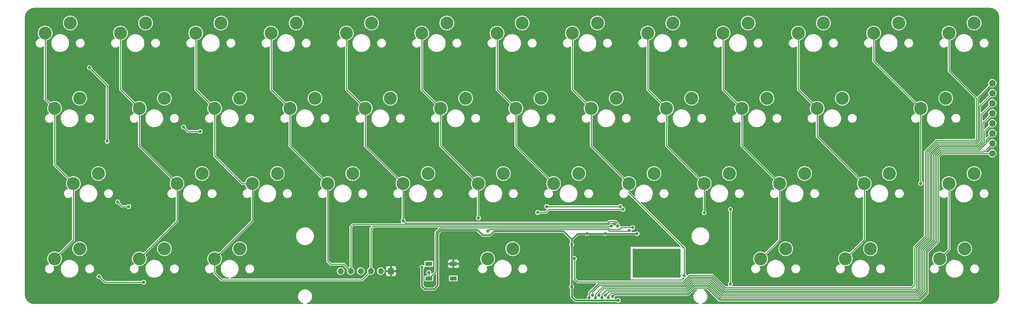
<source format=gbr>
%TF.GenerationSoftware,KiCad,Pcbnew,7.0.1-0*%
%TF.CreationDate,2023-05-30T10:47:40-05:00*%
%TF.ProjectId,pcb,7063622e-6b69-4636-9164-5f7063625858,rev?*%
%TF.SameCoordinates,Original*%
%TF.FileFunction,Copper,L1,Top*%
%TF.FilePolarity,Positive*%
%FSLAX46Y46*%
G04 Gerber Fmt 4.6, Leading zero omitted, Abs format (unit mm)*
G04 Created by KiCad (PCBNEW 7.0.1-0) date 2023-05-30 10:47:40*
%MOMM*%
%LPD*%
G01*
G04 APERTURE LIST*
%TA.AperFunction,ComponentPad*%
%ADD10C,3.300000*%
%TD*%
%TA.AperFunction,ComponentPad*%
%ADD11O,1.700000X1.700000*%
%TD*%
%TA.AperFunction,ComponentPad*%
%ADD12C,1.700000*%
%TD*%
%TA.AperFunction,ComponentPad*%
%ADD13O,1.524000X1.524000*%
%TD*%
%TA.AperFunction,ComponentPad*%
%ADD14R,1.524000X1.524000*%
%TD*%
%TA.AperFunction,SMDPad,CuDef*%
%ADD15R,1.800000X1.100000*%
%TD*%
%TA.AperFunction,ViaPad*%
%ADD16C,0.812800*%
%TD*%
%TA.AperFunction,Conductor*%
%ADD17C,0.254000*%
%TD*%
%TA.AperFunction,Conductor*%
%ADD18C,0.381000*%
%TD*%
G04 APERTURE END LIST*
D10*
%TO.P,MX46,1,COL*%
%TO.N,col6*%
X159305762Y-84375698D03*
%TO.P,MX46,2,ROW*%
%TO.N,Net-(D46-A)*%
X165655762Y-81835698D03*
%TD*%
%TO.P,MX55,1,COL*%
%TO.N,col5*%
X142636998Y-103425714D03*
%TO.P,MX55,2,ROW*%
%TO.N,Net-(D55-A)*%
X148986998Y-100885714D03*
%TD*%
%TO.P,MX47,1,COL*%
%TO.N,col7*%
X178355778Y-84375698D03*
%TO.P,MX47,2,ROW*%
%TO.N,Net-(D47-A)*%
X184705778Y-81835698D03*
%TD*%
D11*
%TO.P,J5,8,Pin_8*%
%TO.N,extra8*%
X270300000Y-58965000D03*
%TO.P,J5,7,Pin_7*%
%TO.N,extra7*%
X270300000Y-61505000D03*
%TO.P,J5,6,Pin_6*%
%TO.N,extra6*%
X270300000Y-64045000D03*
%TO.P,J5,5,Pin_5*%
%TO.N,extra5*%
X270300000Y-66585000D03*
%TO.P,J5,4,Pin_4*%
%TO.N,extra4*%
X270300000Y-69125000D03*
%TO.P,J5,3,Pin_3*%
%TO.N,extra3*%
X270300000Y-71665000D03*
%TO.P,J5,2,Pin_2*%
%TO.N,extra2*%
X270300000Y-74205000D03*
D12*
%TO.P,J5,1,Pin_1*%
%TO.N,extra1*%
X270300000Y-76745000D03*
%TD*%
D10*
%TO.P,MX53,1,COL*%
%TO.N,col0*%
X33099406Y-103425714D03*
%TO.P,MX53,2,ROW*%
%TO.N,Net-(D53-A)*%
X39449406Y-100885714D03*
%TD*%
%TO.P,MX54,1,COL*%
%TO.N,col1*%
X54530674Y-103425714D03*
%TO.P,MX54,2,ROW*%
%TO.N,Net-(D54-A)*%
X60880674Y-100885714D03*
%TD*%
%TO.P,MX56,1,COL*%
%TO.N,col10*%
X233124574Y-103425714D03*
%TO.P,MX56,2,ROW*%
%TO.N,Net-(D56-A)*%
X239474574Y-100885714D03*
%TD*%
%TO.P,MX42,1,COL*%
%TO.N,sck{slash}col2*%
X83105698Y-84375698D03*
%TO.P,MX42,2,ROW*%
%TO.N,Net-(D42-A)*%
X89455698Y-81835698D03*
%TD*%
%TO.P,MX57,1,COL*%
%TO.N,col11*%
X256937094Y-103425714D03*
%TO.P,MX57,2,ROW*%
%TO.N,Net-(D57-A)*%
X263287094Y-100885714D03*
%TD*%
%TO.P,MX41,1,COL*%
%TO.N,col1*%
X64055682Y-84375698D03*
%TO.P,MX41,2,ROW*%
%TO.N,Net-(D41-A)*%
X70405682Y-81835698D03*
%TD*%
%TO.P,MX25,1,COL*%
%TO.N,col11*%
X240268330Y-46275666D03*
%TO.P,MX25,2,ROW*%
%TO.N,Net-(D25-A)*%
X246618330Y-43735666D03*
%TD*%
%TO.P,MX22,1,COL*%
%TO.N,col8*%
X183118282Y-46275666D03*
%TO.P,MX22,2,ROW*%
%TO.N,Net-(D22-A)*%
X189468282Y-43735666D03*
%TD*%
%TO.P,MX49,1,COL*%
%TO.N,col9*%
X216455810Y-84375698D03*
%TO.P,MX49,2,ROW*%
%TO.N,Net-(D49-A)*%
X222805810Y-81835698D03*
%TD*%
%TO.P,MX19,1,COL*%
%TO.N,col5*%
X125968234Y-46275666D03*
%TO.P,MX19,2,ROW*%
%TO.N,Net-(D19-A)*%
X132318234Y-43735666D03*
%TD*%
%TO.P,MX21,1,COL*%
%TO.N,col7*%
X164068266Y-46275666D03*
%TO.P,MX21,2,ROW*%
%TO.N,Net-(D21-A)*%
X170418266Y-43735666D03*
%TD*%
%TO.P,MX26,1,COL*%
%TO.N,sck{slash}col2*%
X73580690Y-103425714D03*
%TO.P,MX26,2,ROW*%
%TO.N,Net-(D26-A)*%
X79930690Y-100885714D03*
%TD*%
%TO.P,MX16,1,COL*%
%TO.N,sck{slash}col2*%
X68818186Y-46275666D03*
%TO.P,MX16,2,ROW*%
%TO.N,Net-(D16-A)*%
X75168186Y-43735666D03*
%TD*%
%TO.P,MX32,1,COL*%
%TO.N,col5*%
X130730738Y-65325682D03*
%TO.P,MX32,2,ROW*%
%TO.N,Net-(D32-A)*%
X137080738Y-62785682D03*
%TD*%
%TO.P,MX33,1,COL*%
%TO.N,col6*%
X149780754Y-65325682D03*
%TO.P,MX33,2,ROW*%
%TO.N,Net-(D33-A)*%
X156130754Y-62785682D03*
%TD*%
%TO.P,MX37,1,COL*%
%TO.N,col10*%
X225980818Y-65325682D03*
%TO.P,MX37,2,ROW*%
%TO.N,Net-(D37-A)*%
X232330818Y-62785682D03*
%TD*%
%TO.P,MX34,1,COL*%
%TO.N,col7*%
X168830770Y-65325682D03*
%TO.P,MX34,2,ROW*%
%TO.N,Net-(D34-A)*%
X175180770Y-62785682D03*
%TD*%
%TO.P,MX28,1,COL*%
%TO.N,col1*%
X54530674Y-65325682D03*
%TO.P,MX28,2,ROW*%
%TO.N,Net-(D28-A)*%
X60880674Y-62785682D03*
%TD*%
%TO.P,MX45,1,COL*%
%TO.N,col5*%
X140255746Y-84375698D03*
%TO.P,MX45,2,ROW*%
%TO.N,Net-(D45-A)*%
X146605746Y-81835698D03*
%TD*%
%TO.P,MX29,1,COL*%
%TO.N,sck{slash}col2*%
X73580690Y-65325682D03*
%TO.P,MX29,2,ROW*%
%TO.N,Net-(D29-A)*%
X79930690Y-62785682D03*
%TD*%
%TO.P,MX18,1,COL*%
%TO.N,miso{slash}col4*%
X106918218Y-46275666D03*
%TO.P,MX18,2,ROW*%
%TO.N,Net-(D18-A)*%
X113268218Y-43735666D03*
%TD*%
%TO.P,MX24,1,COL*%
%TO.N,col10*%
X221218314Y-46275666D03*
%TO.P,MX24,2,ROW*%
%TO.N,Net-(D24-A)*%
X227568314Y-43735666D03*
%TD*%
%TO.P,MX43,1,COL*%
%TO.N,mosi{slash}col3*%
X102155714Y-84375698D03*
%TO.P,MX43,2,ROW*%
%TO.N,Net-(D43-A)*%
X108505714Y-81835698D03*
%TD*%
%TO.P,MX13,1,COL*%
%TO.N,col12*%
X259318346Y-46275666D03*
%TO.P,MX13,2,ROW*%
%TO.N,Net-(D13-A)*%
X265668346Y-43735666D03*
%TD*%
%TO.P,MX36,1,COL*%
%TO.N,col9*%
X206930802Y-65325682D03*
%TO.P,MX36,2,ROW*%
%TO.N,Net-(D36-A)*%
X213280802Y-62785682D03*
%TD*%
%TO.P,MX30,1,COL*%
%TO.N,mosi{slash}col3*%
X92630706Y-65325682D03*
%TO.P,MX30,2,ROW*%
%TO.N,Net-(D30-A)*%
X98980706Y-62785682D03*
%TD*%
%TO.P,MX39,1,COL*%
%TO.N,col9*%
X211693306Y-103425714D03*
%TO.P,MX39,2,ROW*%
%TO.N,Net-(D39-A)*%
X218043306Y-100885714D03*
%TD*%
%TO.P,MX35,1,COL*%
%TO.N,col8*%
X187880786Y-65325682D03*
%TO.P,MX35,2,ROW*%
%TO.N,Net-(D35-A)*%
X194230786Y-62785682D03*
%TD*%
%TO.P,MX15,1,COL*%
%TO.N,col1*%
X49768170Y-46275666D03*
%TO.P,MX15,2,ROW*%
%TO.N,Net-(D15-A)*%
X56118170Y-43735666D03*
%TD*%
%TO.P,MX48,1,COL*%
%TO.N,col8*%
X197405794Y-84375698D03*
%TO.P,MX48,2,ROW*%
%TO.N,Net-(D48-A)*%
X203755794Y-81835698D03*
%TD*%
%TO.P,MX31,1,COL*%
%TO.N,miso{slash}col4*%
X111680722Y-65325682D03*
%TO.P,MX31,2,ROW*%
%TO.N,Net-(D31-A)*%
X118030722Y-62785682D03*
%TD*%
%TO.P,MX17,1,COL*%
%TO.N,mosi{slash}col3*%
X87868202Y-46275666D03*
%TO.P,MX17,2,ROW*%
%TO.N,Net-(D17-A)*%
X94218202Y-43735666D03*
%TD*%
%TO.P,MX51,1,COL*%
%TO.N,col11*%
X259318346Y-84375698D03*
%TO.P,MX51,2,ROW*%
%TO.N,Net-(D51-A)*%
X265668346Y-81835698D03*
%TD*%
%TO.P,MX44,1,COL*%
%TO.N,miso{slash}col4*%
X121205730Y-84375698D03*
%TO.P,MX44,2,ROW*%
%TO.N,Net-(D44-A)*%
X127555730Y-81835698D03*
%TD*%
%TO.P,MX27,1,COL*%
%TO.N,col0*%
X33099406Y-65325682D03*
%TO.P,MX27,2,ROW*%
%TO.N,Net-(D27-A)*%
X39449406Y-62785682D03*
%TD*%
%TO.P,MX40,1,COL*%
%TO.N,col0*%
X37861910Y-84375698D03*
%TO.P,MX40,2,ROW*%
%TO.N,Net-(D40-A)*%
X44211910Y-81835698D03*
%TD*%
%TO.P,MX23,1,COL*%
%TO.N,col9*%
X202168298Y-46275666D03*
%TO.P,MX23,2,ROW*%
%TO.N,Net-(D23-A)*%
X208518298Y-43735666D03*
%TD*%
%TO.P,MX50,1,COL*%
%TO.N,col10*%
X237887078Y-84375698D03*
%TO.P,MX50,2,ROW*%
%TO.N,Net-(D50-A)*%
X244237078Y-81835698D03*
%TD*%
%TO.P,MX20,1,COL*%
%TO.N,col6*%
X145018250Y-46275666D03*
%TO.P,MX20,2,ROW*%
%TO.N,Net-(D20-A)*%
X151368250Y-43735666D03*
%TD*%
D13*
%TO.P,J2,1,~{RST}*%
%TO.N,ISP_Reset*%
X105474984Y-106550000D03*
%TO.P,J2,2,VCC*%
%TO.N,VCC*%
X115634984Y-106550000D03*
%TO.P,J2,3,MISO*%
%TO.N,miso{slash}col4*%
X110554984Y-106550000D03*
%TO.P,J2,4,MOSI*%
%TO.N,mosi{slash}col3*%
X108014984Y-106550000D03*
%TO.P,J2,5,SCK*%
%TO.N,sck{slash}col2*%
X113094984Y-106550000D03*
D14*
%TO.P,J2,6,GND*%
%TO.N,GND*%
X118174984Y-106550000D03*
%TD*%
D15*
%TO.P,SW1,1,1*%
%TO.N,GND*%
X133975000Y-104700000D03*
%TO.P,SW1,2,2*%
%TO.N,ISP_Reset*%
X127775000Y-108400000D03*
%TO.P,SW1,3*%
%TO.N,N/C*%
X133975000Y-108400000D03*
%TO.P,SW1,4*%
X127775000Y-104700000D03*
%TD*%
D10*
%TO.P,MX38,1,COL*%
%TO.N,col11*%
X252174590Y-65325682D03*
%TO.P,MX38,2,ROW*%
%TO.N,Net-(D38-A)*%
X258524590Y-62785682D03*
%TD*%
%TO.P,MX14,1,COL*%
%TO.N,col0*%
X30718154Y-46275666D03*
%TO.P,MX14,2,ROW*%
%TO.N,Net-(D14-A)*%
X37068154Y-43735666D03*
%TD*%
D16*
%TO.N,GND*%
X69450000Y-62975000D03*
X71800000Y-60225000D03*
X58400000Y-53075000D03*
X58405000Y-51070000D03*
X66425000Y-53075000D03*
X66430000Y-51070000D03*
X194825000Y-92350000D03*
X193350000Y-92350000D03*
%TO.N,col8*%
X197400000Y-91775000D03*
%TO.N,GND*%
X194825000Y-89175000D03*
X193350000Y-89175000D03*
X245525000Y-91225000D03*
X244050000Y-91225000D03*
X245525000Y-89200000D03*
X244050000Y-89200000D03*
X248325000Y-72125000D03*
X248325000Y-70350000D03*
X249550000Y-70360000D03*
X249550000Y-72135000D03*
X159742496Y-76650000D03*
X159740000Y-74230000D03*
X161140000Y-74230000D03*
X161142496Y-76650000D03*
X138492496Y-76640000D03*
X138490000Y-74220000D03*
X139890000Y-74220000D03*
X139892496Y-76640000D03*
X236495000Y-53072500D03*
X237660000Y-51047500D03*
X236495000Y-51047500D03*
X237660000Y-53072500D03*
X218135000Y-53082500D03*
X219300000Y-51057500D03*
X218135000Y-51057500D03*
X219300000Y-53082500D03*
X123392496Y-76630000D03*
X121990000Y-74210000D03*
X123390000Y-74210000D03*
X121992496Y-76630000D03*
X103232496Y-76640000D03*
X101830000Y-74220000D03*
X103230000Y-74220000D03*
X101832496Y-76640000D03*
X89410000Y-74250000D03*
X88010000Y-74250000D03*
X89412496Y-76670000D03*
X88012496Y-76670000D03*
X77290000Y-76670000D03*
X75890000Y-76670000D03*
X49550000Y-70240000D03*
X48450000Y-72265000D03*
X48450000Y-70240000D03*
X49550000Y-72265000D03*
%TO.N,ISP_Reset*%
X127770000Y-106900000D03*
%TO.N,row4*%
X204025000Y-90925000D03*
X176875000Y-90925000D03*
X204025000Y-109825000D03*
X155275000Y-91700000D03*
%TO.N,GND*%
X164975000Y-111300000D03*
%TO.N,row4*%
X44325000Y-107900000D03*
X55650000Y-109350000D03*
%TO.N,col12*%
X164623800Y-103375000D03*
%TO.N,col5*%
X142636998Y-96444810D03*
X140325000Y-93100000D03*
X178475000Y-96210300D03*
%TO.N,ISP_Reset*%
X179300000Y-95525000D03*
%TO.N,col7*%
X192400000Y-107675000D03*
%TO.N,row3*%
X176200000Y-90200000D03*
X157575000Y-90200000D03*
%TO.N,VCC*%
X126025000Y-105550000D03*
%TO.N,miso{slash}col4*%
X121225000Y-93750000D03*
%TO.N,sck{slash}col2*%
X173946379Y-95169008D03*
%TO.N,miso{slash}col4*%
X175553621Y-95169008D03*
%TO.N,mosi{slash}col3*%
X174750000Y-94635300D03*
%TO.N,GND*%
X120225000Y-106525000D03*
%TO.N,VCC*%
X167775000Y-97050000D03*
%TO.N,row3*%
X49050000Y-89025000D03*
X51850000Y-90200000D03*
%TO.N,row1*%
X46400000Y-73675000D03*
X41925000Y-55025000D03*
%TO.N,GND*%
X128312512Y-89200000D03*
X162975000Y-53075000D03*
X123710000Y-53075000D03*
X138475000Y-113375000D03*
X205862504Y-70135000D03*
X171450000Y-106325000D03*
X173050000Y-101400000D03*
X223412512Y-89200000D03*
X148487512Y-89200000D03*
X129587504Y-70135000D03*
X128362504Y-70135000D03*
X174675000Y-101350000D03*
X168350000Y-103575000D03*
X91537512Y-89175000D03*
X174625000Y-108275000D03*
X180910000Y-53075000D03*
X185562504Y-72160000D03*
X186787504Y-72160000D03*
X75887504Y-74250000D03*
X91487504Y-72275000D03*
X167687504Y-70135000D03*
X148537504Y-70135000D03*
X169775000Y-108325000D03*
X86775000Y-53325000D03*
X110537504Y-70250000D03*
X182525000Y-113550000D03*
X224887512Y-91225000D03*
X109312504Y-70250000D03*
X77287504Y-74250000D03*
X123710000Y-51050000D03*
X57150000Y-53075000D03*
X199810000Y-53075000D03*
X223937504Y-72125000D03*
X143825000Y-51050000D03*
X223412512Y-91225000D03*
X223937504Y-70350000D03*
X109312504Y-72275000D03*
X57150000Y-51050000D03*
X91537512Y-91200000D03*
X190300000Y-105900000D03*
X147312504Y-72160000D03*
X160875000Y-103050000D03*
X169825000Y-106350000D03*
X128362504Y-72160000D03*
X90387504Y-70250000D03*
X169825000Y-101400000D03*
X129612512Y-91225000D03*
X161810000Y-51050000D03*
X147312504Y-70135000D03*
X110537504Y-72275000D03*
X169825000Y-103600000D03*
X142660000Y-53075000D03*
X200975000Y-51050000D03*
X139550000Y-109275000D03*
X171450000Y-101375000D03*
X67725000Y-53075000D03*
X67730000Y-51070000D03*
X225162504Y-70360000D03*
X148537504Y-72160000D03*
X143825000Y-53075000D03*
X138475000Y-109275000D03*
X109137512Y-89175000D03*
X63012504Y-70150000D03*
X204787504Y-70125000D03*
X142660000Y-51050000D03*
X199810000Y-51050000D03*
X85610000Y-51300000D03*
X225162504Y-72135000D03*
X166462504Y-72160000D03*
X124875000Y-53075000D03*
X174675000Y-103550000D03*
X133974896Y-103334286D03*
X63012504Y-72175000D03*
X147187512Y-89200000D03*
X224887512Y-89200000D03*
X147187512Y-91225000D03*
X90237512Y-91200000D03*
X129587504Y-72160000D03*
X205862504Y-72160000D03*
X182075000Y-53075000D03*
X104660000Y-53325000D03*
X181125000Y-104450000D03*
X190300000Y-103200000D03*
X171400000Y-108300000D03*
X110437512Y-89175000D03*
X86775000Y-51300000D03*
X186787504Y-70135000D03*
X168300000Y-108300000D03*
X160875000Y-107273100D03*
X162975000Y-51050000D03*
X200975000Y-53075000D03*
X61912504Y-70135000D03*
X204787504Y-72150000D03*
X173050000Y-103600000D03*
X105825000Y-51300000D03*
X128312512Y-91225000D03*
X185562504Y-70135000D03*
X166462504Y-70135000D03*
X174675000Y-106300000D03*
X173050000Y-106350000D03*
X173000000Y-108325000D03*
X168350000Y-101375000D03*
X124875000Y-51050000D03*
X139550000Y-113375000D03*
X85610000Y-53325000D03*
X109137512Y-91200000D03*
X105825000Y-53325000D03*
X90237512Y-89175000D03*
X167687504Y-72160000D03*
X110437512Y-91200000D03*
X171450000Y-103575000D03*
X90387504Y-72275000D03*
X91487504Y-70250000D03*
X27475000Y-112925000D03*
X182075000Y-51050000D03*
X129612512Y-89200000D03*
X148487512Y-91225000D03*
X161810000Y-53075000D03*
X104660000Y-51300000D03*
X168350000Y-106325000D03*
X180910000Y-51050000D03*
X61912504Y-72160000D03*
%TO.N,VCC*%
X175700000Y-113950000D03*
X180450000Y-97100000D03*
X163875000Y-99775000D03*
X163875000Y-110475000D03*
X172350000Y-97050000D03*
%TO.N,row2*%
X65737504Y-70100000D03*
X69937504Y-71200000D03*
%TO.N,extra8*%
X168350000Y-113221200D03*
%TO.N,extra1*%
X174210000Y-112960000D03*
%TO.N,extra2*%
X173151548Y-113221200D03*
%TO.N,extra3*%
X172351374Y-112682340D03*
%TO.N,extra4*%
X171551199Y-113221200D03*
%TO.N,extra5*%
X170750979Y-112682409D03*
%TO.N,extra6*%
X169950757Y-113221200D03*
%TO.N,extra7*%
X169150380Y-112682643D03*
%TO.N,col11*%
X252175000Y-84350000D03*
%TD*%
D17*
%TO.N,GND*%
X58400000Y-53075000D02*
X58400000Y-51075000D01*
X58400000Y-51075000D02*
X58405000Y-51070000D01*
X66425000Y-53075000D02*
X66425000Y-51075000D01*
X66425000Y-51075000D02*
X66430000Y-51070000D01*
X194825000Y-89175000D02*
X194825000Y-92350000D01*
X193350000Y-89175000D02*
X193350000Y-92350000D01*
%TO.N,col8*%
X197405794Y-84375698D02*
X197405794Y-91769206D01*
X197405794Y-91769206D02*
X197400000Y-91775000D01*
%TO.N,GND*%
X245525000Y-89200000D02*
X245525000Y-91225000D01*
X244050000Y-89200000D02*
X244050000Y-91225000D01*
X249550000Y-70110000D02*
X249550000Y-72135000D01*
X248325000Y-70100000D02*
X248325000Y-72125000D01*
%TO.N,sck{slash}col2*%
X73580690Y-65325682D02*
X73580690Y-77405690D01*
X73580690Y-77405690D02*
X80550698Y-84375698D01*
X80550698Y-84375698D02*
X83105698Y-84375698D01*
%TO.N,GND*%
X159740000Y-74230000D02*
X159740000Y-76647504D01*
X161140000Y-76647504D02*
X161142496Y-76650000D01*
X159740000Y-76647504D02*
X159742496Y-76650000D01*
X161140000Y-74230000D02*
X161140000Y-76647504D01*
X138490000Y-74220000D02*
X138490000Y-76637504D01*
X139890000Y-76637504D02*
X139892496Y-76640000D01*
X138490000Y-76637504D02*
X138492496Y-76640000D01*
X139890000Y-74220000D02*
X139890000Y-76637504D01*
X236495000Y-51047500D02*
X236495000Y-53072500D01*
X237660000Y-51047500D02*
X237660000Y-53072500D01*
X218135000Y-51057500D02*
X218135000Y-53082500D01*
X219300000Y-51057500D02*
X219300000Y-53082500D01*
X123390000Y-74210000D02*
X123390000Y-76627504D01*
X123390000Y-76627504D02*
X123392496Y-76630000D01*
X121990000Y-76627504D02*
X121992496Y-76630000D01*
X121990000Y-74210000D02*
X121990000Y-76627504D01*
X103230000Y-74220000D02*
X103230000Y-76637504D01*
X103230000Y-76637504D02*
X103232496Y-76640000D01*
X101830000Y-76637504D02*
X101832496Y-76640000D01*
X101830000Y-74220000D02*
X101830000Y-76637504D01*
X88010000Y-76667504D02*
X88012496Y-76670000D01*
X89410000Y-76667504D02*
X89412496Y-76670000D01*
X89410000Y-74250000D02*
X89410000Y-76667504D01*
X88010000Y-74250000D02*
X88010000Y-76667504D01*
X77287504Y-76667504D02*
X77290000Y-76670000D01*
X77287504Y-74250000D02*
X77287504Y-76667504D01*
X75887504Y-76667504D02*
X75890000Y-76670000D01*
X75887504Y-74250000D02*
X75887504Y-76667504D01*
X48450000Y-69990000D02*
X48450000Y-72015000D01*
X49550000Y-69990000D02*
X49550000Y-72015000D01*
%TO.N,ISP_Reset*%
X127775000Y-106905000D02*
X127770000Y-106900000D01*
X127775000Y-108400000D02*
X127775000Y-106905000D01*
%TO.N,row4*%
X204025000Y-109825000D02*
X204025000Y-91075000D01*
X158125000Y-90925000D02*
X176875000Y-90925000D01*
X157350000Y-91700000D02*
X158125000Y-90925000D01*
X155275000Y-91700000D02*
X157350000Y-91700000D01*
X55650000Y-109350000D02*
X45775000Y-109350000D01*
X45775000Y-109350000D02*
X44325000Y-107900000D01*
%TO.N,col12*%
X266261600Y-73138664D02*
X266261600Y-62825000D01*
X259318346Y-46275666D02*
X259318346Y-55881746D01*
X259318346Y-55881746D02*
X266261600Y-62825000D01*
X165380464Y-109280464D02*
X192021648Y-109280464D01*
X192021648Y-109280464D02*
X192038556Y-109263556D01*
X199521688Y-107573800D02*
X202671688Y-110723800D01*
X265906464Y-73493800D02*
X266261600Y-73138664D01*
X253344113Y-76261351D02*
X256111664Y-73493800D01*
X250619113Y-109975000D02*
X250619113Y-100428312D01*
X193728312Y-107573800D02*
X199521688Y-107573800D01*
X202671688Y-110723800D02*
X249876200Y-110723800D01*
X249876200Y-110723800D02*
X250619113Y-109980887D01*
X250619113Y-109980887D02*
X250619113Y-109975000D01*
X164623800Y-108523800D02*
X165380464Y-109280464D01*
X250619113Y-100428312D02*
X253344113Y-97703312D01*
X192038556Y-109263556D02*
X193728312Y-107573800D01*
X253344113Y-97703312D02*
X253344113Y-76261351D01*
X256111664Y-73493800D02*
X265906464Y-73493800D01*
X164623800Y-103375000D02*
X164623800Y-108523800D01*
D18*
%TO.N,VCC*%
X144248292Y-96451708D02*
X161801708Y-96451708D01*
X161801708Y-96451708D02*
X163875000Y-98525000D01*
X129994900Y-110155100D02*
X129075000Y-111075000D01*
X144248292Y-96451708D02*
X143250000Y-97450000D01*
X143250000Y-97450000D02*
X141429692Y-97450000D01*
X141429692Y-97450000D02*
X140025000Y-96045308D01*
X130894230Y-96045308D02*
X129994900Y-96944638D01*
X129075000Y-111075000D02*
X126750000Y-111075000D01*
X129994900Y-96944638D02*
X129994900Y-110155100D01*
X140025000Y-96045308D02*
X130894230Y-96045308D01*
X126750000Y-111075000D02*
X126025000Y-110350000D01*
X126025000Y-110350000D02*
X126025000Y-105550000D01*
D17*
%TO.N,col5*%
X173006664Y-95981808D02*
X143100000Y-95981808D01*
X142636998Y-96444810D02*
X143100000Y-95981808D01*
X178475000Y-96210300D02*
X178278900Y-96406400D01*
X178278900Y-96406400D02*
X173431256Y-96406400D01*
X173431256Y-96406400D02*
X173006664Y-95981808D01*
X140255746Y-93030746D02*
X140325000Y-93100000D01*
X140255746Y-84375698D02*
X140255746Y-93030746D01*
%TO.N,ISP_Reset*%
X179300000Y-95525000D02*
X176425000Y-95525000D01*
X173599592Y-96000000D02*
X173175000Y-95575408D01*
X176425000Y-95525000D02*
X175950000Y-96000000D01*
X175950000Y-96000000D02*
X173599592Y-96000000D01*
%TO.N,col7*%
X178355778Y-84375698D02*
X178355778Y-86709150D01*
X178355778Y-86709150D02*
X192375000Y-100728372D01*
X192375000Y-100728372D02*
X192375000Y-107650000D01*
X192375000Y-107650000D02*
X192400000Y-107675000D01*
%TO.N,row3*%
X176200000Y-90200000D02*
X157575000Y-90200000D01*
%TO.N,ISP_Reset*%
X173175000Y-95575408D02*
X130699592Y-95575408D01*
X130699592Y-95575408D02*
X129525000Y-96750000D01*
X129525000Y-96750000D02*
X129525000Y-106650000D01*
X129525000Y-106650000D02*
X127775000Y-108400000D01*
%TO.N,miso{slash}col4*%
X121831208Y-94356208D02*
X172981664Y-94356208D01*
X175034068Y-93949500D02*
X175553621Y-94469053D01*
X172981664Y-94356208D02*
X173388372Y-93949500D01*
X173388372Y-93949500D02*
X175034068Y-93949500D01*
X121225000Y-93750000D02*
X121831208Y-94356208D01*
X175553621Y-94469053D02*
X175553621Y-95169008D01*
X121205730Y-84375698D02*
X121205730Y-93730730D01*
X121205730Y-93730730D02*
X121225000Y-93750000D01*
%TO.N,mosi{slash}col3*%
X174750000Y-94635300D02*
X174597908Y-94483208D01*
X174597908Y-94483208D02*
X173429400Y-94483208D01*
X173429400Y-94483208D02*
X173150000Y-94762608D01*
X173150000Y-94762608D02*
X108562392Y-94762608D01*
X108562392Y-94762608D02*
X108014984Y-95310016D01*
X108014984Y-95310016D02*
X108014984Y-106550000D01*
%TO.N,sck{slash}col2*%
X113094984Y-95780016D02*
X113094984Y-106550000D01*
X113094984Y-95780016D02*
X113705992Y-95169008D01*
X113705992Y-95169008D02*
X173946379Y-95169008D01*
X73580690Y-103425714D02*
X73580690Y-107005690D01*
X75350000Y-108775000D02*
X110869984Y-108775000D01*
X73580690Y-107005690D02*
X75350000Y-108775000D01*
X110869984Y-108775000D02*
X113094984Y-106550000D01*
%TO.N,mosi{slash}col3*%
X108014984Y-106550000D02*
X106264984Y-104800000D01*
X106264984Y-104800000D02*
X102900000Y-104800000D01*
X102155714Y-104055714D02*
X102155714Y-84375698D01*
X102900000Y-104800000D02*
X102155714Y-104055714D01*
D18*
%TO.N,VCC*%
X165350000Y-97050000D02*
X167775000Y-97050000D01*
X167775000Y-97050000D02*
X180400000Y-97050000D01*
D17*
%TO.N,row3*%
X49050000Y-89025000D02*
X50225000Y-90200000D01*
X50225000Y-90200000D02*
X51850000Y-90200000D01*
%TO.N,extra8*%
X168350000Y-112050264D02*
X170713400Y-109686864D01*
X170713400Y-109686864D02*
X192189984Y-109686864D01*
X266074800Y-73900200D02*
X266668000Y-73307000D01*
X192189984Y-109686864D02*
X193896648Y-107980200D01*
X251025513Y-100596648D02*
X253750513Y-97871648D01*
X193896648Y-107980200D02*
X199353352Y-107980200D01*
X202503352Y-111130200D02*
X250816961Y-111130200D01*
X199353352Y-107980200D02*
X202503352Y-111130200D01*
X168350000Y-113221200D02*
X168350000Y-112050264D01*
X251025513Y-110921648D02*
X251025513Y-100596648D01*
X253750513Y-97871648D02*
X253750513Y-76429687D01*
X250816961Y-111130200D02*
X251025513Y-110921648D01*
X253750513Y-76429687D02*
X256280000Y-73900200D01*
X266668000Y-62597000D02*
X270300000Y-58965000D01*
X256280000Y-73900200D02*
X266074800Y-73900200D01*
X266668000Y-73307000D02*
X266668000Y-62597000D01*
%TO.N,row1*%
X46400000Y-73675000D02*
X46400000Y-59500000D01*
X46400000Y-59500000D02*
X41925000Y-55025000D01*
%TO.N,GND*%
X200975000Y-51050000D02*
X200975000Y-53075000D01*
X147312504Y-70135000D02*
X147312504Y-70385000D01*
X160875000Y-103050000D02*
X160875000Y-107150000D01*
X204787504Y-70125000D02*
X204787504Y-72150000D01*
X85610000Y-51050000D02*
X85610000Y-53075000D01*
X105825000Y-51300000D02*
X105825000Y-53325000D01*
X223937504Y-70100000D02*
X223937504Y-72125000D01*
X123710000Y-51050000D02*
X123710000Y-53075000D01*
X57150000Y-51050000D02*
X57150000Y-53075000D01*
X67725000Y-51075000D02*
X67730000Y-51070000D01*
X129587504Y-70135000D02*
X129587504Y-72160000D01*
X128312512Y-89200000D02*
X128312512Y-91225000D01*
X205862504Y-70135000D02*
X205862504Y-72160000D01*
X182075000Y-51050000D02*
X182075000Y-53075000D01*
X223412512Y-89200000D02*
X223412512Y-91225000D01*
X167687504Y-70135000D02*
X167687504Y-72160000D01*
X133975000Y-103334390D02*
X133974896Y-103334286D01*
X90387504Y-70000000D02*
X90387504Y-72025000D01*
X147312504Y-70385000D02*
X147312504Y-72160000D01*
X90237512Y-89175000D02*
X90237512Y-91200000D01*
X91537512Y-89175000D02*
X91537512Y-91200000D01*
X109312504Y-70250000D02*
X109312504Y-72275000D01*
X162975000Y-51050000D02*
X162975000Y-53075000D01*
X224887512Y-89200000D02*
X224887512Y-91225000D01*
X67725000Y-53075000D02*
X67725000Y-51075000D01*
X110537504Y-70250000D02*
X110537504Y-72275000D01*
X148537504Y-70385000D02*
X148537504Y-72160000D01*
X86775000Y-51050000D02*
X86775000Y-53075000D01*
X128362504Y-70135000D02*
X128362504Y-72160000D01*
X142660000Y-51300000D02*
X142660000Y-53075000D01*
X225162504Y-70110000D02*
X225162504Y-72135000D01*
X91487504Y-70000000D02*
X91487504Y-72025000D01*
X133975000Y-104700000D02*
X133975000Y-103334390D01*
X199810000Y-51050000D02*
X199810000Y-53075000D01*
X63012504Y-70150000D02*
X63012504Y-72175000D01*
X129612512Y-89200000D02*
X129612512Y-91225000D01*
X148487512Y-89200000D02*
X148487512Y-91225000D01*
X186787504Y-70135000D02*
X186787504Y-72160000D01*
X109137512Y-89175000D02*
X109137512Y-91200000D01*
X180910000Y-51050000D02*
X180910000Y-53075000D01*
X61912504Y-70135000D02*
X61912504Y-72160000D01*
X143825000Y-51050000D02*
X143825000Y-51300000D01*
X104660000Y-51300000D02*
X104660000Y-53325000D01*
X138475000Y-109275000D02*
X138475000Y-113375000D01*
X147187512Y-89200000D02*
X147187512Y-91225000D01*
X166462504Y-70135000D02*
X166462504Y-72160000D01*
X142660000Y-51050000D02*
X142660000Y-51300000D01*
X148537504Y-70135000D02*
X148537504Y-70385000D01*
X185562504Y-70135000D02*
X185562504Y-72160000D01*
X124875000Y-51050000D02*
X124875000Y-53075000D01*
X110437512Y-89175000D02*
X110437512Y-91200000D01*
X161810000Y-51050000D02*
X161810000Y-53075000D01*
X139550000Y-113375000D02*
X139550000Y-109275000D01*
X143825000Y-51300000D02*
X143825000Y-53075000D01*
D18*
%TO.N,VCC*%
X163875000Y-98525000D02*
X165350000Y-97050000D01*
X180400000Y-97050000D02*
X180450000Y-97100000D01*
X163875000Y-110475000D02*
X163875000Y-99775000D01*
X163875000Y-110475000D02*
X163875000Y-112975000D01*
X164870500Y-113970500D02*
X175679500Y-113970500D01*
X163875000Y-98525000D02*
X163875000Y-99775000D01*
X163875000Y-112975000D02*
X164870500Y-113970500D01*
X175679500Y-113970500D02*
X175700000Y-113950000D01*
D17*
%TO.N,row2*%
X66837504Y-71200000D02*
X69937504Y-71200000D01*
X65737504Y-70100000D02*
X66837504Y-71200000D01*
%TO.N,col0*%
X33099406Y-79613194D02*
X37861910Y-84375698D01*
X37861910Y-98663210D02*
X33099406Y-103425714D01*
X30718154Y-46275666D02*
X30718154Y-62944430D01*
X30718154Y-62944430D02*
X33099406Y-65325682D01*
X37861910Y-84375698D02*
X37861910Y-98663210D01*
X33099406Y-65325682D02*
X33099406Y-79613194D01*
%TO.N,col5*%
X125968234Y-46275666D02*
X125968234Y-60563178D01*
X125968234Y-60563178D02*
X130730738Y-65325682D01*
X130730738Y-65325682D02*
X130730738Y-74850690D01*
X130730738Y-74850690D02*
X140255746Y-84375698D01*
%TO.N,col6*%
X145018250Y-46275666D02*
X145018250Y-60563178D01*
X145018250Y-60563178D02*
X149780754Y-65325682D01*
X149780754Y-74850690D02*
X159305762Y-84375698D01*
X149780754Y-65325682D02*
X149780754Y-74850690D01*
%TO.N,col7*%
X164068266Y-46275666D02*
X164068266Y-60563178D01*
X168830770Y-74850690D02*
X178355778Y-84375698D01*
X168830770Y-65325682D02*
X168830770Y-74850690D01*
X164068266Y-60563178D02*
X168830770Y-65325682D01*
%TO.N,col8*%
X183118282Y-46275666D02*
X183118282Y-60563178D01*
X187880786Y-65325682D02*
X187880786Y-74850690D01*
X183118282Y-60563178D02*
X187880786Y-65325682D01*
X187880786Y-74850690D02*
X197405794Y-84375698D01*
%TO.N,col9*%
X216455810Y-84375698D02*
X216455810Y-98663210D01*
X206930802Y-65325682D02*
X206930802Y-74850690D01*
X216455810Y-98663210D02*
X211693306Y-103425714D01*
X202168298Y-60563178D02*
X206930802Y-65325682D01*
X202168298Y-46275666D02*
X202168298Y-60563178D01*
X206930802Y-74850690D02*
X216455810Y-84375698D01*
%TO.N,col1*%
X64055682Y-84375698D02*
X64055682Y-93900706D01*
X54530674Y-74850690D02*
X64055682Y-84375698D01*
X64055682Y-93900706D02*
X54530674Y-103425714D01*
X49768170Y-60563178D02*
X54530674Y-65325682D01*
X54530674Y-65325682D02*
X54530674Y-74850690D01*
X49768170Y-46275666D02*
X49768170Y-60563178D01*
%TO.N,extra1*%
X256595313Y-77608039D02*
X257458352Y-76745000D01*
X174210000Y-112960000D02*
X174638336Y-112531664D01*
X195075000Y-110825000D02*
X198175000Y-110825000D01*
X253870313Y-101775000D02*
X256595313Y-99050000D01*
X198175000Y-110825000D02*
X201325000Y-113975000D01*
X270300000Y-76745000D02*
X257458352Y-76745000D01*
X253870313Y-112100000D02*
X253870313Y-101775000D01*
X256595313Y-99050000D02*
X256595313Y-77608039D01*
X174638336Y-112531664D02*
X193368336Y-112531664D01*
X193368336Y-112531664D02*
X195075000Y-110825000D01*
X201325000Y-113975000D02*
X251995313Y-113975000D01*
X251995313Y-113975000D02*
X253870313Y-112100000D01*
%TO.N,extra2*%
X253463913Y-111931664D02*
X253463913Y-101606664D01*
X201493336Y-113568600D02*
X251826977Y-113568600D01*
X257290016Y-76338600D02*
X268166400Y-76338600D01*
X193200000Y-112125264D02*
X194906664Y-110418600D01*
X253463913Y-101606664D02*
X256188913Y-98881664D01*
X198343336Y-110418600D02*
X201493336Y-113568600D01*
X173151548Y-113221200D02*
X173151548Y-112852034D01*
X173878318Y-112125264D02*
X193200000Y-112125264D01*
X256188913Y-77439703D02*
X256188913Y-98881664D01*
X173151548Y-112852034D02*
X173878318Y-112125264D01*
X194906664Y-110418600D02*
X198343336Y-110418600D01*
X257290016Y-76338600D02*
X256188913Y-77439703D01*
X268166400Y-76338600D02*
X270300000Y-74205000D01*
X251826977Y-113568600D02*
X253463913Y-111931664D01*
%TO.N,extra3*%
X201661672Y-113162200D02*
X198511672Y-110012200D01*
X268700000Y-74148680D02*
X266916480Y-75932200D01*
X253057513Y-101438328D02*
X253057513Y-111763328D01*
X270300000Y-71665000D02*
X268700000Y-73265000D01*
X253057513Y-111763328D02*
X251658641Y-113162200D01*
X193031664Y-111718864D02*
X173314850Y-111718864D01*
X198511672Y-110012200D02*
X194738328Y-110012200D01*
X255782513Y-77271367D02*
X255782513Y-98713328D01*
X255782513Y-98713328D02*
X253057513Y-101438328D01*
X173314850Y-111718864D02*
X172351374Y-112682340D01*
X194738328Y-110012200D02*
X193031664Y-111718864D01*
X266916480Y-75932200D02*
X257121680Y-75932200D01*
X251658641Y-113162200D02*
X201661672Y-113162200D01*
X268700000Y-73265000D02*
X268700000Y-74148680D01*
X257121680Y-75932200D02*
X255782513Y-77271367D01*
%TO.N,extra4*%
X172751382Y-111312464D02*
X192863328Y-111312464D01*
X256953344Y-75525800D02*
X266748144Y-75525800D01*
X171551199Y-113221200D02*
X171551199Y-112512647D01*
X201830008Y-112755800D02*
X251490305Y-112755800D01*
X266748144Y-75525800D02*
X268293600Y-73980344D01*
X252651113Y-111594992D02*
X252651113Y-101269992D01*
X198680008Y-109605800D02*
X201830008Y-112755800D01*
X192863328Y-111312464D02*
X194569992Y-109605800D01*
X251490305Y-112755800D02*
X252651113Y-111594992D01*
X255376113Y-98544992D02*
X255376113Y-77103031D01*
X268293600Y-73980344D02*
X268293600Y-71131400D01*
X171551199Y-112512647D02*
X172751382Y-111312464D01*
X255376113Y-77103031D02*
X256953344Y-75525800D01*
X194569992Y-109605800D02*
X198680008Y-109605800D01*
X252651113Y-101269992D02*
X255376113Y-98544992D01*
X268293600Y-71131400D02*
X270300000Y-69125000D01*
%TO.N,extra5*%
X254969713Y-98376656D02*
X252244713Y-101101656D01*
X201998344Y-112349400D02*
X198848344Y-109199400D01*
X256785008Y-75119400D02*
X254969713Y-76934695D01*
X266579808Y-75119400D02*
X256785008Y-75119400D01*
X170750979Y-112149021D02*
X170750979Y-112682409D01*
X252244713Y-101101656D02*
X252244713Y-111426656D01*
X252244713Y-111426656D02*
X251321969Y-112349400D01*
X198848344Y-109199400D02*
X194401656Y-109199400D01*
X171993936Y-110906064D02*
X170750979Y-112149021D01*
X267887200Y-73812008D02*
X266579808Y-75119400D01*
X254969713Y-76934695D02*
X254969713Y-98376656D01*
X267887200Y-68997800D02*
X267887200Y-73812008D01*
X251321969Y-112349400D02*
X201998344Y-112349400D01*
X192694992Y-110906064D02*
X171993936Y-110906064D01*
X270300000Y-66585000D02*
X267887200Y-68997800D01*
X194401656Y-109199400D02*
X192694992Y-110906064D01*
%TO.N,extra6*%
X199016680Y-108793000D02*
X202166680Y-111943000D01*
X267480800Y-73643672D02*
X267480800Y-66864200D01*
X266411472Y-74713000D02*
X267480800Y-73643672D01*
X169950757Y-113221200D02*
X169950757Y-112374507D01*
X267480800Y-66864200D02*
X270300000Y-64045000D01*
X254563313Y-98208320D02*
X254563313Y-76766359D01*
X169950757Y-112374507D02*
X171825600Y-110499664D01*
X251838313Y-111258320D02*
X251838313Y-100933320D01*
X254563313Y-76766359D02*
X256616672Y-74713000D01*
X202166680Y-111943000D02*
X251153633Y-111943000D01*
X192526656Y-110499664D02*
X194233320Y-108793000D01*
X251153633Y-111943000D02*
X251838313Y-111258320D01*
X251838313Y-100933320D02*
X254563313Y-98208320D01*
X171825600Y-110499664D02*
X192526656Y-110499664D01*
X194233320Y-108793000D02*
X199016680Y-108793000D01*
X256616672Y-74713000D02*
X266411472Y-74713000D01*
%TO.N,extra7*%
X199185016Y-108386600D02*
X194064984Y-108386600D01*
X267074400Y-64730600D02*
X267074400Y-73475336D01*
X254156913Y-98039984D02*
X251431913Y-100764984D01*
X194064984Y-108386600D02*
X192358320Y-110093264D01*
X254156913Y-76598023D02*
X254156913Y-98039984D01*
X250985297Y-111536600D02*
X202335016Y-111536600D01*
X256448336Y-74306600D02*
X254156913Y-76598023D01*
X192358320Y-110093264D02*
X170881736Y-110093264D01*
X266243136Y-74306600D02*
X256448336Y-74306600D01*
X170881736Y-110093264D02*
X169150380Y-111824620D01*
X267074400Y-73475336D02*
X266243136Y-74306600D01*
X270300000Y-61505000D02*
X267074400Y-64730600D01*
X251431913Y-100764984D02*
X251431913Y-111089984D01*
X202335016Y-111536600D02*
X199185016Y-108386600D01*
X169150380Y-111824620D02*
X169150380Y-112682643D01*
X251431913Y-111089984D02*
X250985297Y-111536600D01*
%TO.N,col10*%
X225962818Y-65343682D02*
X225962818Y-72451438D01*
X237887078Y-98663210D02*
X233124574Y-103425714D01*
X225962818Y-72451438D02*
X237887078Y-84375698D01*
X221218314Y-46275666D02*
X221218314Y-60563178D01*
X221218314Y-60563178D02*
X225980818Y-65325682D01*
X225980818Y-65325682D02*
X225962818Y-65343682D01*
X237887078Y-84375698D02*
X237887078Y-98663210D01*
%TO.N,col11*%
X240268330Y-46275666D02*
X240268330Y-53419422D01*
X252174590Y-65325682D02*
X252174590Y-84349590D01*
X256937094Y-103425714D02*
X259318346Y-101044462D01*
X259318346Y-101044462D02*
X259318346Y-84375698D01*
X240268330Y-53419422D02*
X252174590Y-65325682D01*
X252174590Y-84349590D02*
X252175000Y-84350000D01*
%TO.N,miso{slash}col4*%
X111680722Y-65325682D02*
X111680722Y-74850690D01*
X106918218Y-46275666D02*
X106918218Y-60563178D01*
X111680722Y-74850690D02*
X121205730Y-84375698D01*
X106918218Y-60563178D02*
X111680722Y-65325682D01*
%TO.N,sck{slash}col2*%
X68818186Y-46275666D02*
X68818186Y-60563178D01*
X68818186Y-60563178D02*
X73580690Y-65325682D01*
X83105698Y-93900706D02*
X73580690Y-103425714D01*
X83105698Y-84375698D02*
X83105698Y-93900706D01*
%TO.N,mosi{slash}col3*%
X87868202Y-46275666D02*
X87868202Y-60563178D01*
X92630706Y-65325682D02*
X92630706Y-74850690D01*
X92630706Y-74850690D02*
X102155714Y-84375698D01*
X87868202Y-60563178D02*
X92630706Y-65325682D01*
%TD*%
%TA.AperFunction,Conductor*%
%TO.N,GND*%
G36*
X191338000Y-100941613D02*
G01*
X191383387Y-100987000D01*
X191400000Y-101049000D01*
X191400000Y-108026000D01*
X191383387Y-108088000D01*
X191338000Y-108133387D01*
X191276000Y-108150000D01*
X179474000Y-108150000D01*
X179412000Y-108133387D01*
X179366613Y-108088000D01*
X179350000Y-108026000D01*
X179350000Y-101049000D01*
X179366613Y-100987000D01*
X179412000Y-100941613D01*
X179474000Y-100925000D01*
X191276000Y-100925000D01*
X191338000Y-100941613D01*
G37*
%TD.AperFunction*%
%TD*%
%TA.AperFunction,Conductor*%
%TO.N,GND*%
G36*
X269673072Y-39886470D02*
G01*
X269680492Y-39886694D01*
X269776519Y-39892503D01*
X269964574Y-39904821D01*
X269978801Y-39906584D01*
X270106060Y-39929905D01*
X270107844Y-39930246D01*
X270259521Y-39960415D01*
X270272169Y-39963635D01*
X270401698Y-40003998D01*
X270404584Y-40004938D01*
X270545061Y-40052623D01*
X270556084Y-40056962D01*
X270682065Y-40113661D01*
X270685946Y-40115491D01*
X270816786Y-40180014D01*
X270826069Y-40185097D01*
X270945305Y-40257177D01*
X270950025Y-40260179D01*
X271070328Y-40340563D01*
X271077908Y-40346053D01*
X271188049Y-40432342D01*
X271193286Y-40436685D01*
X271265263Y-40499807D01*
X271301731Y-40531790D01*
X271307652Y-40537336D01*
X271406670Y-40636354D01*
X271412217Y-40642276D01*
X271507299Y-40750696D01*
X271511682Y-40755983D01*
X271597951Y-40866099D01*
X271603442Y-40873680D01*
X271683831Y-40993991D01*
X271686846Y-40998733D01*
X271758892Y-41117914D01*
X271763987Y-41127219D01*
X271828514Y-41258066D01*
X271830378Y-41262020D01*
X271887028Y-41387896D01*
X271891371Y-41398928D01*
X271939061Y-41539419D01*
X271940027Y-41542387D01*
X271980360Y-41671821D01*
X271983593Y-41684521D01*
X272013749Y-41836134D01*
X272014100Y-41837974D01*
X272037415Y-41965210D01*
X272039181Y-41979451D01*
X272051382Y-42165626D01*
X272051421Y-42166247D01*
X272057315Y-42263679D01*
X272057541Y-42271167D01*
X272057566Y-112510400D01*
X272057340Y-112517890D01*
X272051421Y-112615704D01*
X272051382Y-112616310D01*
X272039254Y-112801664D01*
X272037488Y-112815922D01*
X272013755Y-112945417D01*
X272013403Y-112947257D01*
X271983698Y-113096574D01*
X271980466Y-113109272D01*
X271939679Y-113240154D01*
X271938713Y-113243123D01*
X271891523Y-113382132D01*
X271887179Y-113393163D01*
X271830024Y-113520154D01*
X271828160Y-113524109D01*
X271764188Y-113653823D01*
X271759093Y-113663127D01*
X271686504Y-113783202D01*
X271683489Y-113787943D01*
X271603693Y-113907362D01*
X271598202Y-113914944D01*
X271511362Y-114025785D01*
X271506979Y-114031071D01*
X271412560Y-114138733D01*
X271407014Y-114144655D01*
X271307328Y-114244340D01*
X271301405Y-114249887D01*
X271193743Y-114344303D01*
X271188457Y-114348686D01*
X271077598Y-114435536D01*
X271070017Y-114441026D01*
X270950615Y-114520808D01*
X270945873Y-114523823D01*
X270825791Y-114596414D01*
X270816485Y-114601510D01*
X270686781Y-114665472D01*
X270682829Y-114667335D01*
X270555817Y-114724498D01*
X270544785Y-114728841D01*
X270405765Y-114776032D01*
X270402796Y-114776998D01*
X270271938Y-114817775D01*
X270259239Y-114821007D01*
X270109898Y-114850713D01*
X270108059Y-114851065D01*
X269978560Y-114874797D01*
X269964319Y-114876562D01*
X269784515Y-114888348D01*
X269783894Y-114888388D01*
X269713164Y-114892668D01*
X269679847Y-114894683D01*
X269672376Y-114894909D01*
X197010235Y-114894909D01*
X196952294Y-114880539D01*
X196907782Y-114840761D01*
X196887015Y-114784794D01*
X196894806Y-114725608D01*
X196929350Y-114676922D01*
X196969867Y-114656466D01*
X196969107Y-114654528D01*
X196977756Y-114651133D01*
X196977758Y-114651133D01*
X197225334Y-114553966D01*
X197455663Y-114420986D01*
X197663599Y-114255162D01*
X197844498Y-114060199D01*
X197994319Y-113840452D01*
X198109715Y-113600830D01*
X198188109Y-113346685D01*
X198227748Y-113083694D01*
X198227748Y-112817734D01*
X198188109Y-112554743D01*
X198109715Y-112300598D01*
X197994319Y-112060976D01*
X197844498Y-111841229D01*
X197663599Y-111646266D01*
X197455663Y-111480442D01*
X197455662Y-111480441D01*
X197455659Y-111480439D01*
X197288248Y-111383785D01*
X197242860Y-111338398D01*
X197226247Y-111276398D01*
X197242860Y-111214398D01*
X197288247Y-111169011D01*
X197350247Y-111152398D01*
X197988025Y-111152398D01*
X198035478Y-111161837D01*
X198075706Y-111188717D01*
X201079549Y-114192559D01*
X201086858Y-114200535D01*
X201111305Y-114229671D01*
X201144240Y-114248686D01*
X201153364Y-114254499D01*
X201185340Y-114276889D01*
X201210285Y-114287221D01*
X201211294Y-114287398D01*
X201211296Y-114287400D01*
X201248760Y-114294005D01*
X201259277Y-114296337D01*
X201296025Y-114306184D01*
X201333905Y-114302869D01*
X201344711Y-114302398D01*
X251975602Y-114302398D01*
X251986407Y-114302869D01*
X252024288Y-114306184D01*
X252061040Y-114296335D01*
X252071545Y-114294006D01*
X252109017Y-114287400D01*
X252109020Y-114287397D01*
X252110030Y-114287220D01*
X252134968Y-114276890D01*
X252135807Y-114276302D01*
X252135812Y-114276301D01*
X252166973Y-114254480D01*
X252176053Y-114248695D01*
X252209007Y-114229671D01*
X252233461Y-114200526D01*
X252240749Y-114192573D01*
X254087888Y-112345434D01*
X254095841Y-112338146D01*
X254124984Y-112313694D01*
X254143997Y-112280760D01*
X254149804Y-112271646D01*
X254151412Y-112269348D01*
X254171614Y-112240500D01*
X254171614Y-112240497D01*
X254172204Y-112239656D01*
X254182533Y-112214721D01*
X254182711Y-112213705D01*
X254182713Y-112213704D01*
X254189319Y-112176238D01*
X254191652Y-112165715D01*
X254201497Y-112128975D01*
X254198182Y-112091096D01*
X254197711Y-112080289D01*
X254197711Y-101961975D01*
X254207150Y-101914522D01*
X254234030Y-101874294D01*
X254850168Y-101258156D01*
X256812888Y-99295434D01*
X256820842Y-99288145D01*
X256849984Y-99263694D01*
X256868997Y-99230761D01*
X256874796Y-99221656D01*
X256896614Y-99190499D01*
X256896615Y-99190494D01*
X256897203Y-99189655D01*
X256907533Y-99164717D01*
X256907710Y-99163707D01*
X256907713Y-99163704D01*
X256914319Y-99126232D01*
X256916648Y-99115727D01*
X256926497Y-99078975D01*
X256923182Y-99041094D01*
X256922711Y-99030289D01*
X256922711Y-87663199D01*
X256938163Y-87603255D01*
X256980668Y-87558250D01*
X257039632Y-87539401D01*
X257100360Y-87551406D01*
X257147719Y-87591272D01*
X257193880Y-87656097D01*
X257349443Y-87804425D01*
X257423429Y-87851973D01*
X257530263Y-87920632D01*
X257570308Y-87936663D01*
X257729814Y-88000520D01*
X257940874Y-88041198D01*
X258101959Y-88041198D01*
X258101964Y-88041198D01*
X258262317Y-88025886D01*
X258468555Y-87965329D01*
X258659605Y-87866836D01*
X258790297Y-87764058D01*
X258853693Y-87738240D01*
X258921129Y-87749993D01*
X258972054Y-87795737D01*
X258990948Y-87861530D01*
X258990948Y-100857488D01*
X258981509Y-100904941D01*
X258954629Y-100945169D01*
X258066916Y-101832880D01*
X258022568Y-101861381D01*
X257970389Y-101868883D01*
X257919808Y-101854031D01*
X257881071Y-101832879D01*
X257707741Y-101738233D01*
X257459743Y-101645735D01*
X257459738Y-101645733D01*
X257201106Y-101589471D01*
X256937094Y-101570588D01*
X256673081Y-101589471D01*
X256414449Y-101645733D01*
X256290446Y-101691983D01*
X256166447Y-101738233D01*
X256166444Y-101738234D01*
X256166443Y-101738235D01*
X255934136Y-101865084D01*
X255722244Y-102023704D01*
X255535084Y-102210864D01*
X255376464Y-102422756D01*
X255249615Y-102655063D01*
X255249613Y-102655067D01*
X255218185Y-102739329D01*
X255157113Y-102903069D01*
X255100851Y-103161701D01*
X255081968Y-103425713D01*
X255100851Y-103689726D01*
X255157113Y-103948358D01*
X255160733Y-103958063D01*
X255249613Y-104196361D01*
X255271522Y-104236484D01*
X255376464Y-104428671D01*
X255535084Y-104640563D01*
X255538063Y-104643542D01*
X255540136Y-104647311D01*
X255540399Y-104647663D01*
X255540349Y-104647699D01*
X255571389Y-104704143D01*
X255567072Y-104773169D01*
X255526455Y-104829146D01*
X255462173Y-104854661D01*
X255453125Y-104855525D01*
X255246886Y-104916082D01*
X255055836Y-105014575D01*
X255004850Y-105054671D01*
X254898247Y-105138505D01*
X254886876Y-105147447D01*
X254746116Y-105309891D01*
X254638646Y-105496035D01*
X254568343Y-105699159D01*
X254540827Y-105890550D01*
X254537755Y-105911917D01*
X254545812Y-106081061D01*
X254547982Y-106126618D01*
X254598658Y-106335508D01*
X254687946Y-106531023D01*
X254800694Y-106689355D01*
X254812628Y-106706113D01*
X254968191Y-106854441D01*
X255031708Y-106895261D01*
X255149011Y-106970648D01*
X255187306Y-106985979D01*
X255348562Y-107050536D01*
X255559622Y-107091214D01*
X255720707Y-107091214D01*
X255720712Y-107091214D01*
X255881065Y-107075902D01*
X256087303Y-107015345D01*
X256278353Y-106916852D01*
X256447311Y-106783982D01*
X256588070Y-106621538D01*
X256695542Y-106435391D01*
X256765844Y-106232268D01*
X256793361Y-106040881D01*
X258498927Y-106040881D01*
X258529005Y-106339859D01*
X258598663Y-106632162D01*
X258706661Y-106912571D01*
X258851072Y-107176088D01*
X258956465Y-107319128D01*
X259029317Y-107418004D01*
X259238215Y-107634003D01*
X259474040Y-107820232D01*
X259732581Y-107973366D01*
X260009227Y-108090674D01*
X260009228Y-108090674D01*
X260009230Y-108090675D01*
X260071648Y-108107773D01*
X260299040Y-108170062D01*
X260596849Y-108210114D01*
X260822127Y-108210114D01*
X260822129Y-108210114D01*
X261046914Y-108195066D01*
X261120529Y-108180102D01*
X261341381Y-108135213D01*
X261625245Y-108036645D01*
X261759341Y-107968882D01*
X261893434Y-107901123D01*
X261955981Y-107858187D01*
X262141174Y-107731060D01*
X262364033Y-107529496D01*
X262558037Y-107300026D01*
X262719725Y-107046746D01*
X262846212Y-106774174D01*
X262935240Y-106487176D01*
X262985220Y-106190872D01*
X262994547Y-105911917D01*
X264697755Y-105911917D01*
X264705812Y-106081061D01*
X264707982Y-106126618D01*
X264758658Y-106335508D01*
X264847946Y-106531023D01*
X264960694Y-106689355D01*
X264972628Y-106706113D01*
X265128191Y-106854441D01*
X265191708Y-106895261D01*
X265309011Y-106970648D01*
X265347306Y-106985979D01*
X265508562Y-107050536D01*
X265719622Y-107091214D01*
X265880707Y-107091214D01*
X265880712Y-107091214D01*
X266041065Y-107075902D01*
X266247303Y-107015345D01*
X266438353Y-106916852D01*
X266607311Y-106783982D01*
X266748070Y-106621538D01*
X266855542Y-106435391D01*
X266925844Y-106232268D01*
X266956433Y-106019511D01*
X266946206Y-105804810D01*
X266895531Y-105595924D01*
X266889604Y-105582945D01*
X266806241Y-105400404D01*
X266713193Y-105269738D01*
X266681560Y-105225315D01*
X266525997Y-105076987D01*
X266491273Y-105054671D01*
X266345176Y-104960779D01*
X266155093Y-104884682D01*
X266145626Y-104880892D01*
X266145625Y-104880891D01*
X266145623Y-104880891D01*
X265934566Y-104840214D01*
X265773476Y-104840214D01*
X265673255Y-104849783D01*
X265613120Y-104855526D01*
X265406886Y-104916082D01*
X265215836Y-105014575D01*
X265164850Y-105054671D01*
X265058247Y-105138505D01*
X265046876Y-105147447D01*
X264906116Y-105309891D01*
X264798646Y-105496035D01*
X264728343Y-105699159D01*
X264700827Y-105890550D01*
X264697755Y-105911917D01*
X262994547Y-105911917D01*
X262995261Y-105890550D01*
X262965183Y-105591569D01*
X262895524Y-105299265D01*
X262867043Y-105225317D01*
X262787526Y-105018856D01*
X262769708Y-104986343D01*
X262643115Y-104755339D01*
X262464871Y-104513424D01*
X262255973Y-104297425D01*
X262255851Y-104297329D01*
X262020147Y-104111195D01*
X261890877Y-104034629D01*
X261761607Y-103958062D01*
X261550958Y-103868739D01*
X261484957Y-103840752D01*
X261195152Y-103761367D01*
X261195151Y-103761366D01*
X261195148Y-103761366D01*
X260897339Y-103721314D01*
X260672061Y-103721314D01*
X260672059Y-103721314D01*
X260447273Y-103736361D01*
X260152809Y-103796214D01*
X259868939Y-103894784D01*
X259600753Y-104030304D01*
X259353013Y-104200368D01*
X259130156Y-104401930D01*
X258936151Y-104631401D01*
X258774461Y-104884684D01*
X258647977Y-105157251D01*
X258558948Y-105444251D01*
X258508968Y-105740555D01*
X258498927Y-106040881D01*
X256793361Y-106040881D01*
X256796433Y-106019511D01*
X256786206Y-105804810D01*
X256735531Y-105595924D01*
X256727419Y-105578161D01*
X256666790Y-105445401D01*
X256656078Y-105382838D01*
X256677728Y-105323170D01*
X256726068Y-105282033D01*
X256788428Y-105270206D01*
X256937094Y-105280839D01*
X257201106Y-105261957D01*
X257459743Y-105205693D01*
X257707741Y-105113195D01*
X257940050Y-104986344D01*
X258151943Y-104827724D01*
X258339104Y-104640563D01*
X258497724Y-104428670D01*
X258624575Y-104196361D01*
X258717073Y-103948363D01*
X258773337Y-103689726D01*
X258792219Y-103425714D01*
X258773337Y-103161702D01*
X258717073Y-102903065D01*
X258624575Y-102655067D01*
X258558310Y-102533712D01*
X258508776Y-102442997D01*
X258493924Y-102392416D01*
X258501426Y-102340236D01*
X258529925Y-102295891D01*
X259535915Y-101289901D01*
X259543883Y-101282601D01*
X259573016Y-101258157D01*
X259573017Y-101258156D01*
X259592042Y-101225202D01*
X259597832Y-101216115D01*
X259619647Y-101184961D01*
X259619647Y-101184958D01*
X259620235Y-101184120D01*
X259630566Y-101159179D01*
X259630743Y-101158169D01*
X259630746Y-101158166D01*
X259637352Y-101120694D01*
X259639681Y-101110189D01*
X259649530Y-101073437D01*
X259646215Y-101035556D01*
X259645744Y-101024751D01*
X259645744Y-100885713D01*
X261431968Y-100885713D01*
X261450851Y-101149726D01*
X261507113Y-101408358D01*
X261507115Y-101408363D01*
X261599613Y-101656361D01*
X261599615Y-101656364D01*
X261726464Y-101888671D01*
X261742890Y-101910613D01*
X261885084Y-102100563D01*
X262072245Y-102287724D01*
X262083154Y-102295890D01*
X262284136Y-102446343D01*
X262284138Y-102446344D01*
X262516447Y-102573195D01*
X262764445Y-102665693D01*
X262764448Y-102665693D01*
X262764449Y-102665694D01*
X262801257Y-102673701D01*
X263023082Y-102721957D01*
X263287094Y-102740839D01*
X263551106Y-102721957D01*
X263809743Y-102665693D01*
X264057741Y-102573195D01*
X264290050Y-102446344D01*
X264501943Y-102287724D01*
X264689104Y-102100563D01*
X264847724Y-101888670D01*
X264974575Y-101656361D01*
X265067073Y-101408363D01*
X265123337Y-101149726D01*
X265142219Y-100885714D01*
X265123337Y-100621702D01*
X265067073Y-100363065D01*
X264974575Y-100115067D01*
X264847724Y-99882758D01*
X264812478Y-99835675D01*
X264742375Y-99742028D01*
X264689104Y-99670865D01*
X264501943Y-99483704D01*
X264482278Y-99468983D01*
X264290051Y-99325084D01*
X264108733Y-99226077D01*
X264057741Y-99198233D01*
X263809743Y-99105735D01*
X263809738Y-99105733D01*
X263551106Y-99049471D01*
X263287094Y-99030588D01*
X263023081Y-99049471D01*
X262764449Y-99105733D01*
X262640446Y-99151983D01*
X262516447Y-99198233D01*
X262516444Y-99198234D01*
X262516443Y-99198235D01*
X262284136Y-99325084D01*
X262072244Y-99483704D01*
X261885084Y-99670864D01*
X261726464Y-99882756D01*
X261599615Y-100115063D01*
X261599613Y-100115067D01*
X261574327Y-100182863D01*
X261507113Y-100363069D01*
X261450851Y-100621701D01*
X261431968Y-100885713D01*
X259645744Y-100885713D01*
X259645744Y-86990865D01*
X260880179Y-86990865D01*
X260910257Y-87289843D01*
X260979915Y-87582146D01*
X261087913Y-87862555D01*
X261177420Y-88025885D01*
X261232325Y-88126073D01*
X261410569Y-88367988D01*
X261619467Y-88583987D01*
X261855292Y-88770216D01*
X262113833Y-88923350D01*
X262390479Y-89040658D01*
X262390480Y-89040658D01*
X262390482Y-89040659D01*
X262454356Y-89058155D01*
X262680292Y-89120046D01*
X262978101Y-89160098D01*
X263203379Y-89160098D01*
X263203381Y-89160098D01*
X263428166Y-89145050D01*
X263501782Y-89130086D01*
X263722633Y-89085197D01*
X264006497Y-88986629D01*
X264140593Y-88918866D01*
X264274686Y-88851107D01*
X264392524Y-88770216D01*
X264522426Y-88681044D01*
X264745285Y-88479480D01*
X264939289Y-88250010D01*
X265100977Y-87996730D01*
X265227464Y-87724158D01*
X265316492Y-87437160D01*
X265366472Y-87140856D01*
X265375799Y-86861899D01*
X267079007Y-86861899D01*
X267089234Y-87076602D01*
X267139910Y-87285492D01*
X267229198Y-87481007D01*
X267307718Y-87591272D01*
X267353880Y-87656097D01*
X267509443Y-87804425D01*
X267583429Y-87851973D01*
X267690263Y-87920632D01*
X267730308Y-87936663D01*
X267889814Y-88000520D01*
X268100874Y-88041198D01*
X268261959Y-88041198D01*
X268261964Y-88041198D01*
X268422317Y-88025886D01*
X268628555Y-87965329D01*
X268819605Y-87866836D01*
X268988563Y-87733966D01*
X269129322Y-87571522D01*
X269236794Y-87385375D01*
X269307096Y-87182252D01*
X269337685Y-86969495D01*
X269327458Y-86754794D01*
X269276783Y-86545908D01*
X269265945Y-86522175D01*
X269187493Y-86350388D01*
X269094779Y-86220190D01*
X269062812Y-86175299D01*
X268907249Y-86026971D01*
X268874399Y-86005859D01*
X268726428Y-85910763D01*
X268536345Y-85834666D01*
X268526878Y-85830876D01*
X268526877Y-85830875D01*
X268526875Y-85830875D01*
X268315818Y-85790198D01*
X268154728Y-85790198D01*
X268054507Y-85799768D01*
X267994372Y-85805510D01*
X267788138Y-85866066D01*
X267597088Y-85964559D01*
X267428128Y-86097431D01*
X267287368Y-86259875D01*
X267179898Y-86446019D01*
X267109595Y-86649143D01*
X267079007Y-86861899D01*
X265375799Y-86861899D01*
X265376513Y-86840534D01*
X265346435Y-86541553D01*
X265276776Y-86249249D01*
X265248295Y-86175301D01*
X265168778Y-85968840D01*
X265150960Y-85936327D01*
X265024367Y-85705323D01*
X264846123Y-85463408D01*
X264637225Y-85247409D01*
X264401400Y-85061180D01*
X264401401Y-85061180D01*
X264401399Y-85061179D01*
X264272129Y-84984613D01*
X264142859Y-84908046D01*
X263889796Y-84800738D01*
X263866209Y-84790736D01*
X263576404Y-84711351D01*
X263576403Y-84711350D01*
X263576400Y-84711350D01*
X263278591Y-84671298D01*
X263053313Y-84671298D01*
X263053311Y-84671298D01*
X262828525Y-84686345D01*
X262534061Y-84746198D01*
X262250191Y-84844768D01*
X261982005Y-84980288D01*
X261734265Y-85150352D01*
X261511408Y-85351914D01*
X261317403Y-85581385D01*
X261155713Y-85834668D01*
X261029229Y-86107235D01*
X260940200Y-86394235D01*
X260890220Y-86690539D01*
X260880179Y-86990865D01*
X259645744Y-86990865D01*
X259645744Y-86298077D01*
X259658207Y-86243896D01*
X259693092Y-86200607D01*
X259743386Y-86176911D01*
X259840990Y-86155678D01*
X259840989Y-86155678D01*
X259840995Y-86155677D01*
X260088993Y-86063179D01*
X260321302Y-85936328D01*
X260533195Y-85777708D01*
X260720356Y-85590547D01*
X260878976Y-85378654D01*
X261005827Y-85146345D01*
X261098325Y-84898347D01*
X261154589Y-84639710D01*
X261173471Y-84375698D01*
X261154589Y-84111686D01*
X261098325Y-83853049D01*
X261005827Y-83605051D01*
X260878976Y-83372742D01*
X260856263Y-83342401D01*
X260720355Y-83160848D01*
X260533195Y-82973688D01*
X260321303Y-82815068D01*
X260181586Y-82738777D01*
X260088993Y-82688217D01*
X259840995Y-82595719D01*
X259840990Y-82595717D01*
X259582358Y-82539455D01*
X259318346Y-82520572D01*
X259054333Y-82539455D01*
X258795701Y-82595717D01*
X258671697Y-82641968D01*
X258547699Y-82688217D01*
X258547696Y-82688218D01*
X258547695Y-82688219D01*
X258315388Y-82815068D01*
X258103496Y-82973688D01*
X257916336Y-83160848D01*
X257757716Y-83372740D01*
X257630867Y-83605047D01*
X257630865Y-83605051D01*
X257598874Y-83690823D01*
X257538365Y-83853053D01*
X257482103Y-84111685D01*
X257463220Y-84375697D01*
X257482103Y-84639710D01*
X257538365Y-84898342D01*
X257541985Y-84908047D01*
X257630865Y-85146345D01*
X257630867Y-85146348D01*
X257757716Y-85378655D01*
X257916336Y-85590547D01*
X257919315Y-85593526D01*
X257921388Y-85597295D01*
X257921651Y-85597647D01*
X257921601Y-85597683D01*
X257952641Y-85654127D01*
X257948324Y-85723153D01*
X257907707Y-85779130D01*
X257843425Y-85804645D01*
X257834377Y-85805509D01*
X257628138Y-85866066D01*
X257437088Y-85964559D01*
X257268128Y-86097431D01*
X257217657Y-86155678D01*
X257161757Y-86220190D01*
X257140424Y-86244809D01*
X257091699Y-86279157D01*
X257032576Y-86286798D01*
X256976720Y-86265964D01*
X256937041Y-86221473D01*
X256922711Y-86163606D01*
X256922711Y-81835698D01*
X263813220Y-81835698D01*
X263832103Y-82099710D01*
X263888365Y-82358342D01*
X263888367Y-82358347D01*
X263980865Y-82606345D01*
X263980867Y-82606348D01*
X264107716Y-82838655D01*
X264266336Y-83050547D01*
X264453496Y-83237707D01*
X264665388Y-83396327D01*
X264665390Y-83396328D01*
X264897699Y-83523179D01*
X265145697Y-83615677D01*
X265145700Y-83615677D01*
X265145701Y-83615678D01*
X265182509Y-83623685D01*
X265404334Y-83671941D01*
X265668346Y-83690823D01*
X265932358Y-83671941D01*
X266190995Y-83615677D01*
X266438993Y-83523179D01*
X266671302Y-83396328D01*
X266883195Y-83237708D01*
X267070356Y-83050547D01*
X267228976Y-82838654D01*
X267355827Y-82606345D01*
X267448325Y-82358347D01*
X267504589Y-82099710D01*
X267523471Y-81835698D01*
X267504589Y-81571686D01*
X267448325Y-81313049D01*
X267355827Y-81065051D01*
X267228976Y-80832742D01*
X267070356Y-80620849D01*
X266883195Y-80433688D01*
X266671303Y-80275068D01*
X266531586Y-80198777D01*
X266438993Y-80148217D01*
X266190995Y-80055719D01*
X266190990Y-80055717D01*
X265932358Y-79999455D01*
X265668346Y-79980572D01*
X265404333Y-79999455D01*
X265145701Y-80055717D01*
X265021697Y-80101968D01*
X264897699Y-80148217D01*
X264897696Y-80148218D01*
X264897695Y-80148219D01*
X264665388Y-80275068D01*
X264453496Y-80433688D01*
X264266336Y-80620848D01*
X264107716Y-80832740D01*
X263980867Y-81065047D01*
X263980865Y-81065051D01*
X263934615Y-81189050D01*
X263888365Y-81313053D01*
X263832103Y-81571685D01*
X263813220Y-81835698D01*
X256922711Y-81835698D01*
X256922711Y-77795014D01*
X256932150Y-77747561D01*
X256959030Y-77707333D01*
X257557646Y-77108717D01*
X257597874Y-77081837D01*
X257645327Y-77072398D01*
X269209689Y-77072398D01*
X269260928Y-77083480D01*
X269303009Y-77114744D01*
X269316686Y-77139437D01*
X269319107Y-77138144D01*
X269387536Y-77266168D01*
X269422400Y-77331393D01*
X269553663Y-77491337D01*
X269713607Y-77622600D01*
X269896085Y-77720136D01*
X270094086Y-77780199D01*
X270300000Y-77800480D01*
X270505914Y-77780199D01*
X270703915Y-77720136D01*
X270886393Y-77622600D01*
X271046337Y-77491337D01*
X271177600Y-77331393D01*
X271275136Y-77148915D01*
X271335199Y-76950914D01*
X271355480Y-76745000D01*
X271335199Y-76539086D01*
X271275136Y-76341085D01*
X271177600Y-76158607D01*
X271046337Y-75998663D01*
X270886393Y-75867400D01*
X270886392Y-75867399D01*
X270787849Y-75814727D01*
X270703915Y-75769864D01*
X270505914Y-75709801D01*
X270505912Y-75709800D01*
X270505910Y-75709800D01*
X270300000Y-75689520D01*
X270094089Y-75709800D01*
X270094085Y-75709801D01*
X270094086Y-75709801D01*
X269896085Y-75769864D01*
X269896081Y-75769865D01*
X269896081Y-75769866D01*
X269713607Y-75867399D01*
X269553663Y-75998663D01*
X269422399Y-76158607D01*
X269319107Y-76351856D01*
X269316686Y-76350562D01*
X269303009Y-76375256D01*
X269260928Y-76406520D01*
X269209689Y-76417602D01*
X268849771Y-76417602D01*
X268793476Y-76404087D01*
X268749453Y-76366487D01*
X268727298Y-76313000D01*
X268731840Y-76255284D01*
X268762090Y-76205921D01*
X269007924Y-75960087D01*
X269760539Y-75207470D01*
X269804482Y-75179122D01*
X269856206Y-75171411D01*
X269883605Y-75179198D01*
X269884397Y-75176590D01*
X269896082Y-75180134D01*
X269896085Y-75180136D01*
X270094086Y-75240199D01*
X270300000Y-75260480D01*
X270505914Y-75240199D01*
X270703915Y-75180136D01*
X270886393Y-75082600D01*
X271046337Y-74951337D01*
X271177600Y-74791393D01*
X271275136Y-74608915D01*
X271335199Y-74410914D01*
X271355480Y-74205000D01*
X271335199Y-73999086D01*
X271275136Y-73801085D01*
X271177600Y-73618607D01*
X271046337Y-73458663D01*
X270886393Y-73327400D01*
X270886392Y-73327399D01*
X270775747Y-73268259D01*
X270703915Y-73229864D01*
X270505914Y-73169801D01*
X270505912Y-73169800D01*
X270505910Y-73169800D01*
X270328785Y-73152355D01*
X270300000Y-73149520D01*
X270299999Y-73149520D01*
X270094089Y-73169800D01*
X270094085Y-73169801D01*
X270094086Y-73169801D01*
X269896085Y-73229864D01*
X269896081Y-73229865D01*
X269896081Y-73229866D01*
X269713607Y-73327399D01*
X269553663Y-73458663D01*
X269422399Y-73618607D01*
X269392257Y-73675000D01*
X269324864Y-73801085D01*
X269270057Y-73981756D01*
X269231929Y-74040049D01*
X269168387Y-74068590D01*
X269099484Y-74058369D01*
X269046963Y-74012612D01*
X269027398Y-73945759D01*
X269027398Y-73451975D01*
X269036837Y-73404522D01*
X269063717Y-73364294D01*
X269159752Y-73268259D01*
X269760540Y-72667468D01*
X269804558Y-72639093D01*
X269856368Y-72631420D01*
X269883604Y-72639209D01*
X269884399Y-72636590D01*
X269896080Y-72640133D01*
X269896085Y-72640136D01*
X270094086Y-72700199D01*
X270300000Y-72720480D01*
X270505914Y-72700199D01*
X270703915Y-72640136D01*
X270886393Y-72542600D01*
X271046337Y-72411337D01*
X271177600Y-72251393D01*
X271275136Y-72068915D01*
X271335199Y-71870914D01*
X271355480Y-71665000D01*
X271335199Y-71459086D01*
X271275136Y-71261085D01*
X271177600Y-71078607D01*
X271046337Y-70918663D01*
X270886393Y-70787400D01*
X270886392Y-70787399D01*
X270745392Y-70712034D01*
X270703915Y-70689864D01*
X270505914Y-70629801D01*
X270505912Y-70629800D01*
X270505910Y-70629800D01*
X270300000Y-70609520D01*
X270094089Y-70629800D01*
X270073768Y-70635964D01*
X269896085Y-70689864D01*
X269896081Y-70689865D01*
X269896081Y-70689866D01*
X269713607Y-70787399D01*
X269553663Y-70918663D01*
X269422399Y-71078607D01*
X269357515Y-71199999D01*
X269324864Y-71261085D01*
X269295342Y-71358406D01*
X269264800Y-71459089D01*
X269244520Y-71664999D01*
X269264800Y-71870910D01*
X269264800Y-71870912D01*
X269264801Y-71870914D01*
X269324864Y-72068915D01*
X269324866Y-72068918D01*
X269328410Y-72080601D01*
X269325813Y-72081388D01*
X269333599Y-72108956D01*
X269325848Y-72160593D01*
X269297527Y-72204461D01*
X268832679Y-72669310D01*
X268783316Y-72699560D01*
X268725600Y-72704102D01*
X268672113Y-72681947D01*
X268634513Y-72637924D01*
X268620998Y-72581629D01*
X268620998Y-71318375D01*
X268630437Y-71270922D01*
X268657317Y-71230694D01*
X268846418Y-71041593D01*
X269760539Y-70127470D01*
X269804482Y-70099122D01*
X269856206Y-70091411D01*
X269883605Y-70099198D01*
X269884397Y-70096590D01*
X269896082Y-70100134D01*
X269896085Y-70100136D01*
X270094086Y-70160199D01*
X270300000Y-70180480D01*
X270505914Y-70160199D01*
X270703915Y-70100136D01*
X270886393Y-70002600D01*
X271046337Y-69871337D01*
X271177600Y-69711393D01*
X271275136Y-69528915D01*
X271335199Y-69330914D01*
X271355480Y-69125000D01*
X271335199Y-68919086D01*
X271275136Y-68721085D01*
X271177600Y-68538607D01*
X271046337Y-68378663D01*
X270886393Y-68247400D01*
X270886392Y-68247399D01*
X270787849Y-68194727D01*
X270703915Y-68149864D01*
X270505914Y-68089801D01*
X270505912Y-68089800D01*
X270505910Y-68089800D01*
X270300000Y-68069520D01*
X270094089Y-68089800D01*
X270094085Y-68089801D01*
X270094086Y-68089801D01*
X269896085Y-68149864D01*
X269896081Y-68149865D01*
X269896081Y-68149866D01*
X269713607Y-68247399D01*
X269553663Y-68378663D01*
X269422399Y-68538607D01*
X269328628Y-68714043D01*
X269324864Y-68721085D01*
X269313097Y-68759876D01*
X269264800Y-68919089D01*
X269244520Y-69125000D01*
X269264800Y-69330910D01*
X269264800Y-69330912D01*
X269264801Y-69330914D01*
X269324864Y-69528915D01*
X269324866Y-69528918D01*
X269328410Y-69540601D01*
X269325799Y-69541393D01*
X269333587Y-69568768D01*
X269325881Y-69620504D01*
X269297527Y-69664460D01*
X268426279Y-70535710D01*
X268376916Y-70565960D01*
X268319200Y-70570502D01*
X268265713Y-70548347D01*
X268228113Y-70504324D01*
X268214598Y-70448029D01*
X268214598Y-69184775D01*
X268224037Y-69137322D01*
X268250917Y-69097094D01*
X268626930Y-68721081D01*
X269760539Y-67587470D01*
X269804482Y-67559122D01*
X269856206Y-67551411D01*
X269883605Y-67559198D01*
X269884397Y-67556590D01*
X269896082Y-67560134D01*
X269896085Y-67560136D01*
X270094086Y-67620199D01*
X270300000Y-67640480D01*
X270505914Y-67620199D01*
X270703915Y-67560136D01*
X270886393Y-67462600D01*
X271046337Y-67331337D01*
X271177600Y-67171393D01*
X271275136Y-66988915D01*
X271335199Y-66790914D01*
X271355480Y-66585000D01*
X271335199Y-66379086D01*
X271275136Y-66181085D01*
X271177600Y-65998607D01*
X271046337Y-65838663D01*
X270886393Y-65707400D01*
X270886392Y-65707399D01*
X270787849Y-65654727D01*
X270703915Y-65609864D01*
X270505914Y-65549801D01*
X270505912Y-65549800D01*
X270505910Y-65549800D01*
X270300000Y-65529520D01*
X270094089Y-65549800D01*
X270094085Y-65549801D01*
X270094086Y-65549801D01*
X269896085Y-65609864D01*
X269896081Y-65609865D01*
X269896081Y-65609866D01*
X269713607Y-65707399D01*
X269553663Y-65838663D01*
X269422399Y-65998607D01*
X269325001Y-66180829D01*
X269324864Y-66181085D01*
X269289168Y-66298760D01*
X269264800Y-66379089D01*
X269244520Y-66584999D01*
X269264800Y-66790910D01*
X269264800Y-66790912D01*
X269264801Y-66790914D01*
X269324864Y-66988915D01*
X269324866Y-66988918D01*
X269328410Y-67000601D01*
X269325799Y-67001393D01*
X269333587Y-67028768D01*
X269325881Y-67080504D01*
X269297527Y-67124460D01*
X268019879Y-68402110D01*
X267970516Y-68432360D01*
X267912800Y-68436902D01*
X267859313Y-68414747D01*
X267821713Y-68370724D01*
X267808198Y-68314429D01*
X267808198Y-67051175D01*
X267817637Y-67003722D01*
X267844517Y-66963494D01*
X268152704Y-66655307D01*
X269760539Y-65047469D01*
X269804558Y-65019093D01*
X269856368Y-65011420D01*
X269883604Y-65019209D01*
X269884399Y-65016590D01*
X269896080Y-65020133D01*
X269896085Y-65020136D01*
X270094086Y-65080199D01*
X270300000Y-65100480D01*
X270505914Y-65080199D01*
X270703915Y-65020136D01*
X270886393Y-64922600D01*
X271046337Y-64791337D01*
X271177600Y-64631393D01*
X271275136Y-64448915D01*
X271335199Y-64250914D01*
X271355480Y-64045000D01*
X271335199Y-63839086D01*
X271275136Y-63641085D01*
X271177600Y-63458607D01*
X271046337Y-63298663D01*
X270886393Y-63167400D01*
X270886392Y-63167399D01*
X270787849Y-63114727D01*
X270703915Y-63069864D01*
X270505914Y-63009801D01*
X270505912Y-63009800D01*
X270505910Y-63009800D01*
X270300000Y-62989520D01*
X270094089Y-63009800D01*
X270094085Y-63009801D01*
X270094086Y-63009801D01*
X269896085Y-63069864D01*
X269896081Y-63069865D01*
X269896081Y-63069866D01*
X269713607Y-63167399D01*
X269553663Y-63298663D01*
X269422399Y-63458607D01*
X269326404Y-63638203D01*
X269324864Y-63641085D01*
X269287259Y-63765052D01*
X269264800Y-63839089D01*
X269244520Y-64045000D01*
X269264800Y-64250910D01*
X269264800Y-64250912D01*
X269264801Y-64250914D01*
X269324864Y-64448915D01*
X269324866Y-64448918D01*
X269328410Y-64460601D01*
X269325813Y-64461388D01*
X269333599Y-64488956D01*
X269325848Y-64540593D01*
X269297527Y-64584461D01*
X267613479Y-66268510D01*
X267564116Y-66298760D01*
X267506400Y-66303302D01*
X267452913Y-66281147D01*
X267415313Y-66237124D01*
X267401798Y-66180829D01*
X267401798Y-64917575D01*
X267411237Y-64870122D01*
X267438117Y-64829894D01*
X268017101Y-64250910D01*
X269760539Y-62507470D01*
X269804482Y-62479122D01*
X269856206Y-62471411D01*
X269883605Y-62479198D01*
X269884397Y-62476590D01*
X269896082Y-62480134D01*
X269896085Y-62480136D01*
X270094086Y-62540199D01*
X270300000Y-62560480D01*
X270505914Y-62540199D01*
X270703915Y-62480136D01*
X270886393Y-62382600D01*
X271046337Y-62251337D01*
X271177600Y-62091393D01*
X271275136Y-61908915D01*
X271335199Y-61710914D01*
X271355480Y-61505000D01*
X271335199Y-61299086D01*
X271275136Y-61101085D01*
X271177600Y-60918607D01*
X271046337Y-60758663D01*
X270915073Y-60650937D01*
X270886392Y-60627399D01*
X270749585Y-60554275D01*
X270703915Y-60529864D01*
X270505914Y-60469801D01*
X270505912Y-60469800D01*
X270505910Y-60469800D01*
X270300000Y-60449520D01*
X270094089Y-60469800D01*
X270094085Y-60469801D01*
X270094086Y-60469801D01*
X269896085Y-60529864D01*
X269896081Y-60529865D01*
X269896081Y-60529866D01*
X269713607Y-60627399D01*
X269553663Y-60758663D01*
X269422399Y-60918607D01*
X269326404Y-61098203D01*
X269324864Y-61101085D01*
X269287259Y-61225052D01*
X269264800Y-61299089D01*
X269244520Y-61504999D01*
X269264800Y-61710910D01*
X269264800Y-61710912D01*
X269264801Y-61710914D01*
X269324864Y-61908915D01*
X269324866Y-61908918D01*
X269328410Y-61920601D01*
X269325799Y-61921393D01*
X269333587Y-61948768D01*
X269325881Y-62000504D01*
X269297527Y-62044460D01*
X267207079Y-64134910D01*
X267157716Y-64165160D01*
X267100000Y-64169702D01*
X267046513Y-64147547D01*
X267008913Y-64103524D01*
X266995398Y-64047229D01*
X266995398Y-62783975D01*
X267004837Y-62736522D01*
X267031717Y-62696294D01*
X267476675Y-62251336D01*
X269760539Y-59967469D01*
X269804558Y-59939093D01*
X269856368Y-59931420D01*
X269883604Y-59939209D01*
X269884399Y-59936590D01*
X269896080Y-59940133D01*
X269896085Y-59940136D01*
X270094086Y-60000199D01*
X270300000Y-60020480D01*
X270505914Y-60000199D01*
X270703915Y-59940136D01*
X270886393Y-59842600D01*
X271046337Y-59711337D01*
X271177600Y-59551393D01*
X271275136Y-59368915D01*
X271335199Y-59170914D01*
X271355480Y-58965000D01*
X271335199Y-58759086D01*
X271275136Y-58561085D01*
X271177600Y-58378607D01*
X271046337Y-58218663D01*
X270886393Y-58087400D01*
X270886392Y-58087399D01*
X270787849Y-58034727D01*
X270703915Y-57989864D01*
X270505914Y-57929801D01*
X270505912Y-57929800D01*
X270505910Y-57929800D01*
X270300000Y-57909520D01*
X270094089Y-57929800D01*
X270094085Y-57929801D01*
X270094086Y-57929801D01*
X269896085Y-57989864D01*
X269896081Y-57989865D01*
X269896081Y-57989866D01*
X269713607Y-58087399D01*
X269553663Y-58218663D01*
X269422399Y-58378607D01*
X269324866Y-58561081D01*
X269324864Y-58561085D01*
X269270964Y-58738768D01*
X269264800Y-58759089D01*
X269244520Y-58965000D01*
X269264800Y-59170910D01*
X269264800Y-59170912D01*
X269264801Y-59170914D01*
X269324864Y-59368915D01*
X269324866Y-59368918D01*
X269328410Y-59380601D01*
X269325813Y-59381388D01*
X269333599Y-59408956D01*
X269325848Y-59460593D01*
X269297527Y-59504461D01*
X266450436Y-62351551D01*
X266442461Y-62358859D01*
X266429459Y-62369769D01*
X266374828Y-62396218D01*
X266314189Y-62393571D01*
X266262072Y-62362461D01*
X259682063Y-55782452D01*
X259655183Y-55742224D01*
X259645744Y-55694771D01*
X259645744Y-48890833D01*
X260880179Y-48890833D01*
X260910257Y-49189811D01*
X260979915Y-49482114D01*
X261087913Y-49762523D01*
X261177420Y-49925853D01*
X261232325Y-50026041D01*
X261410569Y-50267956D01*
X261619467Y-50483955D01*
X261855292Y-50670184D01*
X262113833Y-50823318D01*
X262390479Y-50940626D01*
X262390480Y-50940626D01*
X262390482Y-50940627D01*
X262454356Y-50958123D01*
X262680292Y-51020014D01*
X262978101Y-51060066D01*
X263203379Y-51060066D01*
X263203381Y-51060066D01*
X263428166Y-51045018D01*
X263501781Y-51030054D01*
X263722633Y-50985165D01*
X264006497Y-50886597D01*
X264140593Y-50818834D01*
X264274686Y-50751075D01*
X264392524Y-50670184D01*
X264522426Y-50581012D01*
X264745285Y-50379448D01*
X264939289Y-50149978D01*
X265100977Y-49896698D01*
X265227464Y-49624126D01*
X265316492Y-49337128D01*
X265366472Y-49040824D01*
X265375799Y-48761867D01*
X267079007Y-48761867D01*
X267089234Y-48976570D01*
X267139910Y-49185460D01*
X267229198Y-49380975D01*
X267341946Y-49539307D01*
X267353880Y-49556065D01*
X267509443Y-49704393D01*
X267583429Y-49751941D01*
X267690263Y-49820600D01*
X267730308Y-49836631D01*
X267889814Y-49900488D01*
X268100874Y-49941166D01*
X268261959Y-49941166D01*
X268261964Y-49941166D01*
X268422317Y-49925854D01*
X268628555Y-49865297D01*
X268819605Y-49766804D01*
X268988563Y-49633934D01*
X269129322Y-49471490D01*
X269236794Y-49285343D01*
X269307096Y-49082220D01*
X269337685Y-48869463D01*
X269327458Y-48654762D01*
X269276783Y-48445876D01*
X269274794Y-48441520D01*
X269187493Y-48250356D01*
X269099948Y-48127418D01*
X269062812Y-48075267D01*
X268907249Y-47926939D01*
X268874399Y-47905827D01*
X268726428Y-47810731D01*
X268536345Y-47734634D01*
X268526878Y-47730844D01*
X268526877Y-47730843D01*
X268526875Y-47730843D01*
X268315818Y-47690166D01*
X268154728Y-47690166D01*
X268054507Y-47699735D01*
X267994372Y-47705478D01*
X267788138Y-47766034D01*
X267597088Y-47864527D01*
X267428128Y-47997399D01*
X267287368Y-48159843D01*
X267179898Y-48345987D01*
X267109595Y-48549111D01*
X267079007Y-48761867D01*
X265375799Y-48761867D01*
X265376513Y-48740502D01*
X265346435Y-48441521D01*
X265276776Y-48149217D01*
X265248295Y-48075269D01*
X265168778Y-47868808D01*
X265150960Y-47836295D01*
X265024367Y-47605291D01*
X264846123Y-47363376D01*
X264637225Y-47147377D01*
X264401400Y-46961148D01*
X264401401Y-46961148D01*
X264401399Y-46961147D01*
X264272129Y-46884580D01*
X264142859Y-46808014D01*
X263961753Y-46731218D01*
X263866209Y-46690704D01*
X263576404Y-46611319D01*
X263576403Y-46611318D01*
X263576400Y-46611318D01*
X263278591Y-46571266D01*
X263053313Y-46571266D01*
X263053311Y-46571266D01*
X262828525Y-46586313D01*
X262534061Y-46646166D01*
X262250191Y-46744736D01*
X261982005Y-46880256D01*
X261734265Y-47050320D01*
X261511408Y-47251882D01*
X261317403Y-47481353D01*
X261155713Y-47734636D01*
X261029229Y-48007203D01*
X260940200Y-48294203D01*
X260890220Y-48590507D01*
X260880179Y-48890833D01*
X259645744Y-48890833D01*
X259645744Y-48198045D01*
X259658207Y-48143864D01*
X259693092Y-48100575D01*
X259743386Y-48076879D01*
X259840990Y-48055646D01*
X259840989Y-48055646D01*
X259840995Y-48055645D01*
X260088993Y-47963147D01*
X260321302Y-47836296D01*
X260533195Y-47677676D01*
X260720356Y-47490515D01*
X260878976Y-47278622D01*
X261005827Y-47046313D01*
X261098325Y-46798315D01*
X261154589Y-46539678D01*
X261173471Y-46275666D01*
X261154589Y-46011654D01*
X261098325Y-45753017D01*
X261005827Y-45505019D01*
X260878976Y-45272710D01*
X260720356Y-45060817D01*
X260533195Y-44873656D01*
X260533194Y-44873655D01*
X260321303Y-44715036D01*
X260181586Y-44638745D01*
X260088993Y-44588185D01*
X259840995Y-44495687D01*
X259840990Y-44495685D01*
X259582358Y-44439423D01*
X259318346Y-44420540D01*
X259054333Y-44439423D01*
X258795701Y-44495685D01*
X258671697Y-44541936D01*
X258547699Y-44588185D01*
X258547696Y-44588186D01*
X258547695Y-44588187D01*
X258315388Y-44715036D01*
X258103496Y-44873656D01*
X257916336Y-45060816D01*
X257757716Y-45272708D01*
X257630867Y-45505015D01*
X257630865Y-45505019D01*
X257598874Y-45590791D01*
X257538365Y-45753021D01*
X257482103Y-46011653D01*
X257463220Y-46275665D01*
X257482103Y-46539678D01*
X257538365Y-46798310D01*
X257541985Y-46808015D01*
X257630865Y-47046313D01*
X257630867Y-47046316D01*
X257757716Y-47278623D01*
X257916336Y-47490515D01*
X257919315Y-47493494D01*
X257921388Y-47497263D01*
X257921651Y-47497615D01*
X257921601Y-47497651D01*
X257952641Y-47554095D01*
X257948324Y-47623121D01*
X257907707Y-47679098D01*
X257843425Y-47704613D01*
X257834377Y-47705477D01*
X257628138Y-47766034D01*
X257437088Y-47864527D01*
X257268128Y-47997399D01*
X257127368Y-48159843D01*
X257019898Y-48345987D01*
X256949595Y-48549111D01*
X256919007Y-48761867D01*
X256929234Y-48976570D01*
X256979910Y-49185460D01*
X257069198Y-49380975D01*
X257181946Y-49539307D01*
X257193880Y-49556065D01*
X257349443Y-49704393D01*
X257423429Y-49751941D01*
X257530263Y-49820600D01*
X257570308Y-49836631D01*
X257729814Y-49900488D01*
X257940874Y-49941166D01*
X258101959Y-49941166D01*
X258101964Y-49941166D01*
X258262317Y-49925854D01*
X258468555Y-49865297D01*
X258659605Y-49766804D01*
X258790297Y-49664026D01*
X258853693Y-49638208D01*
X258921129Y-49649961D01*
X258972054Y-49695705D01*
X258990948Y-49761498D01*
X258990948Y-55862035D01*
X258990476Y-55872843D01*
X258987161Y-55910722D01*
X258997001Y-55947446D01*
X258999341Y-55958002D01*
X259006122Y-55996453D01*
X259016460Y-56021411D01*
X259038854Y-56053393D01*
X259044666Y-56062516D01*
X259063675Y-56095440D01*
X259092115Y-56119304D01*
X259092811Y-56119888D01*
X259100785Y-56127196D01*
X265897883Y-62924294D01*
X265924763Y-62964522D01*
X265934202Y-63011975D01*
X265934202Y-72951689D01*
X265924763Y-72999142D01*
X265897883Y-73039370D01*
X265807170Y-73130083D01*
X265766942Y-73156963D01*
X265719489Y-73166402D01*
X256131373Y-73166402D01*
X256120564Y-73165930D01*
X256082687Y-73162615D01*
X256045966Y-73172455D01*
X256035408Y-73174796D01*
X255996955Y-73181576D01*
X255971998Y-73191914D01*
X255940020Y-73214305D01*
X255930903Y-73220114D01*
X255897970Y-73239128D01*
X255873526Y-73268259D01*
X255866219Y-73276232D01*
X253126549Y-76015902D01*
X253118576Y-76023208D01*
X253089443Y-76047654D01*
X253070427Y-76080590D01*
X253064618Y-76089707D01*
X253042227Y-76121685D01*
X253031889Y-76146642D01*
X253025109Y-76185095D01*
X253022768Y-76195653D01*
X253012928Y-76232375D01*
X253016243Y-76270255D01*
X253016715Y-76281063D01*
X253016715Y-84202731D01*
X253001429Y-84262374D01*
X252959340Y-84307311D01*
X252900825Y-84326465D01*
X252840311Y-84315113D01*
X252792716Y-84276054D01*
X252769776Y-84218917D01*
X252767645Y-84202731D01*
X252766179Y-84191594D01*
X252705037Y-84043983D01*
X252607773Y-83917227D01*
X252607771Y-83917226D01*
X252607771Y-83917225D01*
X252550502Y-83873281D01*
X252514776Y-83829749D01*
X252501988Y-83774905D01*
X252501988Y-67940849D01*
X253736423Y-67940849D01*
X253766501Y-68239827D01*
X253836159Y-68532130D01*
X253944157Y-68812539D01*
X254033664Y-68975869D01*
X254088569Y-69076057D01*
X254266813Y-69317972D01*
X254475711Y-69533971D01*
X254711536Y-69720200D01*
X254970077Y-69873334D01*
X255246723Y-69990642D01*
X255246724Y-69990642D01*
X255246726Y-69990643D01*
X255290377Y-70002600D01*
X255536536Y-70070030D01*
X255834345Y-70110082D01*
X256059623Y-70110082D01*
X256059625Y-70110082D01*
X256284410Y-70095034D01*
X256358026Y-70080070D01*
X256578877Y-70035181D01*
X256862741Y-69936613D01*
X256996836Y-69868851D01*
X257130930Y-69801091D01*
X257248768Y-69720200D01*
X257378670Y-69631028D01*
X257601529Y-69429464D01*
X257795533Y-69199994D01*
X257957221Y-68946714D01*
X258083708Y-68674142D01*
X258172736Y-68387144D01*
X258222716Y-68090840D01*
X258232043Y-67811885D01*
X259935251Y-67811885D01*
X259945478Y-68026586D01*
X259960813Y-68089800D01*
X259996154Y-68235476D01*
X260085442Y-68430991D01*
X260162076Y-68538607D01*
X260210124Y-68606081D01*
X260365687Y-68754409D01*
X260439673Y-68801957D01*
X260546507Y-68870616D01*
X260586552Y-68886647D01*
X260746058Y-68950504D01*
X260957118Y-68991182D01*
X261118203Y-68991182D01*
X261118208Y-68991182D01*
X261278561Y-68975870D01*
X261484799Y-68915313D01*
X261675849Y-68816820D01*
X261844807Y-68683950D01*
X261985566Y-68521506D01*
X262093038Y-68335359D01*
X262163340Y-68132236D01*
X262193929Y-67919479D01*
X262183702Y-67704778D01*
X262133027Y-67495892D01*
X262117823Y-67462600D01*
X262043737Y-67300372D01*
X261938118Y-67152052D01*
X261919056Y-67125283D01*
X261763493Y-66976955D01*
X261730643Y-66955843D01*
X261582672Y-66860747D01*
X261423164Y-66796890D01*
X261383122Y-66780860D01*
X261383121Y-66780859D01*
X261383119Y-66780859D01*
X261172062Y-66740182D01*
X261010972Y-66740182D01*
X260910751Y-66749751D01*
X260850616Y-66755494D01*
X260644382Y-66816050D01*
X260453332Y-66914543D01*
X260391086Y-66963494D01*
X260308084Y-67028768D01*
X260284372Y-67047415D01*
X260143612Y-67209859D01*
X260036142Y-67396003D01*
X259965839Y-67599127D01*
X259938323Y-67790518D01*
X259935251Y-67811885D01*
X258232043Y-67811885D01*
X258232757Y-67790518D01*
X258202679Y-67491537D01*
X258133020Y-67199233D01*
X258104539Y-67125285D01*
X258025022Y-66918824D01*
X258007204Y-66886311D01*
X257880611Y-66655307D01*
X257702367Y-66413392D01*
X257493469Y-66197393D01*
X257257644Y-66011164D01*
X257257645Y-66011164D01*
X257257643Y-66011163D01*
X257128373Y-65934596D01*
X256999103Y-65858030D01*
X256817997Y-65781234D01*
X256722453Y-65740720D01*
X256432648Y-65661335D01*
X256432647Y-65661334D01*
X256432644Y-65661334D01*
X256134835Y-65621282D01*
X255909557Y-65621282D01*
X255909555Y-65621282D01*
X255684769Y-65636329D01*
X255390305Y-65696182D01*
X255106435Y-65794752D01*
X254838249Y-65930272D01*
X254590509Y-66100336D01*
X254367652Y-66301898D01*
X254173647Y-66531369D01*
X254011957Y-66784652D01*
X253898676Y-67028768D01*
X253885472Y-67057222D01*
X253878250Y-67080504D01*
X253796444Y-67344219D01*
X253746464Y-67640523D01*
X253736423Y-67940849D01*
X252501988Y-67940849D01*
X252501988Y-67248061D01*
X252514451Y-67193880D01*
X252549336Y-67150591D01*
X252599630Y-67126895D01*
X252697234Y-67105662D01*
X252697233Y-67105662D01*
X252697239Y-67105661D01*
X252945237Y-67013163D01*
X253177546Y-66886312D01*
X253389439Y-66727692D01*
X253576600Y-66540531D01*
X253735220Y-66328638D01*
X253862071Y-66096329D01*
X253954569Y-65848331D01*
X254010833Y-65589694D01*
X254029715Y-65325682D01*
X254010833Y-65061670D01*
X253954569Y-64803033D01*
X253862071Y-64555035D01*
X253735220Y-64322726D01*
X253712507Y-64292385D01*
X253617268Y-64165160D01*
X253576600Y-64110833D01*
X253389439Y-63923672D01*
X253276445Y-63839086D01*
X253177547Y-63765052D01*
X253037830Y-63688761D01*
X252945237Y-63638201D01*
X252697239Y-63545703D01*
X252697234Y-63545701D01*
X252438602Y-63489439D01*
X252174590Y-63470556D01*
X251910577Y-63489439D01*
X251651945Y-63545701D01*
X251527941Y-63591952D01*
X251403943Y-63638201D01*
X251403940Y-63638202D01*
X251403939Y-63638203D01*
X251191875Y-63753999D01*
X251141294Y-63768851D01*
X251089114Y-63761349D01*
X251044767Y-63732848D01*
X250097600Y-62785681D01*
X256669464Y-62785681D01*
X256688347Y-63049694D01*
X256744609Y-63308326D01*
X256744611Y-63308331D01*
X256837109Y-63556329D01*
X256837111Y-63556332D01*
X256963960Y-63788639D01*
X257122580Y-64000531D01*
X257309740Y-64187691D01*
X257521632Y-64346311D01*
X257521634Y-64346312D01*
X257753943Y-64473163D01*
X258001941Y-64565661D01*
X258001944Y-64565661D01*
X258001945Y-64565662D01*
X258038753Y-64573669D01*
X258260578Y-64621925D01*
X258505707Y-64639456D01*
X258524589Y-64640807D01*
X258524589Y-64640806D01*
X258524590Y-64640807D01*
X258788602Y-64621925D01*
X259047239Y-64565661D01*
X259295237Y-64473163D01*
X259527546Y-64346312D01*
X259739439Y-64187692D01*
X259926600Y-64000531D01*
X260085220Y-63788638D01*
X260212071Y-63556329D01*
X260304569Y-63308331D01*
X260360833Y-63049694D01*
X260379715Y-62785682D01*
X260360833Y-62521670D01*
X260304569Y-62263033D01*
X260212071Y-62015035D01*
X260085220Y-61782726D01*
X259926600Y-61570833D01*
X259739439Y-61383672D01*
X259626445Y-61299086D01*
X259527547Y-61225052D01*
X259387830Y-61148761D01*
X259295237Y-61098201D01*
X259047239Y-61005703D01*
X259047234Y-61005701D01*
X258788602Y-60949439D01*
X258524589Y-60930556D01*
X258260577Y-60949439D01*
X258001945Y-61005701D01*
X257877941Y-61051952D01*
X257753943Y-61098201D01*
X257753940Y-61098202D01*
X257753939Y-61098203D01*
X257521632Y-61225052D01*
X257309740Y-61383672D01*
X257122580Y-61570832D01*
X256963960Y-61782724D01*
X256837111Y-62015031D01*
X256837109Y-62015035D01*
X256808629Y-62091393D01*
X256744609Y-62263037D01*
X256688347Y-62521669D01*
X256669464Y-62785681D01*
X250097600Y-62785681D01*
X240632047Y-53320128D01*
X240605167Y-53279900D01*
X240595728Y-53232447D01*
X240595728Y-48890833D01*
X241830163Y-48890833D01*
X241860241Y-49189811D01*
X241929899Y-49482114D01*
X242037897Y-49762523D01*
X242127404Y-49925853D01*
X242182309Y-50026041D01*
X242360553Y-50267956D01*
X242569451Y-50483955D01*
X242805276Y-50670184D01*
X243063817Y-50823318D01*
X243340463Y-50940626D01*
X243340464Y-50940626D01*
X243340466Y-50940627D01*
X243404340Y-50958123D01*
X243630276Y-51020014D01*
X243928085Y-51060066D01*
X244153363Y-51060066D01*
X244153365Y-51060066D01*
X244378150Y-51045018D01*
X244451765Y-51030054D01*
X244672617Y-50985165D01*
X244956481Y-50886597D01*
X245090577Y-50818834D01*
X245224670Y-50751075D01*
X245342508Y-50670184D01*
X245472410Y-50581012D01*
X245695269Y-50379448D01*
X245889273Y-50149978D01*
X246050961Y-49896698D01*
X246177448Y-49624126D01*
X246266476Y-49337128D01*
X246316456Y-49040824D01*
X246325783Y-48761867D01*
X248028991Y-48761867D01*
X248039218Y-48976570D01*
X248089894Y-49185460D01*
X248179182Y-49380975D01*
X248291930Y-49539307D01*
X248303864Y-49556065D01*
X248459427Y-49704393D01*
X248533413Y-49751941D01*
X248640247Y-49820600D01*
X248680292Y-49836631D01*
X248839798Y-49900488D01*
X249050858Y-49941166D01*
X249211943Y-49941166D01*
X249211948Y-49941166D01*
X249372301Y-49925854D01*
X249578539Y-49865297D01*
X249769589Y-49766804D01*
X249938547Y-49633934D01*
X250079306Y-49471490D01*
X250186778Y-49285343D01*
X250257080Y-49082220D01*
X250287669Y-48869463D01*
X250277442Y-48654762D01*
X250226767Y-48445876D01*
X250224778Y-48441520D01*
X250137477Y-48250356D01*
X250049932Y-48127418D01*
X250012796Y-48075267D01*
X249857233Y-47926939D01*
X249824383Y-47905827D01*
X249676412Y-47810731D01*
X249486329Y-47734634D01*
X249476862Y-47730844D01*
X249476861Y-47730843D01*
X249476859Y-47730843D01*
X249265802Y-47690166D01*
X249104712Y-47690166D01*
X249004491Y-47699735D01*
X248944356Y-47705478D01*
X248738122Y-47766034D01*
X248547072Y-47864527D01*
X248378112Y-47997399D01*
X248237352Y-48159843D01*
X248129882Y-48345987D01*
X248059579Y-48549111D01*
X248028991Y-48761867D01*
X246325783Y-48761867D01*
X246326497Y-48740502D01*
X246296419Y-48441521D01*
X246226760Y-48149217D01*
X246198279Y-48075269D01*
X246118762Y-47868808D01*
X246100944Y-47836295D01*
X245974351Y-47605291D01*
X245796107Y-47363376D01*
X245587209Y-47147377D01*
X245351384Y-46961148D01*
X245351385Y-46961148D01*
X245351383Y-46961147D01*
X245222113Y-46884580D01*
X245092843Y-46808014D01*
X244911737Y-46731218D01*
X244816193Y-46690704D01*
X244526388Y-46611319D01*
X244526387Y-46611318D01*
X244526384Y-46611318D01*
X244228575Y-46571266D01*
X244003297Y-46571266D01*
X244003295Y-46571266D01*
X243778509Y-46586313D01*
X243484045Y-46646166D01*
X243200175Y-46744736D01*
X242931989Y-46880256D01*
X242684249Y-47050320D01*
X242461392Y-47251882D01*
X242267387Y-47481353D01*
X242105697Y-47734636D01*
X241979213Y-48007203D01*
X241890184Y-48294203D01*
X241840204Y-48590507D01*
X241830163Y-48890833D01*
X240595728Y-48890833D01*
X240595728Y-48198045D01*
X240608191Y-48143864D01*
X240643076Y-48100575D01*
X240693370Y-48076879D01*
X240790974Y-48055646D01*
X240790973Y-48055646D01*
X240790979Y-48055645D01*
X241038977Y-47963147D01*
X241271286Y-47836296D01*
X241483179Y-47677676D01*
X241670340Y-47490515D01*
X241828960Y-47278622D01*
X241955811Y-47046313D01*
X242048309Y-46798315D01*
X242104573Y-46539678D01*
X242123455Y-46275666D01*
X242104573Y-46011654D01*
X242048309Y-45753017D01*
X241955811Y-45505019D01*
X241828960Y-45272710D01*
X241670340Y-45060817D01*
X241483179Y-44873656D01*
X241483178Y-44873655D01*
X241271287Y-44715036D01*
X241131570Y-44638745D01*
X241038977Y-44588185D01*
X240790979Y-44495687D01*
X240790974Y-44495685D01*
X240532342Y-44439423D01*
X240268330Y-44420540D01*
X240004317Y-44439423D01*
X239745685Y-44495685D01*
X239621681Y-44541936D01*
X239497683Y-44588185D01*
X239497680Y-44588186D01*
X239497679Y-44588187D01*
X239265372Y-44715036D01*
X239053480Y-44873656D01*
X238866320Y-45060816D01*
X238707700Y-45272708D01*
X238580851Y-45505015D01*
X238580849Y-45505019D01*
X238548858Y-45590791D01*
X238488349Y-45753021D01*
X238432087Y-46011653D01*
X238413204Y-46275665D01*
X238432087Y-46539678D01*
X238488349Y-46798310D01*
X238491969Y-46808015D01*
X238580849Y-47046313D01*
X238580851Y-47046316D01*
X238707700Y-47278623D01*
X238866320Y-47490515D01*
X238869299Y-47493494D01*
X238871372Y-47497263D01*
X238871635Y-47497615D01*
X238871585Y-47497651D01*
X238902625Y-47554095D01*
X238898308Y-47623121D01*
X238857691Y-47679098D01*
X238793409Y-47704613D01*
X238784361Y-47705477D01*
X238578122Y-47766034D01*
X238387072Y-47864527D01*
X238218112Y-47997399D01*
X238077352Y-48159843D01*
X237969882Y-48345987D01*
X237899579Y-48549111D01*
X237868991Y-48761867D01*
X237879218Y-48976570D01*
X237929894Y-49185460D01*
X238019182Y-49380975D01*
X238131930Y-49539307D01*
X238143864Y-49556065D01*
X238299427Y-49704393D01*
X238373413Y-49751941D01*
X238480247Y-49820600D01*
X238520292Y-49836631D01*
X238679798Y-49900488D01*
X238890858Y-49941166D01*
X239051943Y-49941166D01*
X239051948Y-49941166D01*
X239212301Y-49925854D01*
X239418539Y-49865297D01*
X239609589Y-49766804D01*
X239740281Y-49664026D01*
X239803677Y-49638208D01*
X239871113Y-49649961D01*
X239922038Y-49695705D01*
X239940932Y-49761498D01*
X239940932Y-53399711D01*
X239940460Y-53410519D01*
X239937145Y-53448398D01*
X239946985Y-53485122D01*
X239949325Y-53495678D01*
X239956106Y-53534129D01*
X239966444Y-53559087D01*
X239988838Y-53591069D01*
X239994650Y-53600192D01*
X240013659Y-53633116D01*
X240042099Y-53656980D01*
X240042795Y-53657564D01*
X240050769Y-53664872D01*
X250581756Y-64195859D01*
X250610257Y-64240206D01*
X250617759Y-64292386D01*
X250602907Y-64342967D01*
X250523191Y-64488956D01*
X250487109Y-64555035D01*
X250458629Y-64631393D01*
X250394609Y-64803037D01*
X250338347Y-65061669D01*
X250319464Y-65325681D01*
X250338347Y-65589694D01*
X250394609Y-65848326D01*
X250398229Y-65858031D01*
X250487109Y-66096329D01*
X250487111Y-66096332D01*
X250613960Y-66328639D01*
X250772580Y-66540531D01*
X250775559Y-66543510D01*
X250777632Y-66547279D01*
X250777895Y-66547631D01*
X250777845Y-66547667D01*
X250808885Y-66604111D01*
X250804568Y-66673137D01*
X250763951Y-66729114D01*
X250699669Y-66754629D01*
X250690621Y-66755493D01*
X250484382Y-66816050D01*
X250293332Y-66914543D01*
X250231086Y-66963494D01*
X250148084Y-67028768D01*
X250124372Y-67047415D01*
X249983612Y-67209859D01*
X249876142Y-67396003D01*
X249805839Y-67599127D01*
X249778323Y-67790518D01*
X249775251Y-67811885D01*
X249785478Y-68026586D01*
X249800813Y-68089800D01*
X249836154Y-68235476D01*
X249925442Y-68430991D01*
X250002076Y-68538607D01*
X250050124Y-68606081D01*
X250205687Y-68754409D01*
X250279673Y-68801957D01*
X250386507Y-68870616D01*
X250426552Y-68886647D01*
X250586058Y-68950504D01*
X250797118Y-68991182D01*
X250958203Y-68991182D01*
X250958208Y-68991182D01*
X251118561Y-68975870D01*
X251324799Y-68915313D01*
X251515849Y-68816820D01*
X251646541Y-68714042D01*
X251709937Y-68688224D01*
X251777373Y-68699977D01*
X251828298Y-68745721D01*
X251847192Y-68811514D01*
X251847192Y-83775534D01*
X251834404Y-83830378D01*
X251798679Y-83873908D01*
X251742230Y-83917225D01*
X251742227Y-83917227D01*
X251644961Y-84043985D01*
X251583821Y-84191593D01*
X251562966Y-84350000D01*
X251583821Y-84508406D01*
X251644961Y-84656014D01*
X251644962Y-84656016D01*
X251644963Y-84656017D01*
X251742227Y-84782773D01*
X251868983Y-84880037D01*
X252016594Y-84941179D01*
X252175000Y-84962034D01*
X252333406Y-84941179D01*
X252481017Y-84880037D01*
X252607773Y-84782773D01*
X252705037Y-84656017D01*
X252766179Y-84508406D01*
X252769776Y-84481082D01*
X252792716Y-84423946D01*
X252840311Y-84384887D01*
X252900825Y-84373535D01*
X252959340Y-84392689D01*
X253001429Y-84437626D01*
X253016715Y-84497269D01*
X253016715Y-97516337D01*
X253007276Y-97563790D01*
X252980396Y-97604018D01*
X250401549Y-100182863D01*
X250393576Y-100190169D01*
X250364443Y-100214615D01*
X250345427Y-100247551D01*
X250339618Y-100256668D01*
X250317227Y-100288646D01*
X250306889Y-100313603D01*
X250300109Y-100352056D01*
X250297768Y-100362614D01*
X250287928Y-100399336D01*
X250291243Y-100437216D01*
X250291715Y-100448024D01*
X250291715Y-109793913D01*
X250282276Y-109841366D01*
X250255396Y-109881594D01*
X249776906Y-110360083D01*
X249736678Y-110386963D01*
X249689225Y-110396402D01*
X204602847Y-110396402D01*
X204537367Y-110377703D01*
X204491635Y-110327246D01*
X204479444Y-110260248D01*
X204504471Y-110196915D01*
X204555037Y-110131017D01*
X204616179Y-109983406D01*
X204637034Y-109825000D01*
X204616179Y-109666594D01*
X204555037Y-109518983D01*
X204457773Y-109392227D01*
X204457771Y-109392225D01*
X204457770Y-109392224D01*
X204400911Y-109348594D01*
X204365186Y-109305062D01*
X204352398Y-109250219D01*
X204352398Y-91499781D01*
X204365186Y-91444938D01*
X204400911Y-91401406D01*
X204441556Y-91370216D01*
X204457773Y-91357773D01*
X204555037Y-91231017D01*
X204616179Y-91083406D01*
X204637034Y-90925000D01*
X204616179Y-90766594D01*
X204555037Y-90618983D01*
X204457773Y-90492227D01*
X204331017Y-90394963D01*
X204331016Y-90394962D01*
X204331014Y-90394961D01*
X204183406Y-90333821D01*
X204025000Y-90312966D01*
X203866593Y-90333821D01*
X203718985Y-90394961D01*
X203592227Y-90492227D01*
X203494961Y-90618985D01*
X203433821Y-90766593D01*
X203412966Y-90924999D01*
X203433821Y-91083406D01*
X203494961Y-91231014D01*
X203494962Y-91231016D01*
X203494963Y-91231017D01*
X203592226Y-91357772D01*
X203592229Y-91357775D01*
X203649089Y-91401406D01*
X203684814Y-91444938D01*
X203697602Y-91499781D01*
X203697602Y-109250219D01*
X203684814Y-109305062D01*
X203649089Y-109348594D01*
X203592229Y-109392224D01*
X203494961Y-109518985D01*
X203433821Y-109666593D01*
X203412966Y-109824999D01*
X203433821Y-109983406D01*
X203494961Y-110131014D01*
X203494962Y-110131016D01*
X203494963Y-110131017D01*
X203499341Y-110136723D01*
X203545529Y-110196915D01*
X203570556Y-110260248D01*
X203558365Y-110327246D01*
X203512633Y-110377703D01*
X203447153Y-110396402D01*
X202858662Y-110396402D01*
X202811209Y-110386963D01*
X202770981Y-110360083D01*
X201282874Y-108871976D01*
X199767131Y-107356232D01*
X199759822Y-107348256D01*
X199746831Y-107332774D01*
X199735382Y-107319129D01*
X199735381Y-107319128D01*
X199702458Y-107300120D01*
X199693335Y-107294308D01*
X199661353Y-107271914D01*
X199636395Y-107261576D01*
X199597944Y-107254795D01*
X199587388Y-107252455D01*
X199550664Y-107242615D01*
X199516212Y-107245630D01*
X199512782Y-107245930D01*
X199501977Y-107246402D01*
X193748024Y-107246402D01*
X193737216Y-107245930D01*
X193699336Y-107242615D01*
X193662614Y-107252455D01*
X193652056Y-107254796D01*
X193613602Y-107261577D01*
X193588650Y-107271912D01*
X193556669Y-107294305D01*
X193547552Y-107300113D01*
X193514616Y-107319129D01*
X193490169Y-107348264D01*
X193482863Y-107356237D01*
X193207524Y-107631576D01*
X193148001Y-107664656D01*
X193079985Y-107661314D01*
X193023990Y-107622560D01*
X192996904Y-107560081D01*
X192996115Y-107554089D01*
X192991179Y-107516594D01*
X192930037Y-107368983D01*
X192832773Y-107242227D01*
X192750910Y-107179410D01*
X192715186Y-107135880D01*
X192702398Y-107081036D01*
X192702398Y-100748083D01*
X192702870Y-100737275D01*
X192706184Y-100699397D01*
X192696337Y-100662649D01*
X192694005Y-100652132D01*
X192687400Y-100614668D01*
X192687398Y-100614666D01*
X192687221Y-100613657D01*
X192676889Y-100588712D01*
X192654498Y-100556734D01*
X192648687Y-100547613D01*
X192629671Y-100514678D01*
X192600534Y-100490229D01*
X192592559Y-100482921D01*
X189895519Y-97785881D01*
X194205081Y-97785881D01*
X194235159Y-98084859D01*
X194304817Y-98377162D01*
X194412815Y-98657571D01*
X194557226Y-98921088D01*
X194645649Y-99041097D01*
X194735471Y-99163004D01*
X194944369Y-99379003D01*
X195180194Y-99565232D01*
X195438735Y-99718366D01*
X195715381Y-99835674D01*
X195715382Y-99835674D01*
X195715384Y-99835675D01*
X195779258Y-99853171D01*
X196005194Y-99915062D01*
X196303003Y-99955114D01*
X196528281Y-99955114D01*
X196528283Y-99955114D01*
X196753068Y-99940066D01*
X196826683Y-99925102D01*
X197047535Y-99880213D01*
X197331399Y-99781645D01*
X197465495Y-99713882D01*
X197599588Y-99646123D01*
X197599591Y-99646121D01*
X197847328Y-99476060D01*
X198070187Y-99274496D01*
X198264191Y-99045026D01*
X198425879Y-98791746D01*
X198552366Y-98519174D01*
X198641394Y-98232176D01*
X198691374Y-97935872D01*
X198701415Y-97635550D01*
X198671337Y-97336569D01*
X198601678Y-97044265D01*
X198530561Y-96859615D01*
X198493680Y-96763856D01*
X198487093Y-96751837D01*
X198349269Y-96500339D01*
X198171025Y-96258424D01*
X197962127Y-96042425D01*
X197917784Y-96007408D01*
X197726301Y-95856195D01*
X197597031Y-95779628D01*
X197467761Y-95703062D01*
X197233998Y-95603938D01*
X197191111Y-95585752D01*
X196901306Y-95506367D01*
X196901305Y-95506366D01*
X196901302Y-95506366D01*
X196603493Y-95466314D01*
X196378215Y-95466314D01*
X196378213Y-95466314D01*
X196153427Y-95481361D01*
X195858963Y-95541214D01*
X195575093Y-95639784D01*
X195306907Y-95775304D01*
X195059167Y-95945368D01*
X194836310Y-96146930D01*
X194642305Y-96376401D01*
X194480615Y-96629684D01*
X194354131Y-96902251D01*
X194265102Y-97189251D01*
X194215122Y-97485555D01*
X194205081Y-97785881D01*
X189895519Y-97785881D01*
X181376474Y-89266835D01*
X181344345Y-89211114D01*
X181344452Y-89146794D01*
X181376767Y-89091180D01*
X181432596Y-89059237D01*
X181496914Y-89059559D01*
X181717724Y-89120046D01*
X182015533Y-89160098D01*
X182240811Y-89160098D01*
X182240813Y-89160098D01*
X182465598Y-89145050D01*
X182539214Y-89130086D01*
X182760065Y-89085197D01*
X183043929Y-88986629D01*
X183178025Y-88918866D01*
X183312118Y-88851107D01*
X183429956Y-88770216D01*
X183559858Y-88681044D01*
X183782717Y-88479480D01*
X183976721Y-88250010D01*
X184138409Y-87996730D01*
X184264896Y-87724158D01*
X184353924Y-87437160D01*
X184403904Y-87140856D01*
X184413231Y-86861899D01*
X186116439Y-86861899D01*
X186126666Y-87076602D01*
X186177342Y-87285492D01*
X186266630Y-87481007D01*
X186345150Y-87591272D01*
X186391312Y-87656097D01*
X186546875Y-87804425D01*
X186620861Y-87851973D01*
X186727695Y-87920632D01*
X186767740Y-87936663D01*
X186927246Y-88000520D01*
X187138306Y-88041198D01*
X187299391Y-88041198D01*
X187299396Y-88041198D01*
X187459749Y-88025886D01*
X187665987Y-87965329D01*
X187857037Y-87866836D01*
X188025995Y-87733966D01*
X188166754Y-87571522D01*
X188274226Y-87385375D01*
X188344528Y-87182252D01*
X188375117Y-86969495D01*
X188364890Y-86754794D01*
X188314215Y-86545908D01*
X188303377Y-86522175D01*
X188224925Y-86350388D01*
X188132211Y-86220190D01*
X188100244Y-86175299D01*
X187944681Y-86026971D01*
X187911831Y-86005859D01*
X187763860Y-85910763D01*
X187573777Y-85834666D01*
X187564310Y-85830876D01*
X187564309Y-85830875D01*
X187564307Y-85830875D01*
X187353250Y-85790198D01*
X187192160Y-85790198D01*
X187091939Y-85799768D01*
X187031804Y-85805510D01*
X186825570Y-85866066D01*
X186634520Y-85964559D01*
X186465560Y-86097431D01*
X186324800Y-86259875D01*
X186217330Y-86446019D01*
X186147027Y-86649143D01*
X186116439Y-86861899D01*
X184413231Y-86861899D01*
X184413945Y-86840534D01*
X184383867Y-86541553D01*
X184314208Y-86249249D01*
X184285727Y-86175301D01*
X184206210Y-85968840D01*
X184188392Y-85936327D01*
X184061799Y-85705323D01*
X183883555Y-85463408D01*
X183674657Y-85247409D01*
X183438832Y-85061180D01*
X183438833Y-85061180D01*
X183438831Y-85061179D01*
X183309561Y-84984613D01*
X183180291Y-84908046D01*
X182927228Y-84800738D01*
X182903641Y-84790736D01*
X182613836Y-84711351D01*
X182613835Y-84711350D01*
X182613832Y-84711350D01*
X182316023Y-84671298D01*
X182090745Y-84671298D01*
X182090743Y-84671298D01*
X181865957Y-84686345D01*
X181571493Y-84746198D01*
X181287623Y-84844768D01*
X181019437Y-84980288D01*
X180771697Y-85150352D01*
X180548840Y-85351914D01*
X180354835Y-85581385D01*
X180193145Y-85834668D01*
X180066661Y-86107235D01*
X179977632Y-86394235D01*
X179927652Y-86690539D01*
X179917611Y-86990865D01*
X179947689Y-87289843D01*
X180017608Y-87583240D01*
X180016016Y-87646739D01*
X179983190Y-87701119D01*
X179927743Y-87732110D01*
X179864226Y-87731579D01*
X179809305Y-87699666D01*
X178719495Y-86609856D01*
X178692615Y-86569628D01*
X178683176Y-86522175D01*
X178683176Y-86298077D01*
X178695639Y-86243896D01*
X178730524Y-86200607D01*
X178780818Y-86176911D01*
X178878422Y-86155678D01*
X178878421Y-86155678D01*
X178878427Y-86155677D01*
X179126425Y-86063179D01*
X179358734Y-85936328D01*
X179570627Y-85777708D01*
X179757788Y-85590547D01*
X179916408Y-85378654D01*
X180043259Y-85146345D01*
X180135757Y-84898347D01*
X180192021Y-84639710D01*
X180210903Y-84375698D01*
X180192021Y-84111686D01*
X180135757Y-83853049D01*
X180043259Y-83605051D01*
X179916408Y-83372742D01*
X179893695Y-83342401D01*
X179757787Y-83160848D01*
X179570627Y-82973688D01*
X179358735Y-82815068D01*
X179219018Y-82738777D01*
X179126425Y-82688217D01*
X178878427Y-82595719D01*
X178878422Y-82595717D01*
X178619790Y-82539455D01*
X178355778Y-82520572D01*
X178091765Y-82539455D01*
X177833133Y-82595717D01*
X177709129Y-82641968D01*
X177585131Y-82688217D01*
X177585128Y-82688218D01*
X177585127Y-82688219D01*
X177373063Y-82804015D01*
X177322482Y-82818867D01*
X177270302Y-82811365D01*
X177225955Y-82782864D01*
X176278788Y-81835697D01*
X182850652Y-81835697D01*
X182869535Y-82099710D01*
X182925797Y-82358342D01*
X182925799Y-82358347D01*
X183018297Y-82606345D01*
X183018299Y-82606348D01*
X183145148Y-82838655D01*
X183303768Y-83050547D01*
X183490928Y-83237707D01*
X183702820Y-83396327D01*
X183702822Y-83396328D01*
X183935131Y-83523179D01*
X184183129Y-83615677D01*
X184183132Y-83615677D01*
X184183133Y-83615678D01*
X184219941Y-83623685D01*
X184441766Y-83671941D01*
X184705778Y-83690823D01*
X184969790Y-83671941D01*
X185228427Y-83615677D01*
X185476425Y-83523179D01*
X185708734Y-83396328D01*
X185920627Y-83237708D01*
X186107788Y-83050547D01*
X186266408Y-82838654D01*
X186393259Y-82606345D01*
X186485757Y-82358347D01*
X186542021Y-82099710D01*
X186560903Y-81835698D01*
X186542021Y-81571686D01*
X186485757Y-81313049D01*
X186393259Y-81065051D01*
X186266408Y-80832742D01*
X186107788Y-80620849D01*
X185920627Y-80433688D01*
X185920626Y-80433687D01*
X185708735Y-80275068D01*
X185569018Y-80198777D01*
X185476425Y-80148217D01*
X185228427Y-80055719D01*
X185228422Y-80055717D01*
X184969790Y-79999455D01*
X184705778Y-79980572D01*
X184441765Y-79999455D01*
X184183133Y-80055717D01*
X184059129Y-80101968D01*
X183935131Y-80148217D01*
X183935128Y-80148218D01*
X183935127Y-80148219D01*
X183702820Y-80275068D01*
X183490928Y-80433688D01*
X183303768Y-80620848D01*
X183145148Y-80832740D01*
X183018299Y-81065047D01*
X183018297Y-81065051D01*
X182972048Y-81189049D01*
X182925797Y-81313053D01*
X182869535Y-81571685D01*
X182850652Y-81835697D01*
X176278788Y-81835697D01*
X169194487Y-74751396D01*
X169167607Y-74711168D01*
X169158168Y-74663715D01*
X169158168Y-67940849D01*
X170392603Y-67940849D01*
X170422681Y-68239827D01*
X170492339Y-68532130D01*
X170600337Y-68812539D01*
X170689844Y-68975869D01*
X170744749Y-69076057D01*
X170922993Y-69317972D01*
X171131891Y-69533971D01*
X171367716Y-69720200D01*
X171626257Y-69873334D01*
X171902903Y-69990642D01*
X171902904Y-69990642D01*
X171902906Y-69990643D01*
X171946557Y-70002600D01*
X172192716Y-70070030D01*
X172490525Y-70110082D01*
X172715803Y-70110082D01*
X172715805Y-70110082D01*
X172940590Y-70095034D01*
X173014206Y-70080070D01*
X173235057Y-70035181D01*
X173518921Y-69936613D01*
X173653016Y-69868851D01*
X173787110Y-69801091D01*
X173904948Y-69720200D01*
X174034850Y-69631028D01*
X174257709Y-69429464D01*
X174451713Y-69199994D01*
X174613401Y-68946714D01*
X174739888Y-68674142D01*
X174828916Y-68387144D01*
X174878896Y-68090840D01*
X174888223Y-67811885D01*
X176591431Y-67811885D01*
X176601658Y-68026586D01*
X176616993Y-68089800D01*
X176652334Y-68235476D01*
X176741622Y-68430991D01*
X176818256Y-68538607D01*
X176866304Y-68606081D01*
X177021867Y-68754409D01*
X177095853Y-68801957D01*
X177202687Y-68870616D01*
X177242732Y-68886647D01*
X177402238Y-68950504D01*
X177613298Y-68991182D01*
X177774383Y-68991182D01*
X177774388Y-68991182D01*
X177934741Y-68975870D01*
X178140979Y-68915313D01*
X178332029Y-68816820D01*
X178500987Y-68683950D01*
X178641746Y-68521506D01*
X178749218Y-68335359D01*
X178819520Y-68132236D01*
X178850109Y-67919479D01*
X178839882Y-67704778D01*
X178789207Y-67495892D01*
X178774003Y-67462600D01*
X178699917Y-67300372D01*
X178594298Y-67152052D01*
X178575236Y-67125283D01*
X178419673Y-66976955D01*
X178386823Y-66955843D01*
X178238852Y-66860747D01*
X178079344Y-66796890D01*
X178039302Y-66780860D01*
X178039301Y-66780859D01*
X178039299Y-66780859D01*
X177828242Y-66740182D01*
X177667152Y-66740182D01*
X177566931Y-66749751D01*
X177506796Y-66755494D01*
X177300562Y-66816050D01*
X177109512Y-66914543D01*
X177047266Y-66963494D01*
X176964264Y-67028768D01*
X176940552Y-67047415D01*
X176799792Y-67209859D01*
X176692322Y-67396003D01*
X176622019Y-67599127D01*
X176594503Y-67790518D01*
X176591431Y-67811885D01*
X174888223Y-67811885D01*
X174888937Y-67790518D01*
X174858859Y-67491537D01*
X174789200Y-67199233D01*
X174760719Y-67125285D01*
X174681202Y-66918824D01*
X174663384Y-66886311D01*
X174536791Y-66655307D01*
X174358547Y-66413392D01*
X174149649Y-66197393D01*
X173913824Y-66011164D01*
X173913825Y-66011164D01*
X173913823Y-66011163D01*
X173784553Y-65934596D01*
X173655283Y-65858030D01*
X173474177Y-65781234D01*
X173378633Y-65740720D01*
X173088828Y-65661335D01*
X173088827Y-65661334D01*
X173088824Y-65661334D01*
X172791015Y-65621282D01*
X172565737Y-65621282D01*
X172565735Y-65621282D01*
X172340949Y-65636329D01*
X172046485Y-65696182D01*
X171762615Y-65794752D01*
X171494429Y-65930272D01*
X171246689Y-66100336D01*
X171023832Y-66301898D01*
X170829827Y-66531369D01*
X170668137Y-66784652D01*
X170554856Y-67028768D01*
X170541652Y-67057222D01*
X170534430Y-67080504D01*
X170452624Y-67344219D01*
X170402644Y-67640523D01*
X170392603Y-67940849D01*
X169158168Y-67940849D01*
X169158168Y-67248061D01*
X169170631Y-67193880D01*
X169205516Y-67150591D01*
X169255810Y-67126895D01*
X169353414Y-67105662D01*
X169353413Y-67105662D01*
X169353419Y-67105661D01*
X169601417Y-67013163D01*
X169833726Y-66886312D01*
X170045619Y-66727692D01*
X170232780Y-66540531D01*
X170391400Y-66328638D01*
X170518251Y-66096329D01*
X170610749Y-65848331D01*
X170667013Y-65589694D01*
X170685895Y-65325682D01*
X170667013Y-65061670D01*
X170610749Y-64803033D01*
X170518251Y-64555035D01*
X170391400Y-64322726D01*
X170368687Y-64292385D01*
X170273448Y-64165160D01*
X170232780Y-64110833D01*
X170045619Y-63923672D01*
X169932625Y-63839086D01*
X169833727Y-63765052D01*
X169694010Y-63688761D01*
X169601417Y-63638201D01*
X169353419Y-63545703D01*
X169353414Y-63545701D01*
X169094782Y-63489439D01*
X168830770Y-63470556D01*
X168566757Y-63489439D01*
X168308125Y-63545701D01*
X168184121Y-63591952D01*
X168060123Y-63638201D01*
X168060120Y-63638202D01*
X168060119Y-63638203D01*
X167848054Y-63753999D01*
X167797473Y-63768851D01*
X167745293Y-63761349D01*
X167700946Y-63732848D01*
X166753779Y-62785681D01*
X173325644Y-62785681D01*
X173344527Y-63049694D01*
X173400789Y-63308326D01*
X173400791Y-63308331D01*
X173493289Y-63556329D01*
X173493291Y-63556332D01*
X173620140Y-63788639D01*
X173778760Y-64000531D01*
X173965920Y-64187691D01*
X174177812Y-64346311D01*
X174177814Y-64346312D01*
X174410123Y-64473163D01*
X174658121Y-64565661D01*
X174658124Y-64565661D01*
X174658125Y-64565662D01*
X174694933Y-64573669D01*
X174916758Y-64621925D01*
X175161887Y-64639456D01*
X175180769Y-64640807D01*
X175180769Y-64640806D01*
X175180770Y-64640807D01*
X175444782Y-64621925D01*
X175703419Y-64565661D01*
X175951417Y-64473163D01*
X176183726Y-64346312D01*
X176395619Y-64187692D01*
X176582780Y-64000531D01*
X176741400Y-63788638D01*
X176868251Y-63556329D01*
X176960749Y-63308331D01*
X177017013Y-63049694D01*
X177035895Y-62785682D01*
X177017013Y-62521670D01*
X176960749Y-62263033D01*
X176868251Y-62015035D01*
X176741400Y-61782726D01*
X176582780Y-61570833D01*
X176395619Y-61383672D01*
X176282625Y-61299086D01*
X176183727Y-61225052D01*
X176044010Y-61148761D01*
X175951417Y-61098201D01*
X175703419Y-61005703D01*
X175703414Y-61005701D01*
X175444782Y-60949439D01*
X175180770Y-60930556D01*
X174916757Y-60949439D01*
X174658125Y-61005701D01*
X174534121Y-61051952D01*
X174410123Y-61098201D01*
X174410120Y-61098202D01*
X174410119Y-61098203D01*
X174177812Y-61225052D01*
X173965920Y-61383672D01*
X173778760Y-61570832D01*
X173620140Y-61782724D01*
X173493291Y-62015031D01*
X173493289Y-62015035D01*
X173464809Y-62091393D01*
X173400789Y-62263037D01*
X173344527Y-62521669D01*
X173325644Y-62785681D01*
X166753779Y-62785681D01*
X164431983Y-60463884D01*
X164405103Y-60423656D01*
X164395664Y-60376203D01*
X164395664Y-48890833D01*
X165630099Y-48890833D01*
X165660177Y-49189811D01*
X165729835Y-49482114D01*
X165837833Y-49762523D01*
X165927340Y-49925853D01*
X165982245Y-50026041D01*
X166160489Y-50267956D01*
X166369387Y-50483955D01*
X166605212Y-50670184D01*
X166863753Y-50823318D01*
X167140399Y-50940626D01*
X167140400Y-50940626D01*
X167140402Y-50940627D01*
X167204276Y-50958123D01*
X167430212Y-51020014D01*
X167728021Y-51060066D01*
X167953299Y-51060066D01*
X167953301Y-51060066D01*
X168178086Y-51045018D01*
X168251701Y-51030054D01*
X168472553Y-50985165D01*
X168756417Y-50886597D01*
X168890513Y-50818834D01*
X169024606Y-50751075D01*
X169142444Y-50670184D01*
X169272346Y-50581012D01*
X169495205Y-50379448D01*
X169689209Y-50149978D01*
X169850897Y-49896698D01*
X169977384Y-49624126D01*
X170066412Y-49337128D01*
X170116392Y-49040824D01*
X170125719Y-48761867D01*
X171828927Y-48761867D01*
X171839154Y-48976570D01*
X171889830Y-49185460D01*
X171979118Y-49380975D01*
X172091866Y-49539307D01*
X172103800Y-49556065D01*
X172259363Y-49704393D01*
X172333349Y-49751941D01*
X172440183Y-49820600D01*
X172480228Y-49836631D01*
X172639734Y-49900488D01*
X172850794Y-49941166D01*
X173011879Y-49941166D01*
X173011884Y-49941166D01*
X173172237Y-49925854D01*
X173378475Y-49865297D01*
X173569525Y-49766804D01*
X173738483Y-49633934D01*
X173879242Y-49471490D01*
X173986714Y-49285343D01*
X174057016Y-49082220D01*
X174087605Y-48869463D01*
X174082480Y-48761867D01*
X180718943Y-48761867D01*
X180729170Y-48976570D01*
X180779846Y-49185460D01*
X180869134Y-49380975D01*
X180981882Y-49539307D01*
X180993816Y-49556065D01*
X181149379Y-49704393D01*
X181223365Y-49751941D01*
X181330199Y-49820600D01*
X181370244Y-49836631D01*
X181529750Y-49900488D01*
X181740810Y-49941166D01*
X181901895Y-49941166D01*
X181901900Y-49941166D01*
X182062253Y-49925854D01*
X182268491Y-49865297D01*
X182459541Y-49766804D01*
X182590233Y-49664026D01*
X182653629Y-49638208D01*
X182721065Y-49649961D01*
X182771990Y-49695705D01*
X182790884Y-49761498D01*
X182790884Y-60543467D01*
X182790412Y-60554275D01*
X182787097Y-60592154D01*
X182796937Y-60628878D01*
X182799277Y-60639434D01*
X182806058Y-60677885D01*
X182816396Y-60702843D01*
X182838790Y-60734825D01*
X182844602Y-60743948D01*
X182863611Y-60776872D01*
X182892051Y-60800736D01*
X182892747Y-60801320D01*
X182900721Y-60808628D01*
X184613763Y-62521670D01*
X186287952Y-64195858D01*
X186316453Y-64240205D01*
X186323955Y-64292385D01*
X186309103Y-64342966D01*
X186229387Y-64488956D01*
X186193305Y-64555035D01*
X186164825Y-64631393D01*
X186100805Y-64803037D01*
X186044543Y-65061669D01*
X186025660Y-65325681D01*
X186044543Y-65589694D01*
X186100805Y-65848326D01*
X186104425Y-65858031D01*
X186193305Y-66096329D01*
X186193307Y-66096332D01*
X186320156Y-66328639D01*
X186478776Y-66540531D01*
X186481755Y-66543510D01*
X186483828Y-66547279D01*
X186484091Y-66547631D01*
X186484041Y-66547667D01*
X186515081Y-66604111D01*
X186510764Y-66673137D01*
X186470147Y-66729114D01*
X186405865Y-66754629D01*
X186396817Y-66755493D01*
X186190578Y-66816050D01*
X185999528Y-66914543D01*
X185937282Y-66963494D01*
X185854280Y-67028768D01*
X185830568Y-67047415D01*
X185689808Y-67209859D01*
X185582338Y-67396003D01*
X185512035Y-67599127D01*
X185484519Y-67790518D01*
X185481447Y-67811885D01*
X185491674Y-68026586D01*
X185507009Y-68089800D01*
X185542350Y-68235476D01*
X185631638Y-68430991D01*
X185708272Y-68538607D01*
X185756320Y-68606081D01*
X185911883Y-68754409D01*
X185985869Y-68801957D01*
X186092703Y-68870616D01*
X186132748Y-68886647D01*
X186292254Y-68950504D01*
X186503314Y-68991182D01*
X186664399Y-68991182D01*
X186664404Y-68991182D01*
X186824757Y-68975870D01*
X187030995Y-68915313D01*
X187222045Y-68816820D01*
X187352737Y-68714042D01*
X187416133Y-68688224D01*
X187483569Y-68699977D01*
X187534494Y-68745721D01*
X187553388Y-68811514D01*
X187553388Y-74830979D01*
X187552916Y-74841787D01*
X187549601Y-74879666D01*
X187559441Y-74916390D01*
X187561781Y-74926946D01*
X187568562Y-74965397D01*
X187578900Y-74990355D01*
X187601294Y-75022337D01*
X187607106Y-75031460D01*
X187626115Y-75064384D01*
X187647824Y-75082600D01*
X187655251Y-75088832D01*
X187663225Y-75096140D01*
X195812960Y-83245875D01*
X195841461Y-83290222D01*
X195848963Y-83342402D01*
X195834111Y-83392983D01*
X195718315Y-83605047D01*
X195718313Y-83605051D01*
X195686322Y-83690823D01*
X195625813Y-83853053D01*
X195569551Y-84111685D01*
X195550668Y-84375697D01*
X195569551Y-84639710D01*
X195625813Y-84898342D01*
X195629433Y-84908047D01*
X195718313Y-85146345D01*
X195718315Y-85146348D01*
X195845164Y-85378655D01*
X196003784Y-85590547D01*
X196006763Y-85593526D01*
X196008836Y-85597295D01*
X196009099Y-85597647D01*
X196009049Y-85597683D01*
X196040089Y-85654127D01*
X196035772Y-85723153D01*
X195995155Y-85779130D01*
X195930873Y-85804645D01*
X195921825Y-85805509D01*
X195715586Y-85866066D01*
X195524536Y-85964559D01*
X195355576Y-86097431D01*
X195214816Y-86259875D01*
X195107346Y-86446019D01*
X195037043Y-86649143D01*
X195006455Y-86861899D01*
X195016682Y-87076602D01*
X195067358Y-87285492D01*
X195156646Y-87481007D01*
X195235166Y-87591272D01*
X195281328Y-87656097D01*
X195436891Y-87804425D01*
X195510877Y-87851973D01*
X195617711Y-87920632D01*
X195657756Y-87936663D01*
X195817262Y-88000520D01*
X196028322Y-88041198D01*
X196189407Y-88041198D01*
X196189412Y-88041198D01*
X196349765Y-88025886D01*
X196556003Y-87965329D01*
X196747053Y-87866836D01*
X196877745Y-87764058D01*
X196941141Y-87738240D01*
X197008577Y-87749993D01*
X197059502Y-87795737D01*
X197078396Y-87861530D01*
X197078396Y-91195773D01*
X197065608Y-91250616D01*
X197029883Y-91294148D01*
X196967229Y-91342224D01*
X196869961Y-91468985D01*
X196808821Y-91616593D01*
X196787966Y-91774999D01*
X196808821Y-91933406D01*
X196869961Y-92081014D01*
X196869962Y-92081016D01*
X196869963Y-92081017D01*
X196967227Y-92207773D01*
X197093983Y-92305037D01*
X197241594Y-92366179D01*
X197400000Y-92387034D01*
X197558406Y-92366179D01*
X197706017Y-92305037D01*
X197832773Y-92207773D01*
X197930037Y-92081017D01*
X197991179Y-91933406D01*
X198012034Y-91775000D01*
X197991179Y-91616594D01*
X197930037Y-91468983D01*
X197832773Y-91342227D01*
X197832771Y-91342225D01*
X197832770Y-91342224D01*
X197781705Y-91303040D01*
X197745980Y-91259509D01*
X197733192Y-91204665D01*
X197733192Y-86990865D01*
X198967627Y-86990865D01*
X198997705Y-87289843D01*
X199067363Y-87582146D01*
X199175361Y-87862555D01*
X199264868Y-88025885D01*
X199319773Y-88126073D01*
X199498017Y-88367988D01*
X199706915Y-88583987D01*
X199942740Y-88770216D01*
X200201281Y-88923350D01*
X200477927Y-89040658D01*
X200477928Y-89040658D01*
X200477930Y-89040659D01*
X200541804Y-89058155D01*
X200767740Y-89120046D01*
X201065549Y-89160098D01*
X201290827Y-89160098D01*
X201290829Y-89160098D01*
X201515614Y-89145050D01*
X201589230Y-89130086D01*
X201810081Y-89085197D01*
X202093945Y-88986629D01*
X202228041Y-88918866D01*
X202362134Y-88851107D01*
X202479972Y-88770216D01*
X202609874Y-88681044D01*
X202832733Y-88479480D01*
X203026737Y-88250010D01*
X203188425Y-87996730D01*
X203314912Y-87724158D01*
X203403940Y-87437160D01*
X203453920Y-87140856D01*
X203463247Y-86861899D01*
X205166455Y-86861899D01*
X205176682Y-87076602D01*
X205227358Y-87285492D01*
X205316646Y-87481007D01*
X205395166Y-87591272D01*
X205441328Y-87656097D01*
X205596891Y-87804425D01*
X205670877Y-87851973D01*
X205777711Y-87920632D01*
X205817756Y-87936663D01*
X205977262Y-88000520D01*
X206188322Y-88041198D01*
X206349407Y-88041198D01*
X206349412Y-88041198D01*
X206509765Y-88025886D01*
X206716003Y-87965329D01*
X206907053Y-87866836D01*
X207076011Y-87733966D01*
X207216770Y-87571522D01*
X207324242Y-87385375D01*
X207394544Y-87182252D01*
X207425133Y-86969495D01*
X207414906Y-86754794D01*
X207364231Y-86545908D01*
X207353393Y-86522175D01*
X207274941Y-86350388D01*
X207182227Y-86220190D01*
X207150260Y-86175299D01*
X206994697Y-86026971D01*
X206961847Y-86005859D01*
X206813876Y-85910763D01*
X206623793Y-85834666D01*
X206614326Y-85830876D01*
X206614325Y-85830875D01*
X206614323Y-85830875D01*
X206403266Y-85790198D01*
X206242176Y-85790198D01*
X206141955Y-85799768D01*
X206081820Y-85805510D01*
X205875586Y-85866066D01*
X205684536Y-85964559D01*
X205515576Y-86097431D01*
X205374816Y-86259875D01*
X205267346Y-86446019D01*
X205197043Y-86649143D01*
X205166455Y-86861899D01*
X203463247Y-86861899D01*
X203463961Y-86840534D01*
X203433883Y-86541553D01*
X203364224Y-86249249D01*
X203335743Y-86175301D01*
X203256226Y-85968840D01*
X203238408Y-85936327D01*
X203111815Y-85705323D01*
X202933571Y-85463408D01*
X202724673Y-85247409D01*
X202488848Y-85061180D01*
X202488849Y-85061180D01*
X202488847Y-85061179D01*
X202359577Y-84984613D01*
X202230307Y-84908046D01*
X201977244Y-84800738D01*
X201953657Y-84790736D01*
X201663852Y-84711351D01*
X201663851Y-84711350D01*
X201663848Y-84711350D01*
X201366039Y-84671298D01*
X201140761Y-84671298D01*
X201140759Y-84671298D01*
X200915973Y-84686345D01*
X200621509Y-84746198D01*
X200337639Y-84844768D01*
X200069453Y-84980288D01*
X199821713Y-85150352D01*
X199598856Y-85351914D01*
X199404851Y-85581385D01*
X199243161Y-85834668D01*
X199116677Y-86107235D01*
X199027648Y-86394235D01*
X198977668Y-86690539D01*
X198967627Y-86990865D01*
X197733192Y-86990865D01*
X197733192Y-86298077D01*
X197745655Y-86243896D01*
X197780540Y-86200607D01*
X197830834Y-86176911D01*
X197928438Y-86155678D01*
X197928437Y-86155678D01*
X197928443Y-86155677D01*
X198176441Y-86063179D01*
X198408750Y-85936328D01*
X198620643Y-85777708D01*
X198807804Y-85590547D01*
X198966424Y-85378654D01*
X199093275Y-85146345D01*
X199185773Y-84898347D01*
X199242037Y-84639710D01*
X199260919Y-84375698D01*
X199242037Y-84111686D01*
X199185773Y-83853049D01*
X199093275Y-83605051D01*
X198966424Y-83372742D01*
X198943711Y-83342401D01*
X198807803Y-83160848D01*
X198620643Y-82973688D01*
X198408751Y-82815068D01*
X198269034Y-82738777D01*
X198176441Y-82688217D01*
X197928443Y-82595719D01*
X197928438Y-82595717D01*
X197669806Y-82539455D01*
X197405794Y-82520572D01*
X197141781Y-82539455D01*
X196883149Y-82595717D01*
X196759145Y-82641968D01*
X196635147Y-82688217D01*
X196635144Y-82688218D01*
X196635143Y-82688219D01*
X196423079Y-82804015D01*
X196372498Y-82818867D01*
X196320318Y-82811365D01*
X196275971Y-82782864D01*
X195328804Y-81835697D01*
X201900668Y-81835697D01*
X201919551Y-82099710D01*
X201975813Y-82358342D01*
X201975815Y-82358347D01*
X202068313Y-82606345D01*
X202068315Y-82606348D01*
X202195164Y-82838655D01*
X202353784Y-83050547D01*
X202540944Y-83237707D01*
X202752836Y-83396327D01*
X202752838Y-83396328D01*
X202985147Y-83523179D01*
X203233145Y-83615677D01*
X203233148Y-83615677D01*
X203233149Y-83615678D01*
X203269957Y-83623685D01*
X203491782Y-83671941D01*
X203755794Y-83690823D01*
X204019806Y-83671941D01*
X204278443Y-83615677D01*
X204526441Y-83523179D01*
X204758750Y-83396328D01*
X204970643Y-83237708D01*
X205157804Y-83050547D01*
X205316424Y-82838654D01*
X205443275Y-82606345D01*
X205535773Y-82358347D01*
X205592037Y-82099710D01*
X205610919Y-81835698D01*
X205592037Y-81571686D01*
X205535773Y-81313049D01*
X205443275Y-81065051D01*
X205316424Y-80832742D01*
X205157804Y-80620849D01*
X204970643Y-80433688D01*
X204970642Y-80433687D01*
X204758751Y-80275068D01*
X204619034Y-80198777D01*
X204526441Y-80148217D01*
X204278443Y-80055719D01*
X204278438Y-80055717D01*
X204019806Y-79999455D01*
X203755794Y-79980572D01*
X203491781Y-79999455D01*
X203233149Y-80055717D01*
X203109145Y-80101968D01*
X202985147Y-80148217D01*
X202985144Y-80148218D01*
X202985143Y-80148219D01*
X202752836Y-80275068D01*
X202540944Y-80433688D01*
X202353784Y-80620848D01*
X202195164Y-80832740D01*
X202068315Y-81065047D01*
X202068313Y-81065051D01*
X202022064Y-81189049D01*
X201975813Y-81313053D01*
X201919551Y-81571685D01*
X201900668Y-81835697D01*
X195328804Y-81835697D01*
X188244503Y-74751396D01*
X188217623Y-74711168D01*
X188208184Y-74663715D01*
X188208184Y-67940849D01*
X189442619Y-67940849D01*
X189472697Y-68239827D01*
X189542355Y-68532130D01*
X189650353Y-68812539D01*
X189739860Y-68975869D01*
X189794765Y-69076057D01*
X189973009Y-69317972D01*
X190181907Y-69533971D01*
X190417732Y-69720200D01*
X190676273Y-69873334D01*
X190952919Y-69990642D01*
X190952920Y-69990642D01*
X190952922Y-69990643D01*
X190996573Y-70002600D01*
X191242732Y-70070030D01*
X191540541Y-70110082D01*
X191765819Y-70110082D01*
X191765821Y-70110082D01*
X191990606Y-70095034D01*
X192064222Y-70080070D01*
X192285073Y-70035181D01*
X192568937Y-69936613D01*
X192703032Y-69868851D01*
X192837126Y-69801091D01*
X192954964Y-69720200D01*
X193084866Y-69631028D01*
X193307725Y-69429464D01*
X193501729Y-69199994D01*
X193663417Y-68946714D01*
X193789904Y-68674142D01*
X193878932Y-68387144D01*
X193928912Y-68090840D01*
X193938239Y-67811885D01*
X195641447Y-67811885D01*
X195651674Y-68026586D01*
X195667009Y-68089800D01*
X195702350Y-68235476D01*
X195791638Y-68430991D01*
X195868272Y-68538607D01*
X195916320Y-68606081D01*
X196071883Y-68754409D01*
X196145869Y-68801957D01*
X196252703Y-68870616D01*
X196292748Y-68886647D01*
X196452254Y-68950504D01*
X196663314Y-68991182D01*
X196824399Y-68991182D01*
X196824404Y-68991182D01*
X196984757Y-68975870D01*
X197190995Y-68915313D01*
X197382045Y-68816820D01*
X197551003Y-68683950D01*
X197691762Y-68521506D01*
X197799234Y-68335359D01*
X197869536Y-68132236D01*
X197900125Y-67919479D01*
X197889898Y-67704778D01*
X197839223Y-67495892D01*
X197824019Y-67462600D01*
X197749933Y-67300372D01*
X197644314Y-67152052D01*
X197625252Y-67125283D01*
X197469689Y-66976955D01*
X197436839Y-66955843D01*
X197288868Y-66860747D01*
X197129360Y-66796890D01*
X197089318Y-66780860D01*
X197089317Y-66780859D01*
X197089315Y-66780859D01*
X196878258Y-66740182D01*
X196717168Y-66740182D01*
X196616947Y-66749751D01*
X196556812Y-66755494D01*
X196350578Y-66816050D01*
X196159528Y-66914543D01*
X196097282Y-66963494D01*
X196014280Y-67028768D01*
X195990568Y-67047415D01*
X195849808Y-67209859D01*
X195742338Y-67396003D01*
X195672035Y-67599127D01*
X195644519Y-67790518D01*
X195641447Y-67811885D01*
X193938239Y-67811885D01*
X193938953Y-67790518D01*
X193908875Y-67491537D01*
X193839216Y-67199233D01*
X193810735Y-67125285D01*
X193731218Y-66918824D01*
X193713400Y-66886311D01*
X193586807Y-66655307D01*
X193408563Y-66413392D01*
X193199665Y-66197393D01*
X192963840Y-66011164D01*
X192963841Y-66011164D01*
X192963839Y-66011163D01*
X192834569Y-65934596D01*
X192705299Y-65858030D01*
X192524193Y-65781234D01*
X192428649Y-65740720D01*
X192138844Y-65661335D01*
X192138843Y-65661334D01*
X192138840Y-65661334D01*
X191841031Y-65621282D01*
X191615753Y-65621282D01*
X191615751Y-65621282D01*
X191390965Y-65636329D01*
X191096501Y-65696182D01*
X190812631Y-65794752D01*
X190544445Y-65930272D01*
X190296705Y-66100336D01*
X190073848Y-66301898D01*
X189879843Y-66531369D01*
X189718153Y-66784652D01*
X189604872Y-67028768D01*
X189591668Y-67057222D01*
X189584446Y-67080504D01*
X189502640Y-67344219D01*
X189452660Y-67640523D01*
X189442619Y-67940849D01*
X188208184Y-67940849D01*
X188208184Y-67248061D01*
X188220647Y-67193880D01*
X188255532Y-67150591D01*
X188305826Y-67126895D01*
X188403430Y-67105662D01*
X188403429Y-67105662D01*
X188403435Y-67105661D01*
X188651433Y-67013163D01*
X188883742Y-66886312D01*
X189095635Y-66727692D01*
X189282796Y-66540531D01*
X189441416Y-66328638D01*
X189568267Y-66096329D01*
X189660765Y-65848331D01*
X189717029Y-65589694D01*
X189735911Y-65325682D01*
X189717029Y-65061670D01*
X189660765Y-64803033D01*
X189568267Y-64555035D01*
X189441416Y-64322726D01*
X189418703Y-64292385D01*
X189323464Y-64165160D01*
X189282796Y-64110833D01*
X189095635Y-63923672D01*
X188982641Y-63839086D01*
X188883743Y-63765052D01*
X188744026Y-63688761D01*
X188651433Y-63638201D01*
X188403435Y-63545703D01*
X188403430Y-63545701D01*
X188144798Y-63489439D01*
X187880786Y-63470556D01*
X187616773Y-63489439D01*
X187358141Y-63545701D01*
X187234137Y-63591952D01*
X187110139Y-63638201D01*
X187110136Y-63638202D01*
X187110135Y-63638203D01*
X186898070Y-63753999D01*
X186847489Y-63768851D01*
X186795309Y-63761349D01*
X186750962Y-63732848D01*
X185803795Y-62785681D01*
X192375660Y-62785681D01*
X192394543Y-63049694D01*
X192450805Y-63308326D01*
X192450807Y-63308331D01*
X192543305Y-63556329D01*
X192543307Y-63556332D01*
X192670156Y-63788639D01*
X192828776Y-64000531D01*
X193015936Y-64187691D01*
X193227828Y-64346311D01*
X193227830Y-64346312D01*
X193460139Y-64473163D01*
X193708137Y-64565661D01*
X193708140Y-64565661D01*
X193708141Y-64565662D01*
X193744949Y-64573669D01*
X193966774Y-64621925D01*
X194211903Y-64639456D01*
X194230785Y-64640807D01*
X194230785Y-64640806D01*
X194230786Y-64640807D01*
X194494798Y-64621925D01*
X194753435Y-64565661D01*
X195001433Y-64473163D01*
X195233742Y-64346312D01*
X195445635Y-64187692D01*
X195632796Y-64000531D01*
X195791416Y-63788638D01*
X195918267Y-63556329D01*
X196010765Y-63308331D01*
X196067029Y-63049694D01*
X196085911Y-62785682D01*
X196067029Y-62521670D01*
X196010765Y-62263033D01*
X195918267Y-62015035D01*
X195791416Y-61782726D01*
X195632796Y-61570833D01*
X195445635Y-61383672D01*
X195332641Y-61299086D01*
X195233743Y-61225052D01*
X195094026Y-61148761D01*
X195001433Y-61098201D01*
X194753435Y-61005703D01*
X194753430Y-61005701D01*
X194494798Y-60949439D01*
X194230786Y-60930556D01*
X193966773Y-60949439D01*
X193708141Y-61005701D01*
X193584137Y-61051952D01*
X193460139Y-61098201D01*
X193460136Y-61098202D01*
X193460135Y-61098203D01*
X193227828Y-61225052D01*
X193015936Y-61383672D01*
X192828776Y-61570832D01*
X192670156Y-61782724D01*
X192543307Y-62015031D01*
X192543305Y-62015035D01*
X192514825Y-62091393D01*
X192450805Y-62263037D01*
X192394543Y-62521669D01*
X192375660Y-62785681D01*
X185803795Y-62785681D01*
X183481999Y-60463884D01*
X183455119Y-60423656D01*
X183445680Y-60376203D01*
X183445680Y-48890833D01*
X184680115Y-48890833D01*
X184710193Y-49189811D01*
X184779851Y-49482114D01*
X184887849Y-49762523D01*
X184977356Y-49925853D01*
X185032261Y-50026041D01*
X185210505Y-50267956D01*
X185419403Y-50483955D01*
X185655228Y-50670184D01*
X185913769Y-50823318D01*
X186190415Y-50940626D01*
X186190416Y-50940626D01*
X186190418Y-50940627D01*
X186254292Y-50958123D01*
X186480228Y-51020014D01*
X186778037Y-51060066D01*
X187003315Y-51060066D01*
X187003317Y-51060066D01*
X187228102Y-51045018D01*
X187301717Y-51030054D01*
X187522569Y-50985165D01*
X187806433Y-50886597D01*
X187940529Y-50818834D01*
X188074622Y-50751075D01*
X188192460Y-50670184D01*
X188322362Y-50581012D01*
X188545221Y-50379448D01*
X188739225Y-50149978D01*
X188900913Y-49896698D01*
X189027400Y-49624126D01*
X189116428Y-49337128D01*
X189166408Y-49040824D01*
X189175735Y-48761867D01*
X190878943Y-48761867D01*
X190889170Y-48976570D01*
X190939846Y-49185460D01*
X191029134Y-49380975D01*
X191141882Y-49539307D01*
X191153816Y-49556065D01*
X191309379Y-49704393D01*
X191383365Y-49751941D01*
X191490199Y-49820600D01*
X191530244Y-49836631D01*
X191689750Y-49900488D01*
X191900810Y-49941166D01*
X192061895Y-49941166D01*
X192061900Y-49941166D01*
X192222253Y-49925854D01*
X192428491Y-49865297D01*
X192619541Y-49766804D01*
X192788499Y-49633934D01*
X192929258Y-49471490D01*
X193036730Y-49285343D01*
X193107032Y-49082220D01*
X193137621Y-48869463D01*
X193132496Y-48761867D01*
X199768959Y-48761867D01*
X199779186Y-48976570D01*
X199829862Y-49185460D01*
X199919150Y-49380975D01*
X200031898Y-49539307D01*
X200043832Y-49556065D01*
X200199395Y-49704393D01*
X200273381Y-49751941D01*
X200380215Y-49820600D01*
X200420260Y-49836631D01*
X200579766Y-49900488D01*
X200790826Y-49941166D01*
X200951911Y-49941166D01*
X200951916Y-49941166D01*
X201112269Y-49925854D01*
X201318507Y-49865297D01*
X201509557Y-49766804D01*
X201640249Y-49664026D01*
X201703645Y-49638208D01*
X201771081Y-49649961D01*
X201822006Y-49695705D01*
X201840900Y-49761498D01*
X201840900Y-60543467D01*
X201840428Y-60554275D01*
X201837113Y-60592154D01*
X201846953Y-60628878D01*
X201849293Y-60639434D01*
X201856074Y-60677885D01*
X201866412Y-60702843D01*
X201888806Y-60734825D01*
X201894618Y-60743948D01*
X201913627Y-60776872D01*
X201942067Y-60800736D01*
X201942763Y-60801320D01*
X201950737Y-60808628D01*
X203663779Y-62521670D01*
X205337968Y-64195858D01*
X205366469Y-64240205D01*
X205373971Y-64292385D01*
X205359119Y-64342966D01*
X205279403Y-64488956D01*
X205243321Y-64555035D01*
X205214841Y-64631393D01*
X205150821Y-64803037D01*
X205094559Y-65061669D01*
X205075676Y-65325681D01*
X205094559Y-65589694D01*
X205150821Y-65848326D01*
X205154441Y-65858031D01*
X205243321Y-66096329D01*
X205243323Y-66096332D01*
X205370172Y-66328639D01*
X205528792Y-66540531D01*
X205531771Y-66543510D01*
X205533844Y-66547279D01*
X205534107Y-66547631D01*
X205534057Y-66547667D01*
X205565097Y-66604111D01*
X205560780Y-66673137D01*
X205520163Y-66729114D01*
X205455881Y-66754629D01*
X205446833Y-66755493D01*
X205240594Y-66816050D01*
X205049544Y-66914543D01*
X204987298Y-66963494D01*
X204904296Y-67028768D01*
X204880584Y-67047415D01*
X204739824Y-67209859D01*
X204632354Y-67396003D01*
X204562051Y-67599127D01*
X204534535Y-67790518D01*
X204531463Y-67811885D01*
X204541690Y-68026586D01*
X204557025Y-68089800D01*
X204592366Y-68235476D01*
X204681654Y-68430991D01*
X204758288Y-68538607D01*
X204806336Y-68606081D01*
X204961899Y-68754409D01*
X205035885Y-68801957D01*
X205142719Y-68870616D01*
X205182764Y-68886647D01*
X205342270Y-68950504D01*
X205553330Y-68991182D01*
X205714415Y-68991182D01*
X205714420Y-68991182D01*
X205874773Y-68975870D01*
X206081011Y-68915313D01*
X206272061Y-68816820D01*
X206402753Y-68714042D01*
X206466149Y-68688224D01*
X206533585Y-68699977D01*
X206584510Y-68745721D01*
X206603404Y-68811514D01*
X206603404Y-74830979D01*
X206602932Y-74841787D01*
X206599617Y-74879666D01*
X206609457Y-74916390D01*
X206611797Y-74926946D01*
X206618578Y-74965397D01*
X206628916Y-74990355D01*
X206651310Y-75022337D01*
X206657122Y-75031460D01*
X206676131Y-75064384D01*
X206697840Y-75082600D01*
X206705267Y-75088832D01*
X206713241Y-75096140D01*
X214862976Y-83245875D01*
X214891477Y-83290222D01*
X214898979Y-83342402D01*
X214884127Y-83392983D01*
X214768331Y-83605047D01*
X214768329Y-83605051D01*
X214736338Y-83690823D01*
X214675829Y-83853053D01*
X214619567Y-84111685D01*
X214600684Y-84375697D01*
X214619567Y-84639710D01*
X214675829Y-84898342D01*
X214679449Y-84908047D01*
X214768329Y-85146345D01*
X214768331Y-85146348D01*
X214895180Y-85378655D01*
X215053800Y-85590547D01*
X215056779Y-85593526D01*
X215058852Y-85597295D01*
X215059115Y-85597647D01*
X215059065Y-85597683D01*
X215090105Y-85654127D01*
X215085788Y-85723153D01*
X215045171Y-85779130D01*
X214980889Y-85804645D01*
X214971841Y-85805509D01*
X214765602Y-85866066D01*
X214574552Y-85964559D01*
X214405592Y-86097431D01*
X214264832Y-86259875D01*
X214157362Y-86446019D01*
X214087059Y-86649143D01*
X214056471Y-86861899D01*
X214066698Y-87076602D01*
X214117374Y-87285492D01*
X214206662Y-87481007D01*
X214285182Y-87591272D01*
X214331344Y-87656097D01*
X214486907Y-87804425D01*
X214560893Y-87851973D01*
X214667727Y-87920632D01*
X214707772Y-87936663D01*
X214867278Y-88000520D01*
X215078338Y-88041198D01*
X215239423Y-88041198D01*
X215239428Y-88041198D01*
X215399781Y-88025886D01*
X215606019Y-87965329D01*
X215797069Y-87866836D01*
X215927761Y-87764058D01*
X215991157Y-87738240D01*
X216058593Y-87749993D01*
X216109518Y-87795737D01*
X216128412Y-87861530D01*
X216128412Y-98476236D01*
X216118973Y-98523689D01*
X216092093Y-98563917D01*
X212823128Y-101832880D01*
X212778780Y-101861381D01*
X212726601Y-101868883D01*
X212676020Y-101854031D01*
X212637283Y-101832879D01*
X212463953Y-101738233D01*
X212215955Y-101645735D01*
X212215950Y-101645733D01*
X211957318Y-101589471D01*
X211693306Y-101570588D01*
X211429293Y-101589471D01*
X211170661Y-101645733D01*
X211046658Y-101691983D01*
X210922659Y-101738233D01*
X210922656Y-101738234D01*
X210922655Y-101738235D01*
X210690348Y-101865084D01*
X210478456Y-102023704D01*
X210291296Y-102210864D01*
X210132676Y-102422756D01*
X210005827Y-102655063D01*
X210005825Y-102655067D01*
X209974397Y-102739329D01*
X209913325Y-102903069D01*
X209857063Y-103161701D01*
X209838180Y-103425713D01*
X209857063Y-103689726D01*
X209913325Y-103948358D01*
X209916945Y-103958063D01*
X210005825Y-104196361D01*
X210027734Y-104236484D01*
X210132676Y-104428671D01*
X210291296Y-104640563D01*
X210294275Y-104643542D01*
X210296348Y-104647311D01*
X210296611Y-104647663D01*
X210296561Y-104647699D01*
X210327601Y-104704143D01*
X210323284Y-104773169D01*
X210282667Y-104829146D01*
X210218385Y-104854661D01*
X210209337Y-104855525D01*
X210003098Y-104916082D01*
X209812048Y-105014575D01*
X209761062Y-105054671D01*
X209654459Y-105138505D01*
X209643088Y-105147447D01*
X209502328Y-105309891D01*
X209394858Y-105496035D01*
X209324555Y-105699159D01*
X209297039Y-105890550D01*
X209293967Y-105911917D01*
X209302024Y-106081061D01*
X209304194Y-106126618D01*
X209354870Y-106335508D01*
X209444158Y-106531023D01*
X209556906Y-106689355D01*
X209568840Y-106706113D01*
X209724403Y-106854441D01*
X209787920Y-106895261D01*
X209905223Y-106970648D01*
X209943518Y-106985979D01*
X210104774Y-107050536D01*
X210315834Y-107091214D01*
X210476919Y-107091214D01*
X210476924Y-107091214D01*
X210637277Y-107075902D01*
X210843515Y-107015345D01*
X211034565Y-106916852D01*
X211203523Y-106783982D01*
X211344282Y-106621538D01*
X211451754Y-106435391D01*
X211522056Y-106232268D01*
X211549573Y-106040881D01*
X213255139Y-106040881D01*
X213285217Y-106339859D01*
X213354875Y-106632162D01*
X213462873Y-106912571D01*
X213607284Y-107176088D01*
X213712677Y-107319128D01*
X213785529Y-107418004D01*
X213994427Y-107634003D01*
X214230252Y-107820232D01*
X214488793Y-107973366D01*
X214765439Y-108090674D01*
X214765440Y-108090674D01*
X214765442Y-108090675D01*
X214827860Y-108107773D01*
X215055252Y-108170062D01*
X215353061Y-108210114D01*
X215578339Y-108210114D01*
X215578341Y-108210114D01*
X215803126Y-108195066D01*
X215876741Y-108180102D01*
X216097593Y-108135213D01*
X216381457Y-108036645D01*
X216515553Y-107968882D01*
X216649646Y-107901123D01*
X216712193Y-107858187D01*
X216897386Y-107731060D01*
X217120245Y-107529496D01*
X217314249Y-107300026D01*
X217475937Y-107046746D01*
X217602424Y-106774174D01*
X217691452Y-106487176D01*
X217741432Y-106190872D01*
X217750759Y-105911917D01*
X219453967Y-105911917D01*
X219462024Y-106081061D01*
X219464194Y-106126618D01*
X219514870Y-106335508D01*
X219604158Y-106531023D01*
X219716906Y-106689355D01*
X219728840Y-106706113D01*
X219884403Y-106854441D01*
X219947920Y-106895261D01*
X220065223Y-106970648D01*
X220103518Y-106985979D01*
X220264774Y-107050536D01*
X220475834Y-107091214D01*
X220636919Y-107091214D01*
X220636924Y-107091214D01*
X220797277Y-107075902D01*
X221003515Y-107015345D01*
X221194565Y-106916852D01*
X221363523Y-106783982D01*
X221504282Y-106621538D01*
X221611754Y-106435391D01*
X221682056Y-106232268D01*
X221712645Y-106019511D01*
X221702418Y-105804810D01*
X221651743Y-105595924D01*
X221645816Y-105582945D01*
X221562453Y-105400404D01*
X221469405Y-105269738D01*
X221437772Y-105225315D01*
X221282209Y-105076987D01*
X221247485Y-105054671D01*
X221101388Y-104960779D01*
X220911305Y-104884682D01*
X220901838Y-104880892D01*
X220901837Y-104880891D01*
X220901835Y-104880891D01*
X220690778Y-104840214D01*
X220529688Y-104840214D01*
X220429467Y-104849783D01*
X220369332Y-104855526D01*
X220163098Y-104916082D01*
X219972048Y-105014575D01*
X219921062Y-105054671D01*
X219814459Y-105138505D01*
X219803088Y-105147447D01*
X219662328Y-105309891D01*
X219554858Y-105496035D01*
X219484555Y-105699159D01*
X219457039Y-105890550D01*
X219453967Y-105911917D01*
X217750759Y-105911917D01*
X217751473Y-105890550D01*
X217721395Y-105591569D01*
X217651736Y-105299265D01*
X217623255Y-105225317D01*
X217543738Y-105018856D01*
X217525920Y-104986343D01*
X217399327Y-104755339D01*
X217221083Y-104513424D01*
X217012185Y-104297425D01*
X217012063Y-104297329D01*
X216776359Y-104111195D01*
X216647089Y-104034629D01*
X216517819Y-103958062D01*
X216307170Y-103868739D01*
X216241169Y-103840752D01*
X215951364Y-103761367D01*
X215951363Y-103761366D01*
X215951360Y-103761366D01*
X215653551Y-103721314D01*
X215428273Y-103721314D01*
X215428271Y-103721314D01*
X215203485Y-103736361D01*
X214909021Y-103796214D01*
X214625151Y-103894784D01*
X214356965Y-104030304D01*
X214109225Y-104200368D01*
X213886368Y-104401930D01*
X213692363Y-104631401D01*
X213530673Y-104884684D01*
X213404189Y-105157251D01*
X213315160Y-105444251D01*
X213265180Y-105740555D01*
X213255139Y-106040881D01*
X211549573Y-106040881D01*
X211552645Y-106019511D01*
X211542418Y-105804810D01*
X211491743Y-105595924D01*
X211483631Y-105578161D01*
X211423002Y-105445401D01*
X211412290Y-105382838D01*
X211433940Y-105323170D01*
X211482280Y-105282033D01*
X211544640Y-105270206D01*
X211693306Y-105280839D01*
X211957318Y-105261957D01*
X212215955Y-105205693D01*
X212463953Y-105113195D01*
X212696262Y-104986344D01*
X212908155Y-104827724D01*
X213095316Y-104640563D01*
X213253936Y-104428670D01*
X213380787Y-104196361D01*
X213473285Y-103948363D01*
X213529549Y-103689726D01*
X213548431Y-103425714D01*
X213529549Y-103161702D01*
X213473285Y-102903065D01*
X213380787Y-102655067D01*
X213314522Y-102533712D01*
X213264988Y-102442997D01*
X213250136Y-102392416D01*
X213257638Y-102340236D01*
X213286137Y-102295891D01*
X214696315Y-100885713D01*
X216188180Y-100885713D01*
X216207063Y-101149726D01*
X216263325Y-101408358D01*
X216263327Y-101408363D01*
X216355825Y-101656361D01*
X216355827Y-101656364D01*
X216482676Y-101888671D01*
X216499102Y-101910613D01*
X216641296Y-102100563D01*
X216828457Y-102287724D01*
X216839366Y-102295890D01*
X217040348Y-102446343D01*
X217040350Y-102446344D01*
X217272659Y-102573195D01*
X217520657Y-102665693D01*
X217520660Y-102665693D01*
X217520661Y-102665694D01*
X217557469Y-102673701D01*
X217779294Y-102721957D01*
X218043306Y-102740839D01*
X218307318Y-102721957D01*
X218565955Y-102665693D01*
X218813953Y-102573195D01*
X219046262Y-102446344D01*
X219258155Y-102287724D01*
X219445316Y-102100563D01*
X219603936Y-101888670D01*
X219730787Y-101656361D01*
X219823285Y-101408363D01*
X219879549Y-101149726D01*
X219898431Y-100885714D01*
X219879549Y-100621702D01*
X219823285Y-100363065D01*
X219730787Y-100115067D01*
X219603936Y-99882758D01*
X219568690Y-99835675D01*
X219498587Y-99742028D01*
X219445316Y-99670865D01*
X219258155Y-99483704D01*
X219238490Y-99468983D01*
X219046263Y-99325084D01*
X218864945Y-99226077D01*
X218813953Y-99198233D01*
X218565955Y-99105735D01*
X218565950Y-99105733D01*
X218307318Y-99049471D01*
X218043306Y-99030588D01*
X217779293Y-99049471D01*
X217520661Y-99105733D01*
X217396658Y-99151983D01*
X217272659Y-99198233D01*
X217272656Y-99198234D01*
X217272655Y-99198235D01*
X217040348Y-99325084D01*
X216828456Y-99483704D01*
X216641296Y-99670864D01*
X216482676Y-99882756D01*
X216355827Y-100115063D01*
X216355825Y-100115067D01*
X216330539Y-100182863D01*
X216263325Y-100363069D01*
X216207063Y-100621701D01*
X216188180Y-100885713D01*
X214696315Y-100885713D01*
X216673379Y-98908649D01*
X216681347Y-98901349D01*
X216710480Y-98876905D01*
X216710481Y-98876904D01*
X216729506Y-98843950D01*
X216735296Y-98834863D01*
X216757111Y-98803709D01*
X216757111Y-98803706D01*
X216757699Y-98802868D01*
X216768030Y-98777927D01*
X216768207Y-98776917D01*
X216768210Y-98776914D01*
X216774816Y-98739442D01*
X216777145Y-98728937D01*
X216786994Y-98692185D01*
X216783679Y-98654304D01*
X216783208Y-98643499D01*
X216783208Y-86990865D01*
X218017643Y-86990865D01*
X218047721Y-87289843D01*
X218117379Y-87582146D01*
X218225377Y-87862555D01*
X218314884Y-88025885D01*
X218369789Y-88126073D01*
X218548033Y-88367988D01*
X218756931Y-88583987D01*
X218992756Y-88770216D01*
X219251297Y-88923350D01*
X219527943Y-89040658D01*
X219527944Y-89040658D01*
X219527946Y-89040659D01*
X219591820Y-89058155D01*
X219817756Y-89120046D01*
X220115565Y-89160098D01*
X220340843Y-89160098D01*
X220340845Y-89160098D01*
X220565630Y-89145050D01*
X220639246Y-89130086D01*
X220860097Y-89085197D01*
X221143961Y-88986629D01*
X221278057Y-88918866D01*
X221412150Y-88851107D01*
X221529988Y-88770216D01*
X221659890Y-88681044D01*
X221882749Y-88479480D01*
X222076753Y-88250010D01*
X222238441Y-87996730D01*
X222364928Y-87724158D01*
X222453956Y-87437160D01*
X222503936Y-87140856D01*
X222513263Y-86861899D01*
X224216471Y-86861899D01*
X224226698Y-87076602D01*
X224277374Y-87285492D01*
X224366662Y-87481007D01*
X224445182Y-87591272D01*
X224491344Y-87656097D01*
X224646907Y-87804425D01*
X224720893Y-87851973D01*
X224827727Y-87920632D01*
X224867772Y-87936663D01*
X225027278Y-88000520D01*
X225238338Y-88041198D01*
X225399423Y-88041198D01*
X225399428Y-88041198D01*
X225559781Y-88025886D01*
X225766019Y-87965329D01*
X225957069Y-87866836D01*
X226126027Y-87733966D01*
X226266786Y-87571522D01*
X226374258Y-87385375D01*
X226444560Y-87182252D01*
X226475149Y-86969495D01*
X226464922Y-86754794D01*
X226414247Y-86545908D01*
X226403409Y-86522175D01*
X226324957Y-86350388D01*
X226232243Y-86220190D01*
X226200276Y-86175299D01*
X226044713Y-86026971D01*
X226011863Y-86005859D01*
X225863892Y-85910763D01*
X225673809Y-85834666D01*
X225664342Y-85830876D01*
X225664341Y-85830875D01*
X225664339Y-85830875D01*
X225453282Y-85790198D01*
X225292192Y-85790198D01*
X225191971Y-85799768D01*
X225131836Y-85805510D01*
X224925602Y-85866066D01*
X224734552Y-85964559D01*
X224565592Y-86097431D01*
X224424832Y-86259875D01*
X224317362Y-86446019D01*
X224247059Y-86649143D01*
X224216471Y-86861899D01*
X222513263Y-86861899D01*
X222513977Y-86840534D01*
X222483899Y-86541553D01*
X222414240Y-86249249D01*
X222385759Y-86175301D01*
X222306242Y-85968840D01*
X222288424Y-85936327D01*
X222161831Y-85705323D01*
X221983587Y-85463408D01*
X221774689Y-85247409D01*
X221538864Y-85061180D01*
X221538865Y-85061180D01*
X221538863Y-85061179D01*
X221409593Y-84984613D01*
X221280323Y-84908046D01*
X221027260Y-84800738D01*
X221003673Y-84790736D01*
X220713868Y-84711351D01*
X220713867Y-84711350D01*
X220713864Y-84711350D01*
X220416055Y-84671298D01*
X220190777Y-84671298D01*
X220190775Y-84671298D01*
X219965989Y-84686345D01*
X219671525Y-84746198D01*
X219387655Y-84844768D01*
X219119469Y-84980288D01*
X218871729Y-85150352D01*
X218648872Y-85351914D01*
X218454867Y-85581385D01*
X218293177Y-85834668D01*
X218166693Y-86107235D01*
X218077664Y-86394235D01*
X218027684Y-86690539D01*
X218017643Y-86990865D01*
X216783208Y-86990865D01*
X216783208Y-86298077D01*
X216795671Y-86243896D01*
X216830556Y-86200607D01*
X216880850Y-86176911D01*
X216978454Y-86155678D01*
X216978453Y-86155678D01*
X216978459Y-86155677D01*
X217226457Y-86063179D01*
X217458766Y-85936328D01*
X217670659Y-85777708D01*
X217857820Y-85590547D01*
X218016440Y-85378654D01*
X218143291Y-85146345D01*
X218235789Y-84898347D01*
X218292053Y-84639710D01*
X218310935Y-84375698D01*
X218292053Y-84111686D01*
X218235789Y-83853049D01*
X218143291Y-83605051D01*
X218016440Y-83372742D01*
X217993727Y-83342401D01*
X217857819Y-83160848D01*
X217670659Y-82973688D01*
X217458767Y-82815068D01*
X217319050Y-82738777D01*
X217226457Y-82688217D01*
X216978459Y-82595719D01*
X216978454Y-82595717D01*
X216719822Y-82539455D01*
X216455810Y-82520572D01*
X216191797Y-82539455D01*
X215933165Y-82595717D01*
X215809161Y-82641968D01*
X215685163Y-82688217D01*
X215685160Y-82688218D01*
X215685159Y-82688219D01*
X215473095Y-82804015D01*
X215422514Y-82818867D01*
X215370334Y-82811365D01*
X215325987Y-82782864D01*
X214378820Y-81835697D01*
X220950684Y-81835697D01*
X220969567Y-82099710D01*
X221025829Y-82358342D01*
X221025831Y-82358347D01*
X221118329Y-82606345D01*
X221118331Y-82606348D01*
X221245180Y-82838655D01*
X221403800Y-83050547D01*
X221590960Y-83237707D01*
X221802852Y-83396327D01*
X221802854Y-83396328D01*
X222035163Y-83523179D01*
X222283161Y-83615677D01*
X222283164Y-83615677D01*
X222283165Y-83615678D01*
X222319973Y-83623685D01*
X222541798Y-83671941D01*
X222805810Y-83690823D01*
X223069822Y-83671941D01*
X223328459Y-83615677D01*
X223576457Y-83523179D01*
X223808766Y-83396328D01*
X224020659Y-83237708D01*
X224207820Y-83050547D01*
X224366440Y-82838654D01*
X224493291Y-82606345D01*
X224585789Y-82358347D01*
X224642053Y-82099710D01*
X224660935Y-81835698D01*
X224642053Y-81571686D01*
X224585789Y-81313049D01*
X224493291Y-81065051D01*
X224366440Y-80832742D01*
X224207820Y-80620849D01*
X224020659Y-80433688D01*
X224020658Y-80433687D01*
X223808767Y-80275068D01*
X223669050Y-80198777D01*
X223576457Y-80148217D01*
X223328459Y-80055719D01*
X223328454Y-80055717D01*
X223069822Y-79999455D01*
X222805810Y-79980572D01*
X222541797Y-79999455D01*
X222283165Y-80055717D01*
X222159161Y-80101968D01*
X222035163Y-80148217D01*
X222035160Y-80148218D01*
X222035159Y-80148219D01*
X221802852Y-80275068D01*
X221590960Y-80433688D01*
X221403800Y-80620848D01*
X221245180Y-80832740D01*
X221118331Y-81065047D01*
X221118329Y-81065051D01*
X221072080Y-81189049D01*
X221025829Y-81313053D01*
X220969567Y-81571685D01*
X220950684Y-81835697D01*
X214378820Y-81835697D01*
X207294519Y-74751396D01*
X207267639Y-74711168D01*
X207258200Y-74663715D01*
X207258200Y-67940849D01*
X208492635Y-67940849D01*
X208522713Y-68239827D01*
X208592371Y-68532130D01*
X208700369Y-68812539D01*
X208789876Y-68975869D01*
X208844781Y-69076057D01*
X209023025Y-69317972D01*
X209231923Y-69533971D01*
X209467748Y-69720200D01*
X209726289Y-69873334D01*
X210002935Y-69990642D01*
X210002936Y-69990642D01*
X210002938Y-69990643D01*
X210046589Y-70002600D01*
X210292748Y-70070030D01*
X210590557Y-70110082D01*
X210815835Y-70110082D01*
X210815837Y-70110082D01*
X211040622Y-70095034D01*
X211114238Y-70080070D01*
X211335089Y-70035181D01*
X211618953Y-69936613D01*
X211753048Y-69868851D01*
X211887142Y-69801091D01*
X212004980Y-69720200D01*
X212134882Y-69631028D01*
X212357741Y-69429464D01*
X212551745Y-69199994D01*
X212713433Y-68946714D01*
X212839920Y-68674142D01*
X212928948Y-68387144D01*
X212978928Y-68090840D01*
X212988255Y-67811885D01*
X214691463Y-67811885D01*
X214701690Y-68026586D01*
X214717025Y-68089800D01*
X214752366Y-68235476D01*
X214841654Y-68430991D01*
X214918288Y-68538607D01*
X214966336Y-68606081D01*
X215121899Y-68754409D01*
X215195885Y-68801957D01*
X215302719Y-68870616D01*
X215342764Y-68886647D01*
X215502270Y-68950504D01*
X215713330Y-68991182D01*
X215874415Y-68991182D01*
X215874420Y-68991182D01*
X216034773Y-68975870D01*
X216241011Y-68915313D01*
X216432061Y-68816820D01*
X216601019Y-68683950D01*
X216741778Y-68521506D01*
X216849250Y-68335359D01*
X216919552Y-68132236D01*
X216950141Y-67919479D01*
X216939914Y-67704778D01*
X216889239Y-67495892D01*
X216874035Y-67462600D01*
X216799949Y-67300372D01*
X216694330Y-67152052D01*
X216675268Y-67125283D01*
X216519705Y-66976955D01*
X216486855Y-66955843D01*
X216338884Y-66860747D01*
X216179376Y-66796890D01*
X216139334Y-66780860D01*
X216139333Y-66780859D01*
X216139331Y-66780859D01*
X215928274Y-66740182D01*
X215767184Y-66740182D01*
X215666963Y-66749751D01*
X215606828Y-66755494D01*
X215400594Y-66816050D01*
X215209544Y-66914543D01*
X215147298Y-66963494D01*
X215064296Y-67028768D01*
X215040584Y-67047415D01*
X214899824Y-67209859D01*
X214792354Y-67396003D01*
X214722051Y-67599127D01*
X214694535Y-67790518D01*
X214691463Y-67811885D01*
X212988255Y-67811885D01*
X212988969Y-67790518D01*
X212958891Y-67491537D01*
X212889232Y-67199233D01*
X212860751Y-67125285D01*
X212781234Y-66918824D01*
X212763416Y-66886311D01*
X212636823Y-66655307D01*
X212458579Y-66413392D01*
X212249681Y-66197393D01*
X212013856Y-66011164D01*
X212013857Y-66011164D01*
X212013855Y-66011163D01*
X211884585Y-65934596D01*
X211755315Y-65858030D01*
X211574209Y-65781234D01*
X211478665Y-65740720D01*
X211188860Y-65661335D01*
X211188859Y-65661334D01*
X211188856Y-65661334D01*
X210891047Y-65621282D01*
X210665769Y-65621282D01*
X210665767Y-65621282D01*
X210440981Y-65636329D01*
X210146517Y-65696182D01*
X209862647Y-65794752D01*
X209594461Y-65930272D01*
X209346721Y-66100336D01*
X209123864Y-66301898D01*
X208929859Y-66531369D01*
X208768169Y-66784652D01*
X208654888Y-67028768D01*
X208641684Y-67057222D01*
X208634462Y-67080504D01*
X208552656Y-67344219D01*
X208502676Y-67640523D01*
X208492635Y-67940849D01*
X207258200Y-67940849D01*
X207258200Y-67248061D01*
X207270663Y-67193880D01*
X207305548Y-67150591D01*
X207355842Y-67126895D01*
X207453446Y-67105662D01*
X207453445Y-67105662D01*
X207453451Y-67105661D01*
X207701449Y-67013163D01*
X207933758Y-66886312D01*
X208145651Y-66727692D01*
X208332812Y-66540531D01*
X208491432Y-66328638D01*
X208618283Y-66096329D01*
X208710781Y-65848331D01*
X208767045Y-65589694D01*
X208785927Y-65325682D01*
X208767045Y-65061670D01*
X208710781Y-64803033D01*
X208618283Y-64555035D01*
X208491432Y-64322726D01*
X208468719Y-64292385D01*
X208373480Y-64165160D01*
X208332812Y-64110833D01*
X208145651Y-63923672D01*
X208032657Y-63839086D01*
X207933759Y-63765052D01*
X207794042Y-63688761D01*
X207701449Y-63638201D01*
X207453451Y-63545703D01*
X207453446Y-63545701D01*
X207194814Y-63489439D01*
X206930802Y-63470556D01*
X206666789Y-63489439D01*
X206408157Y-63545701D01*
X206284153Y-63591952D01*
X206160155Y-63638201D01*
X206160152Y-63638202D01*
X206160151Y-63638203D01*
X205948086Y-63753999D01*
X205897505Y-63768851D01*
X205845325Y-63761349D01*
X205800978Y-63732848D01*
X204853811Y-62785681D01*
X211425676Y-62785681D01*
X211444559Y-63049694D01*
X211500821Y-63308326D01*
X211500823Y-63308331D01*
X211593321Y-63556329D01*
X211593323Y-63556332D01*
X211720172Y-63788639D01*
X211878792Y-64000531D01*
X212065952Y-64187691D01*
X212277844Y-64346311D01*
X212277846Y-64346312D01*
X212510155Y-64473163D01*
X212758153Y-64565661D01*
X212758156Y-64565661D01*
X212758157Y-64565662D01*
X212794965Y-64573669D01*
X213016790Y-64621925D01*
X213261919Y-64639456D01*
X213280801Y-64640807D01*
X213280801Y-64640806D01*
X213280802Y-64640807D01*
X213544814Y-64621925D01*
X213803451Y-64565661D01*
X214051449Y-64473163D01*
X214283758Y-64346312D01*
X214495651Y-64187692D01*
X214682812Y-64000531D01*
X214841432Y-63788638D01*
X214968283Y-63556329D01*
X215060781Y-63308331D01*
X215117045Y-63049694D01*
X215135927Y-62785682D01*
X215117045Y-62521670D01*
X215060781Y-62263033D01*
X214968283Y-62015035D01*
X214841432Y-61782726D01*
X214682812Y-61570833D01*
X214495651Y-61383672D01*
X214382657Y-61299086D01*
X214283759Y-61225052D01*
X214144042Y-61148761D01*
X214051449Y-61098201D01*
X213803451Y-61005703D01*
X213803446Y-61005701D01*
X213544814Y-60949439D01*
X213280802Y-60930556D01*
X213016789Y-60949439D01*
X212758157Y-61005701D01*
X212634153Y-61051952D01*
X212510155Y-61098201D01*
X212510152Y-61098202D01*
X212510151Y-61098203D01*
X212277844Y-61225052D01*
X212065952Y-61383672D01*
X211878792Y-61570832D01*
X211720172Y-61782724D01*
X211593323Y-62015031D01*
X211593321Y-62015035D01*
X211564841Y-62091393D01*
X211500821Y-62263037D01*
X211444559Y-62521669D01*
X211425676Y-62785681D01*
X204853811Y-62785681D01*
X202532015Y-60463884D01*
X202505135Y-60423656D01*
X202495696Y-60376203D01*
X202495696Y-48890833D01*
X203730131Y-48890833D01*
X203760209Y-49189811D01*
X203829867Y-49482114D01*
X203937865Y-49762523D01*
X204027372Y-49925853D01*
X204082277Y-50026041D01*
X204260521Y-50267956D01*
X204469419Y-50483955D01*
X204705244Y-50670184D01*
X204963785Y-50823318D01*
X205240431Y-50940626D01*
X205240432Y-50940626D01*
X205240434Y-50940627D01*
X205304308Y-50958123D01*
X205530244Y-51020014D01*
X205828053Y-51060066D01*
X206053331Y-51060066D01*
X206053333Y-51060066D01*
X206278118Y-51045018D01*
X206351733Y-51030054D01*
X206572585Y-50985165D01*
X206856449Y-50886597D01*
X206990545Y-50818834D01*
X207124638Y-50751075D01*
X207242476Y-50670184D01*
X207372378Y-50581012D01*
X207595237Y-50379448D01*
X207789241Y-50149978D01*
X207950929Y-49896698D01*
X208077416Y-49624126D01*
X208166444Y-49337128D01*
X208216424Y-49040824D01*
X208225751Y-48761867D01*
X209928959Y-48761867D01*
X209939186Y-48976570D01*
X209989862Y-49185460D01*
X210079150Y-49380975D01*
X210191898Y-49539307D01*
X210203832Y-49556065D01*
X210359395Y-49704393D01*
X210433381Y-49751941D01*
X210540215Y-49820600D01*
X210580260Y-49836631D01*
X210739766Y-49900488D01*
X210950826Y-49941166D01*
X211111911Y-49941166D01*
X211111916Y-49941166D01*
X211272269Y-49925854D01*
X211478507Y-49865297D01*
X211669557Y-49766804D01*
X211838515Y-49633934D01*
X211979274Y-49471490D01*
X212086746Y-49285343D01*
X212157048Y-49082220D01*
X212187637Y-48869463D01*
X212182512Y-48761867D01*
X218818975Y-48761867D01*
X218829202Y-48976570D01*
X218879878Y-49185460D01*
X218969166Y-49380975D01*
X219081914Y-49539307D01*
X219093848Y-49556065D01*
X219249411Y-49704393D01*
X219323397Y-49751941D01*
X219430231Y-49820600D01*
X219470276Y-49836631D01*
X219629782Y-49900488D01*
X219840842Y-49941166D01*
X220001927Y-49941166D01*
X220001932Y-49941166D01*
X220162285Y-49925854D01*
X220368523Y-49865297D01*
X220559573Y-49766804D01*
X220690265Y-49664026D01*
X220753661Y-49638208D01*
X220821097Y-49649961D01*
X220872022Y-49695705D01*
X220890916Y-49761498D01*
X220890916Y-60543467D01*
X220890444Y-60554275D01*
X220887129Y-60592154D01*
X220896969Y-60628878D01*
X220899309Y-60639434D01*
X220906090Y-60677885D01*
X220916428Y-60702843D01*
X220938822Y-60734825D01*
X220944634Y-60743948D01*
X220963643Y-60776872D01*
X220992083Y-60800736D01*
X220992779Y-60801320D01*
X221000753Y-60808628D01*
X222713795Y-62521670D01*
X224387984Y-64195858D01*
X224416485Y-64240205D01*
X224423987Y-64292385D01*
X224409135Y-64342966D01*
X224329419Y-64488956D01*
X224293337Y-64555035D01*
X224264857Y-64631393D01*
X224200837Y-64803037D01*
X224144575Y-65061669D01*
X224125692Y-65325681D01*
X224144575Y-65589694D01*
X224200837Y-65848326D01*
X224204457Y-65858031D01*
X224293337Y-66096329D01*
X224293339Y-66096332D01*
X224420188Y-66328639D01*
X224578808Y-66540531D01*
X224581787Y-66543510D01*
X224583860Y-66547279D01*
X224584123Y-66547631D01*
X224584073Y-66547667D01*
X224615113Y-66604111D01*
X224610796Y-66673137D01*
X224570179Y-66729114D01*
X224505897Y-66754629D01*
X224496849Y-66755493D01*
X224290610Y-66816050D01*
X224099560Y-66914543D01*
X224037314Y-66963494D01*
X223954312Y-67028768D01*
X223930600Y-67047415D01*
X223789840Y-67209859D01*
X223682370Y-67396003D01*
X223612067Y-67599127D01*
X223584551Y-67790518D01*
X223581479Y-67811885D01*
X223591706Y-68026586D01*
X223607041Y-68089800D01*
X223642382Y-68235476D01*
X223731670Y-68430991D01*
X223808304Y-68538607D01*
X223856352Y-68606081D01*
X224011915Y-68754409D01*
X224085901Y-68801957D01*
X224192735Y-68870616D01*
X224232780Y-68886647D01*
X224392286Y-68950504D01*
X224603346Y-68991182D01*
X224764431Y-68991182D01*
X224764436Y-68991182D01*
X224924789Y-68975870D01*
X225131027Y-68915313D01*
X225322077Y-68816820D01*
X225434770Y-68728197D01*
X225498165Y-68702379D01*
X225565601Y-68714132D01*
X225616526Y-68759876D01*
X225635420Y-68825669D01*
X225635420Y-72431727D01*
X225634948Y-72442535D01*
X225631633Y-72480414D01*
X225641473Y-72517138D01*
X225643813Y-72527694D01*
X225650594Y-72566145D01*
X225660932Y-72591103D01*
X225683326Y-72623085D01*
X225689138Y-72632208D01*
X225703525Y-72657127D01*
X225708147Y-72665132D01*
X225736587Y-72688996D01*
X225737283Y-72689580D01*
X225745257Y-72696888D01*
X236294244Y-83245875D01*
X236322745Y-83290222D01*
X236330247Y-83342402D01*
X236315395Y-83392983D01*
X236199599Y-83605047D01*
X236199597Y-83605051D01*
X236167606Y-83690823D01*
X236107097Y-83853053D01*
X236050835Y-84111685D01*
X236031952Y-84375697D01*
X236050835Y-84639710D01*
X236107097Y-84898342D01*
X236110717Y-84908047D01*
X236199597Y-85146345D01*
X236199599Y-85146348D01*
X236326448Y-85378655D01*
X236485068Y-85590547D01*
X236488047Y-85593526D01*
X236490120Y-85597295D01*
X236490383Y-85597647D01*
X236490333Y-85597683D01*
X236521373Y-85654127D01*
X236517056Y-85723153D01*
X236476439Y-85779130D01*
X236412157Y-85804645D01*
X236403109Y-85805509D01*
X236196870Y-85866066D01*
X236005820Y-85964559D01*
X235836860Y-86097431D01*
X235696100Y-86259875D01*
X235588630Y-86446019D01*
X235518327Y-86649143D01*
X235487739Y-86861899D01*
X235497966Y-87076602D01*
X235548642Y-87285492D01*
X235637930Y-87481007D01*
X235716450Y-87591272D01*
X235762612Y-87656097D01*
X235918175Y-87804425D01*
X235992161Y-87851973D01*
X236098995Y-87920632D01*
X236139040Y-87936663D01*
X236298546Y-88000520D01*
X236509606Y-88041198D01*
X236670691Y-88041198D01*
X236670696Y-88041198D01*
X236831049Y-88025886D01*
X237037287Y-87965329D01*
X237228337Y-87866836D01*
X237359029Y-87764058D01*
X237422425Y-87738240D01*
X237489861Y-87749993D01*
X237540786Y-87795737D01*
X237559680Y-87861530D01*
X237559680Y-98476236D01*
X237550241Y-98523689D01*
X237523361Y-98563917D01*
X234254396Y-101832880D01*
X234210048Y-101861381D01*
X234157869Y-101868883D01*
X234107288Y-101854031D01*
X234068551Y-101832879D01*
X233895221Y-101738233D01*
X233647223Y-101645735D01*
X233647218Y-101645733D01*
X233388586Y-101589471D01*
X233124574Y-101570588D01*
X232860561Y-101589471D01*
X232601929Y-101645733D01*
X232477926Y-101691983D01*
X232353927Y-101738233D01*
X232353924Y-101738234D01*
X232353923Y-101738235D01*
X232121616Y-101865084D01*
X231909724Y-102023704D01*
X231722564Y-102210864D01*
X231563944Y-102422756D01*
X231437095Y-102655063D01*
X231437093Y-102655067D01*
X231405665Y-102739329D01*
X231344593Y-102903069D01*
X231288331Y-103161701D01*
X231269448Y-103425713D01*
X231288331Y-103689726D01*
X231344593Y-103948358D01*
X231348213Y-103958063D01*
X231437093Y-104196361D01*
X231459002Y-104236484D01*
X231563944Y-104428671D01*
X231722564Y-104640563D01*
X231725543Y-104643542D01*
X231727616Y-104647311D01*
X231727879Y-104647663D01*
X231727829Y-104647699D01*
X231758869Y-104704143D01*
X231754552Y-104773169D01*
X231713935Y-104829146D01*
X231649653Y-104854661D01*
X231640605Y-104855525D01*
X231434366Y-104916082D01*
X231243316Y-105014575D01*
X231192330Y-105054671D01*
X231085727Y-105138505D01*
X231074356Y-105147447D01*
X230933596Y-105309891D01*
X230826126Y-105496035D01*
X230755823Y-105699159D01*
X230728307Y-105890550D01*
X230725235Y-105911917D01*
X230733292Y-106081061D01*
X230735462Y-106126618D01*
X230786138Y-106335508D01*
X230875426Y-106531023D01*
X230988174Y-106689355D01*
X231000108Y-106706113D01*
X231155671Y-106854441D01*
X231219188Y-106895261D01*
X231336491Y-106970648D01*
X231374786Y-106985979D01*
X231536042Y-107050536D01*
X231747102Y-107091214D01*
X231908187Y-107091214D01*
X231908192Y-107091214D01*
X232068545Y-107075902D01*
X232274783Y-107015345D01*
X232465833Y-106916852D01*
X232634791Y-106783982D01*
X232775550Y-106621538D01*
X232883022Y-106435391D01*
X232953324Y-106232268D01*
X232980841Y-106040881D01*
X234686407Y-106040881D01*
X234716485Y-106339859D01*
X234786143Y-106632162D01*
X234894141Y-106912571D01*
X235038552Y-107176088D01*
X235143945Y-107319128D01*
X235216797Y-107418004D01*
X235425695Y-107634003D01*
X235661520Y-107820232D01*
X235920061Y-107973366D01*
X236196707Y-108090674D01*
X236196708Y-108090674D01*
X236196710Y-108090675D01*
X236259128Y-108107773D01*
X236486520Y-108170062D01*
X236784329Y-108210114D01*
X237009607Y-108210114D01*
X237009609Y-108210114D01*
X237234394Y-108195066D01*
X237308009Y-108180102D01*
X237528861Y-108135213D01*
X237812725Y-108036645D01*
X237946821Y-107968882D01*
X238080914Y-107901123D01*
X238143461Y-107858187D01*
X238328654Y-107731060D01*
X238551513Y-107529496D01*
X238745517Y-107300026D01*
X238907205Y-107046746D01*
X239033692Y-106774174D01*
X239122720Y-106487176D01*
X239172700Y-106190872D01*
X239182027Y-105911917D01*
X240885235Y-105911917D01*
X240893292Y-106081061D01*
X240895462Y-106126618D01*
X240946138Y-106335508D01*
X241035426Y-106531023D01*
X241148174Y-106689355D01*
X241160108Y-106706113D01*
X241315671Y-106854441D01*
X241379188Y-106895261D01*
X241496491Y-106970648D01*
X241534786Y-106985979D01*
X241696042Y-107050536D01*
X241907102Y-107091214D01*
X242068187Y-107091214D01*
X242068192Y-107091214D01*
X242228545Y-107075902D01*
X242434783Y-107015345D01*
X242625833Y-106916852D01*
X242794791Y-106783982D01*
X242935550Y-106621538D01*
X243043022Y-106435391D01*
X243113324Y-106232268D01*
X243143913Y-106019511D01*
X243133686Y-105804810D01*
X243083011Y-105595924D01*
X243077084Y-105582945D01*
X242993721Y-105400404D01*
X242900673Y-105269738D01*
X242869040Y-105225315D01*
X242713477Y-105076987D01*
X242678753Y-105054671D01*
X242532656Y-104960779D01*
X242342573Y-104884682D01*
X242333106Y-104880892D01*
X242333105Y-104880891D01*
X242333103Y-104880891D01*
X242122046Y-104840214D01*
X241960956Y-104840214D01*
X241860735Y-104849783D01*
X241800600Y-104855526D01*
X241594366Y-104916082D01*
X241403316Y-105014575D01*
X241352330Y-105054671D01*
X241245727Y-105138505D01*
X241234356Y-105147447D01*
X241093596Y-105309891D01*
X240986126Y-105496035D01*
X240915823Y-105699159D01*
X240888307Y-105890550D01*
X240885235Y-105911917D01*
X239182027Y-105911917D01*
X239182741Y-105890550D01*
X239152663Y-105591569D01*
X239083004Y-105299265D01*
X239054523Y-105225317D01*
X238975006Y-105018856D01*
X238957188Y-104986343D01*
X238830595Y-104755339D01*
X238652351Y-104513424D01*
X238443453Y-104297425D01*
X238443331Y-104297329D01*
X238207627Y-104111195D01*
X238078357Y-104034629D01*
X237949087Y-103958062D01*
X237738438Y-103868739D01*
X237672437Y-103840752D01*
X237382632Y-103761367D01*
X237382631Y-103761366D01*
X237382628Y-103761366D01*
X237084819Y-103721314D01*
X236859541Y-103721314D01*
X236859539Y-103721314D01*
X236634753Y-103736361D01*
X236340289Y-103796214D01*
X236056419Y-103894784D01*
X235788233Y-104030304D01*
X235540493Y-104200368D01*
X235317636Y-104401930D01*
X235123631Y-104631401D01*
X234961941Y-104884684D01*
X234835457Y-105157251D01*
X234746428Y-105444251D01*
X234696448Y-105740555D01*
X234686407Y-106040881D01*
X232980841Y-106040881D01*
X232983913Y-106019511D01*
X232973686Y-105804810D01*
X232923011Y-105595924D01*
X232914899Y-105578161D01*
X232854270Y-105445401D01*
X232843558Y-105382838D01*
X232865208Y-105323170D01*
X232913548Y-105282033D01*
X232975908Y-105270206D01*
X233124574Y-105280839D01*
X233388586Y-105261957D01*
X233647223Y-105205693D01*
X233895221Y-105113195D01*
X234127530Y-104986344D01*
X234339423Y-104827724D01*
X234526584Y-104640563D01*
X234685204Y-104428670D01*
X234812055Y-104196361D01*
X234904553Y-103948363D01*
X234960817Y-103689726D01*
X234979699Y-103425714D01*
X234960817Y-103161702D01*
X234904553Y-102903065D01*
X234812055Y-102655067D01*
X234745790Y-102533712D01*
X234696256Y-102442997D01*
X234681404Y-102392416D01*
X234688906Y-102340236D01*
X234717405Y-102295891D01*
X236127583Y-100885713D01*
X237619448Y-100885713D01*
X237638331Y-101149726D01*
X237694593Y-101408358D01*
X237694595Y-101408363D01*
X237787093Y-101656361D01*
X237787095Y-101656364D01*
X237913944Y-101888671D01*
X237930370Y-101910613D01*
X238072564Y-102100563D01*
X238259725Y-102287724D01*
X238270634Y-102295890D01*
X238471616Y-102446343D01*
X238471618Y-102446344D01*
X238703927Y-102573195D01*
X238951925Y-102665693D01*
X238951928Y-102665693D01*
X238951929Y-102665694D01*
X238988737Y-102673701D01*
X239210562Y-102721957D01*
X239474574Y-102740839D01*
X239738586Y-102721957D01*
X239997223Y-102665693D01*
X240245221Y-102573195D01*
X240477530Y-102446344D01*
X240689423Y-102287724D01*
X240876584Y-102100563D01*
X241035204Y-101888670D01*
X241162055Y-101656361D01*
X241254553Y-101408363D01*
X241310817Y-101149726D01*
X241329699Y-100885714D01*
X241310817Y-100621702D01*
X241254553Y-100363065D01*
X241162055Y-100115067D01*
X241035204Y-99882758D01*
X240999958Y-99835675D01*
X240929855Y-99742028D01*
X240876584Y-99670865D01*
X240689423Y-99483704D01*
X240669758Y-99468983D01*
X240477531Y-99325084D01*
X240296213Y-99226077D01*
X240245221Y-99198233D01*
X239997223Y-99105735D01*
X239997218Y-99105733D01*
X239738586Y-99049471D01*
X239474574Y-99030588D01*
X239210561Y-99049471D01*
X238951929Y-99105733D01*
X238827926Y-99151983D01*
X238703927Y-99198233D01*
X238703924Y-99198234D01*
X238703923Y-99198235D01*
X238471616Y-99325084D01*
X238259724Y-99483704D01*
X238072564Y-99670864D01*
X237913944Y-99882756D01*
X237787095Y-100115063D01*
X237787093Y-100115067D01*
X237761807Y-100182863D01*
X237694593Y-100363069D01*
X237638331Y-100621701D01*
X237619448Y-100885713D01*
X236127583Y-100885713D01*
X238104647Y-98908649D01*
X238112615Y-98901349D01*
X238141748Y-98876905D01*
X238141749Y-98876904D01*
X238160774Y-98843950D01*
X238166564Y-98834863D01*
X238188379Y-98803709D01*
X238188379Y-98803706D01*
X238188967Y-98802868D01*
X238199298Y-98777927D01*
X238199475Y-98776917D01*
X238199478Y-98776914D01*
X238206084Y-98739442D01*
X238208413Y-98728937D01*
X238218262Y-98692185D01*
X238214947Y-98654304D01*
X238214476Y-98643499D01*
X238214476Y-86990865D01*
X239448911Y-86990865D01*
X239478989Y-87289843D01*
X239548647Y-87582146D01*
X239656645Y-87862555D01*
X239746152Y-88025885D01*
X239801057Y-88126073D01*
X239979301Y-88367988D01*
X240188199Y-88583987D01*
X240424024Y-88770216D01*
X240682565Y-88923350D01*
X240959211Y-89040658D01*
X240959212Y-89040658D01*
X240959214Y-89040659D01*
X241023088Y-89058155D01*
X241249024Y-89120046D01*
X241546833Y-89160098D01*
X241772111Y-89160098D01*
X241772113Y-89160098D01*
X241996898Y-89145050D01*
X242070514Y-89130086D01*
X242291365Y-89085197D01*
X242575229Y-88986629D01*
X242709325Y-88918866D01*
X242843418Y-88851107D01*
X242961256Y-88770216D01*
X243091158Y-88681044D01*
X243314017Y-88479480D01*
X243508021Y-88250010D01*
X243669709Y-87996730D01*
X243796196Y-87724158D01*
X243885224Y-87437160D01*
X243935204Y-87140856D01*
X243944531Y-86861899D01*
X245647739Y-86861899D01*
X245657966Y-87076602D01*
X245708642Y-87285492D01*
X245797930Y-87481007D01*
X245876450Y-87591272D01*
X245922612Y-87656097D01*
X246078175Y-87804425D01*
X246152161Y-87851973D01*
X246258995Y-87920632D01*
X246299040Y-87936663D01*
X246458546Y-88000520D01*
X246669606Y-88041198D01*
X246830691Y-88041198D01*
X246830696Y-88041198D01*
X246991049Y-88025886D01*
X247197287Y-87965329D01*
X247388337Y-87866836D01*
X247557295Y-87733966D01*
X247698054Y-87571522D01*
X247805526Y-87385375D01*
X247875828Y-87182252D01*
X247906417Y-86969495D01*
X247896190Y-86754794D01*
X247845515Y-86545908D01*
X247834677Y-86522175D01*
X247756225Y-86350388D01*
X247663511Y-86220190D01*
X247631544Y-86175299D01*
X247475981Y-86026971D01*
X247443131Y-86005859D01*
X247295160Y-85910763D01*
X247105077Y-85834666D01*
X247095610Y-85830876D01*
X247095609Y-85830875D01*
X247095607Y-85830875D01*
X246884550Y-85790198D01*
X246723460Y-85790198D01*
X246623239Y-85799768D01*
X246563104Y-85805510D01*
X246356870Y-85866066D01*
X246165820Y-85964559D01*
X245996860Y-86097431D01*
X245856100Y-86259875D01*
X245748630Y-86446019D01*
X245678327Y-86649143D01*
X245647739Y-86861899D01*
X243944531Y-86861899D01*
X243945245Y-86840534D01*
X243915167Y-86541553D01*
X243845508Y-86249249D01*
X243817027Y-86175301D01*
X243737510Y-85968840D01*
X243719692Y-85936327D01*
X243593099Y-85705323D01*
X243414855Y-85463408D01*
X243205957Y-85247409D01*
X242970132Y-85061180D01*
X242970133Y-85061180D01*
X242970131Y-85061179D01*
X242840861Y-84984613D01*
X242711591Y-84908046D01*
X242458528Y-84800738D01*
X242434941Y-84790736D01*
X242145136Y-84711351D01*
X242145135Y-84711350D01*
X242145132Y-84711350D01*
X241847323Y-84671298D01*
X241622045Y-84671298D01*
X241622043Y-84671298D01*
X241397257Y-84686345D01*
X241102793Y-84746198D01*
X240818923Y-84844768D01*
X240550737Y-84980288D01*
X240302997Y-85150352D01*
X240080140Y-85351914D01*
X239886135Y-85581385D01*
X239724445Y-85834668D01*
X239597961Y-86107235D01*
X239508932Y-86394235D01*
X239458952Y-86690539D01*
X239448911Y-86990865D01*
X238214476Y-86990865D01*
X238214476Y-86298077D01*
X238226939Y-86243896D01*
X238261824Y-86200607D01*
X238312118Y-86176911D01*
X238409722Y-86155678D01*
X238409721Y-86155678D01*
X238409727Y-86155677D01*
X238657725Y-86063179D01*
X238890034Y-85936328D01*
X239101927Y-85777708D01*
X239289088Y-85590547D01*
X239447708Y-85378654D01*
X239574559Y-85146345D01*
X239667057Y-84898347D01*
X239723321Y-84639710D01*
X239742203Y-84375698D01*
X239723321Y-84111686D01*
X239667057Y-83853049D01*
X239574559Y-83605051D01*
X239447708Y-83372742D01*
X239424995Y-83342401D01*
X239289087Y-83160848D01*
X239101927Y-82973688D01*
X238890035Y-82815068D01*
X238750318Y-82738777D01*
X238657725Y-82688217D01*
X238409727Y-82595719D01*
X238409722Y-82595717D01*
X238151090Y-82539455D01*
X237887078Y-82520572D01*
X237623065Y-82539455D01*
X237364433Y-82595717D01*
X237240429Y-82641968D01*
X237116431Y-82688217D01*
X237116428Y-82688218D01*
X237116427Y-82688219D01*
X236904363Y-82804015D01*
X236853782Y-82818867D01*
X236801602Y-82811365D01*
X236757255Y-82782864D01*
X235810088Y-81835697D01*
X242381952Y-81835697D01*
X242400835Y-82099710D01*
X242457097Y-82358342D01*
X242457099Y-82358347D01*
X242549597Y-82606345D01*
X242549599Y-82606348D01*
X242676448Y-82838655D01*
X242835068Y-83050547D01*
X243022228Y-83237707D01*
X243234120Y-83396327D01*
X243234122Y-83396328D01*
X243466431Y-83523179D01*
X243714429Y-83615677D01*
X243714432Y-83615677D01*
X243714433Y-83615678D01*
X243751241Y-83623685D01*
X243973066Y-83671941D01*
X244237078Y-83690823D01*
X244501090Y-83671941D01*
X244759727Y-83615677D01*
X245007725Y-83523179D01*
X245240034Y-83396328D01*
X245451927Y-83237708D01*
X245639088Y-83050547D01*
X245797708Y-82838654D01*
X245924559Y-82606345D01*
X246017057Y-82358347D01*
X246073321Y-82099710D01*
X246092203Y-81835698D01*
X246073321Y-81571686D01*
X246017057Y-81313049D01*
X245924559Y-81065051D01*
X245797708Y-80832742D01*
X245639088Y-80620849D01*
X245451927Y-80433688D01*
X245240035Y-80275068D01*
X245100318Y-80198777D01*
X245007725Y-80148217D01*
X244759727Y-80055719D01*
X244759722Y-80055717D01*
X244501090Y-79999455D01*
X244237078Y-79980572D01*
X243973065Y-79999455D01*
X243714433Y-80055717D01*
X243590429Y-80101968D01*
X243466431Y-80148217D01*
X243466428Y-80148218D01*
X243466427Y-80148219D01*
X243234120Y-80275068D01*
X243022228Y-80433688D01*
X242835068Y-80620848D01*
X242676448Y-80832740D01*
X242549599Y-81065047D01*
X242549597Y-81065051D01*
X242503347Y-81189050D01*
X242457097Y-81313053D01*
X242400835Y-81571685D01*
X242381952Y-81835697D01*
X235810088Y-81835697D01*
X226326535Y-72352144D01*
X226299655Y-72311916D01*
X226290216Y-72264463D01*
X226290216Y-67940849D01*
X227542651Y-67940849D01*
X227572729Y-68239827D01*
X227642387Y-68532130D01*
X227750385Y-68812539D01*
X227839892Y-68975869D01*
X227894797Y-69076057D01*
X228073041Y-69317972D01*
X228281939Y-69533971D01*
X228517764Y-69720200D01*
X228776305Y-69873334D01*
X229052951Y-69990642D01*
X229052952Y-69990642D01*
X229052954Y-69990643D01*
X229096605Y-70002600D01*
X229342764Y-70070030D01*
X229640573Y-70110082D01*
X229865851Y-70110082D01*
X229865853Y-70110082D01*
X230090638Y-70095034D01*
X230164254Y-70080070D01*
X230385105Y-70035181D01*
X230668969Y-69936613D01*
X230803064Y-69868851D01*
X230937158Y-69801091D01*
X231054996Y-69720200D01*
X231184898Y-69631028D01*
X231407757Y-69429464D01*
X231601761Y-69199994D01*
X231763449Y-68946714D01*
X231889936Y-68674142D01*
X231978964Y-68387144D01*
X232028944Y-68090840D01*
X232038271Y-67811885D01*
X233741479Y-67811885D01*
X233751706Y-68026586D01*
X233767041Y-68089800D01*
X233802382Y-68235476D01*
X233891670Y-68430991D01*
X233968304Y-68538607D01*
X234016352Y-68606081D01*
X234171915Y-68754409D01*
X234245901Y-68801957D01*
X234352735Y-68870616D01*
X234392780Y-68886647D01*
X234552286Y-68950504D01*
X234763346Y-68991182D01*
X234924431Y-68991182D01*
X234924436Y-68991182D01*
X235084789Y-68975870D01*
X235291027Y-68915313D01*
X235482077Y-68816820D01*
X235651035Y-68683950D01*
X235791794Y-68521506D01*
X235899266Y-68335359D01*
X235969568Y-68132236D01*
X236000157Y-67919479D01*
X235989930Y-67704778D01*
X235939255Y-67495892D01*
X235924051Y-67462600D01*
X235849965Y-67300372D01*
X235744346Y-67152052D01*
X235725284Y-67125283D01*
X235569721Y-66976955D01*
X235536871Y-66955843D01*
X235388900Y-66860747D01*
X235229392Y-66796890D01*
X235189350Y-66780860D01*
X235189349Y-66780859D01*
X235189347Y-66780859D01*
X234978290Y-66740182D01*
X234817200Y-66740182D01*
X234716979Y-66749751D01*
X234656844Y-66755494D01*
X234450610Y-66816050D01*
X234259560Y-66914543D01*
X234197314Y-66963494D01*
X234114312Y-67028768D01*
X234090600Y-67047415D01*
X233949840Y-67209859D01*
X233842370Y-67396003D01*
X233772067Y-67599127D01*
X233744551Y-67790518D01*
X233741479Y-67811885D01*
X232038271Y-67811885D01*
X232038985Y-67790518D01*
X232008907Y-67491537D01*
X231939248Y-67199233D01*
X231910767Y-67125285D01*
X231831250Y-66918824D01*
X231813432Y-66886311D01*
X231686839Y-66655307D01*
X231508595Y-66413392D01*
X231299697Y-66197393D01*
X231063872Y-66011164D01*
X231063873Y-66011164D01*
X231063871Y-66011163D01*
X230934601Y-65934596D01*
X230805331Y-65858030D01*
X230624225Y-65781234D01*
X230528681Y-65740720D01*
X230238876Y-65661335D01*
X230238875Y-65661334D01*
X230238872Y-65661334D01*
X229941063Y-65621282D01*
X229715785Y-65621282D01*
X229715783Y-65621282D01*
X229490997Y-65636329D01*
X229196533Y-65696182D01*
X228912663Y-65794752D01*
X228644477Y-65930272D01*
X228396737Y-66100336D01*
X228173880Y-66301898D01*
X227979875Y-66531369D01*
X227818185Y-66784652D01*
X227704904Y-67028768D01*
X227691700Y-67057222D01*
X227684478Y-67080504D01*
X227602672Y-67344219D01*
X227552692Y-67640523D01*
X227542651Y-67940849D01*
X226290216Y-67940849D01*
X226290216Y-67251977D01*
X226302679Y-67197796D01*
X226337564Y-67154507D01*
X226387857Y-67130811D01*
X226503467Y-67105661D01*
X226751465Y-67013163D01*
X226983774Y-66886312D01*
X227195667Y-66727692D01*
X227382828Y-66540531D01*
X227541448Y-66328638D01*
X227668299Y-66096329D01*
X227760797Y-65848331D01*
X227817061Y-65589694D01*
X227835943Y-65325682D01*
X227817061Y-65061670D01*
X227760797Y-64803033D01*
X227668299Y-64555035D01*
X227541448Y-64322726D01*
X227518735Y-64292385D01*
X227423496Y-64165160D01*
X227382828Y-64110833D01*
X227195667Y-63923672D01*
X227082673Y-63839086D01*
X226983775Y-63765052D01*
X226844058Y-63688761D01*
X226751465Y-63638201D01*
X226503467Y-63545703D01*
X226503462Y-63545701D01*
X226244830Y-63489439D01*
X225980818Y-63470556D01*
X225716805Y-63489439D01*
X225458173Y-63545701D01*
X225334169Y-63591952D01*
X225210171Y-63638201D01*
X225210168Y-63638202D01*
X225210167Y-63638203D01*
X224998102Y-63753999D01*
X224947521Y-63768851D01*
X224895341Y-63761349D01*
X224850994Y-63732848D01*
X223903827Y-62785681D01*
X230475692Y-62785681D01*
X230494575Y-63049694D01*
X230550837Y-63308326D01*
X230550839Y-63308331D01*
X230643337Y-63556329D01*
X230643339Y-63556332D01*
X230770188Y-63788639D01*
X230928808Y-64000531D01*
X231115968Y-64187691D01*
X231327860Y-64346311D01*
X231327862Y-64346312D01*
X231560171Y-64473163D01*
X231808169Y-64565661D01*
X231808172Y-64565661D01*
X231808173Y-64565662D01*
X231844981Y-64573669D01*
X232066806Y-64621925D01*
X232311935Y-64639456D01*
X232330817Y-64640807D01*
X232330817Y-64640806D01*
X232330818Y-64640807D01*
X232594830Y-64621925D01*
X232853467Y-64565661D01*
X233101465Y-64473163D01*
X233333774Y-64346312D01*
X233545667Y-64187692D01*
X233732828Y-64000531D01*
X233891448Y-63788638D01*
X234018299Y-63556329D01*
X234110797Y-63308331D01*
X234167061Y-63049694D01*
X234185943Y-62785682D01*
X234167061Y-62521670D01*
X234110797Y-62263033D01*
X234018299Y-62015035D01*
X233891448Y-61782726D01*
X233732828Y-61570833D01*
X233545667Y-61383672D01*
X233432673Y-61299086D01*
X233333775Y-61225052D01*
X233194058Y-61148761D01*
X233101465Y-61098201D01*
X232853467Y-61005703D01*
X232853462Y-61005701D01*
X232594830Y-60949439D01*
X232330817Y-60930556D01*
X232066805Y-60949439D01*
X231808173Y-61005701D01*
X231684169Y-61051952D01*
X231560171Y-61098201D01*
X231560168Y-61098202D01*
X231560167Y-61098203D01*
X231327860Y-61225052D01*
X231115968Y-61383672D01*
X230928808Y-61570832D01*
X230770188Y-61782724D01*
X230643339Y-62015031D01*
X230643337Y-62015035D01*
X230614857Y-62091393D01*
X230550837Y-62263037D01*
X230494575Y-62521669D01*
X230475692Y-62785681D01*
X223903827Y-62785681D01*
X221582031Y-60463884D01*
X221555151Y-60423656D01*
X221545712Y-60376203D01*
X221545712Y-48890833D01*
X222780147Y-48890833D01*
X222810225Y-49189811D01*
X222879883Y-49482114D01*
X222987881Y-49762523D01*
X223077388Y-49925853D01*
X223132293Y-50026041D01*
X223310537Y-50267956D01*
X223519435Y-50483955D01*
X223755260Y-50670184D01*
X224013801Y-50823318D01*
X224290447Y-50940626D01*
X224290448Y-50940626D01*
X224290450Y-50940627D01*
X224354324Y-50958123D01*
X224580260Y-51020014D01*
X224878069Y-51060066D01*
X225103347Y-51060066D01*
X225103349Y-51060066D01*
X225328134Y-51045018D01*
X225401749Y-51030054D01*
X225622601Y-50985165D01*
X225906465Y-50886597D01*
X226040561Y-50818834D01*
X226174654Y-50751075D01*
X226292492Y-50670184D01*
X226422394Y-50581012D01*
X226645253Y-50379448D01*
X226839257Y-50149978D01*
X227000945Y-49896698D01*
X227127432Y-49624126D01*
X227216460Y-49337128D01*
X227266440Y-49040824D01*
X227275767Y-48761867D01*
X228978975Y-48761867D01*
X228989202Y-48976570D01*
X229039878Y-49185460D01*
X229129166Y-49380975D01*
X229241914Y-49539307D01*
X229253848Y-49556065D01*
X229409411Y-49704393D01*
X229483397Y-49751941D01*
X229590231Y-49820600D01*
X229630276Y-49836631D01*
X229789782Y-49900488D01*
X230000842Y-49941166D01*
X230161927Y-49941166D01*
X230161932Y-49941166D01*
X230322285Y-49925854D01*
X230528523Y-49865297D01*
X230719573Y-49766804D01*
X230888531Y-49633934D01*
X231029290Y-49471490D01*
X231136762Y-49285343D01*
X231207064Y-49082220D01*
X231237653Y-48869463D01*
X231227426Y-48654762D01*
X231176751Y-48445876D01*
X231174762Y-48441520D01*
X231087461Y-48250356D01*
X230999916Y-48127418D01*
X230962780Y-48075267D01*
X230807217Y-47926939D01*
X230774367Y-47905827D01*
X230626396Y-47810731D01*
X230436313Y-47734634D01*
X230426846Y-47730844D01*
X230426845Y-47730843D01*
X230426843Y-47730843D01*
X230215786Y-47690166D01*
X230054696Y-47690166D01*
X229954475Y-47699735D01*
X229894340Y-47705478D01*
X229688106Y-47766034D01*
X229497056Y-47864527D01*
X229328096Y-47997399D01*
X229187336Y-48159843D01*
X229079866Y-48345987D01*
X229009563Y-48549111D01*
X228978975Y-48761867D01*
X227275767Y-48761867D01*
X227276481Y-48740502D01*
X227246403Y-48441521D01*
X227176744Y-48149217D01*
X227148263Y-48075269D01*
X227068746Y-47868808D01*
X227050928Y-47836295D01*
X226924335Y-47605291D01*
X226746091Y-47363376D01*
X226537193Y-47147377D01*
X226301368Y-46961148D01*
X226301369Y-46961148D01*
X226301367Y-46961147D01*
X226172097Y-46884580D01*
X226042827Y-46808014D01*
X225861721Y-46731218D01*
X225766177Y-46690704D01*
X225476372Y-46611319D01*
X225476371Y-46611318D01*
X225476368Y-46611318D01*
X225178559Y-46571266D01*
X224953281Y-46571266D01*
X224953279Y-46571266D01*
X224728493Y-46586313D01*
X224434029Y-46646166D01*
X224150159Y-46744736D01*
X223881973Y-46880256D01*
X223634233Y-47050320D01*
X223411376Y-47251882D01*
X223217371Y-47481353D01*
X223055681Y-47734636D01*
X222929197Y-48007203D01*
X222840168Y-48294203D01*
X222790188Y-48590507D01*
X222780147Y-48890833D01*
X221545712Y-48890833D01*
X221545712Y-48198045D01*
X221558175Y-48143864D01*
X221593060Y-48100575D01*
X221643354Y-48076879D01*
X221740958Y-48055646D01*
X221740957Y-48055646D01*
X221740963Y-48055645D01*
X221988961Y-47963147D01*
X222221270Y-47836296D01*
X222433163Y-47677676D01*
X222620324Y-47490515D01*
X222778944Y-47278622D01*
X222905795Y-47046313D01*
X222998293Y-46798315D01*
X223054557Y-46539678D01*
X223073439Y-46275666D01*
X223054557Y-46011654D01*
X222998293Y-45753017D01*
X222905795Y-45505019D01*
X222778944Y-45272710D01*
X222620324Y-45060817D01*
X222433163Y-44873656D01*
X222433162Y-44873655D01*
X222221271Y-44715036D01*
X222081554Y-44638745D01*
X221988961Y-44588185D01*
X221740963Y-44495687D01*
X221740958Y-44495685D01*
X221482326Y-44439423D01*
X221218314Y-44420540D01*
X220954301Y-44439423D01*
X220695669Y-44495685D01*
X220571665Y-44541936D01*
X220447667Y-44588185D01*
X220447664Y-44588186D01*
X220447663Y-44588187D01*
X220215356Y-44715036D01*
X220003464Y-44873656D01*
X219816304Y-45060816D01*
X219657684Y-45272708D01*
X219530835Y-45505015D01*
X219530833Y-45505019D01*
X219498842Y-45590791D01*
X219438333Y-45753021D01*
X219382071Y-46011653D01*
X219363188Y-46275665D01*
X219382071Y-46539678D01*
X219438333Y-46798310D01*
X219441953Y-46808015D01*
X219530833Y-47046313D01*
X219530835Y-47046316D01*
X219657684Y-47278623D01*
X219816304Y-47490515D01*
X219819283Y-47493494D01*
X219821356Y-47497263D01*
X219821619Y-47497615D01*
X219821569Y-47497651D01*
X219852609Y-47554095D01*
X219848292Y-47623121D01*
X219807675Y-47679098D01*
X219743393Y-47704613D01*
X219734345Y-47705477D01*
X219528106Y-47766034D01*
X219337056Y-47864527D01*
X219168096Y-47997399D01*
X219027336Y-48159843D01*
X218919866Y-48345987D01*
X218849563Y-48549111D01*
X218818975Y-48761867D01*
X212182512Y-48761867D01*
X212177410Y-48654762D01*
X212126735Y-48445876D01*
X212124746Y-48441520D01*
X212037445Y-48250356D01*
X211949900Y-48127418D01*
X211912764Y-48075267D01*
X211757201Y-47926939D01*
X211724351Y-47905827D01*
X211576380Y-47810731D01*
X211386297Y-47734634D01*
X211376830Y-47730844D01*
X211376829Y-47730843D01*
X211376827Y-47730843D01*
X211165770Y-47690166D01*
X211004680Y-47690166D01*
X210904459Y-47699735D01*
X210844324Y-47705478D01*
X210638090Y-47766034D01*
X210447040Y-47864527D01*
X210278080Y-47997399D01*
X210137320Y-48159843D01*
X210029850Y-48345987D01*
X209959547Y-48549111D01*
X209928959Y-48761867D01*
X208225751Y-48761867D01*
X208226465Y-48740502D01*
X208196387Y-48441521D01*
X208126728Y-48149217D01*
X208098247Y-48075269D01*
X208018730Y-47868808D01*
X208000912Y-47836295D01*
X207874319Y-47605291D01*
X207696075Y-47363376D01*
X207487177Y-47147377D01*
X207251352Y-46961148D01*
X207251353Y-46961148D01*
X207251351Y-46961147D01*
X207122081Y-46884580D01*
X206992811Y-46808014D01*
X206811705Y-46731218D01*
X206716161Y-46690704D01*
X206426356Y-46611319D01*
X206426355Y-46611318D01*
X206426352Y-46611318D01*
X206128543Y-46571266D01*
X205903265Y-46571266D01*
X205903263Y-46571266D01*
X205678477Y-46586313D01*
X205384013Y-46646166D01*
X205100143Y-46744736D01*
X204831957Y-46880256D01*
X204584217Y-47050320D01*
X204361360Y-47251882D01*
X204167355Y-47481353D01*
X204005665Y-47734636D01*
X203879181Y-48007203D01*
X203790152Y-48294203D01*
X203740172Y-48590507D01*
X203730131Y-48890833D01*
X202495696Y-48890833D01*
X202495696Y-48198045D01*
X202508159Y-48143864D01*
X202543044Y-48100575D01*
X202593338Y-48076879D01*
X202690942Y-48055646D01*
X202690941Y-48055646D01*
X202690947Y-48055645D01*
X202938945Y-47963147D01*
X203171254Y-47836296D01*
X203383147Y-47677676D01*
X203570308Y-47490515D01*
X203728928Y-47278622D01*
X203855779Y-47046313D01*
X203948277Y-46798315D01*
X204004541Y-46539678D01*
X204023423Y-46275666D01*
X204004541Y-46011654D01*
X203948277Y-45753017D01*
X203855779Y-45505019D01*
X203728928Y-45272710D01*
X203570308Y-45060817D01*
X203383147Y-44873656D01*
X203383146Y-44873655D01*
X203171255Y-44715036D01*
X203031538Y-44638745D01*
X202938945Y-44588185D01*
X202690947Y-44495687D01*
X202690942Y-44495685D01*
X202432310Y-44439423D01*
X202168298Y-44420540D01*
X201904285Y-44439423D01*
X201645653Y-44495685D01*
X201521649Y-44541936D01*
X201397651Y-44588185D01*
X201397648Y-44588186D01*
X201397647Y-44588187D01*
X201165340Y-44715036D01*
X200953448Y-44873656D01*
X200766288Y-45060816D01*
X200607668Y-45272708D01*
X200480819Y-45505015D01*
X200480817Y-45505019D01*
X200448826Y-45590791D01*
X200388317Y-45753021D01*
X200332055Y-46011653D01*
X200313172Y-46275665D01*
X200332055Y-46539678D01*
X200388317Y-46798310D01*
X200391937Y-46808015D01*
X200480817Y-47046313D01*
X200480819Y-47046316D01*
X200607668Y-47278623D01*
X200766288Y-47490515D01*
X200769267Y-47493494D01*
X200771340Y-47497263D01*
X200771603Y-47497615D01*
X200771553Y-47497651D01*
X200802593Y-47554095D01*
X200798276Y-47623121D01*
X200757659Y-47679098D01*
X200693377Y-47704613D01*
X200684329Y-47705477D01*
X200478090Y-47766034D01*
X200287040Y-47864527D01*
X200118080Y-47997399D01*
X199977320Y-48159843D01*
X199869850Y-48345987D01*
X199799547Y-48549111D01*
X199768959Y-48761867D01*
X193132496Y-48761867D01*
X193127394Y-48654762D01*
X193076719Y-48445876D01*
X193074730Y-48441520D01*
X192987429Y-48250356D01*
X192899884Y-48127418D01*
X192862748Y-48075267D01*
X192707185Y-47926939D01*
X192674335Y-47905827D01*
X192526364Y-47810731D01*
X192336281Y-47734634D01*
X192326814Y-47730844D01*
X192326813Y-47730843D01*
X192326811Y-47730843D01*
X192115754Y-47690166D01*
X191954664Y-47690166D01*
X191854443Y-47699735D01*
X191794308Y-47705478D01*
X191588074Y-47766034D01*
X191397024Y-47864527D01*
X191228064Y-47997399D01*
X191087304Y-48159843D01*
X190979834Y-48345987D01*
X190909531Y-48549111D01*
X190878943Y-48761867D01*
X189175735Y-48761867D01*
X189176449Y-48740502D01*
X189146371Y-48441521D01*
X189076712Y-48149217D01*
X189048231Y-48075269D01*
X188968714Y-47868808D01*
X188950896Y-47836295D01*
X188824303Y-47605291D01*
X188646059Y-47363376D01*
X188437161Y-47147377D01*
X188201336Y-46961148D01*
X188201337Y-46961148D01*
X188201335Y-46961147D01*
X188072065Y-46884580D01*
X187942795Y-46808014D01*
X187761689Y-46731218D01*
X187666145Y-46690704D01*
X187376340Y-46611319D01*
X187376339Y-46611318D01*
X187376336Y-46611318D01*
X187078527Y-46571266D01*
X186853249Y-46571266D01*
X186853247Y-46571266D01*
X186628461Y-46586313D01*
X186333997Y-46646166D01*
X186050127Y-46744736D01*
X185781941Y-46880256D01*
X185534201Y-47050320D01*
X185311344Y-47251882D01*
X185117339Y-47481353D01*
X184955649Y-47734636D01*
X184829165Y-48007203D01*
X184740136Y-48294203D01*
X184690156Y-48590507D01*
X184680115Y-48890833D01*
X183445680Y-48890833D01*
X183445680Y-48198045D01*
X183458143Y-48143864D01*
X183493028Y-48100575D01*
X183543322Y-48076879D01*
X183640926Y-48055646D01*
X183640925Y-48055646D01*
X183640931Y-48055645D01*
X183888929Y-47963147D01*
X184121238Y-47836296D01*
X184333131Y-47677676D01*
X184520292Y-47490515D01*
X184678912Y-47278622D01*
X184805763Y-47046313D01*
X184898261Y-46798315D01*
X184954525Y-46539678D01*
X184973407Y-46275666D01*
X184954525Y-46011654D01*
X184898261Y-45753017D01*
X184805763Y-45505019D01*
X184678912Y-45272710D01*
X184520292Y-45060817D01*
X184333131Y-44873656D01*
X184333130Y-44873655D01*
X184121239Y-44715036D01*
X183981522Y-44638745D01*
X183888929Y-44588185D01*
X183640931Y-44495687D01*
X183640926Y-44495685D01*
X183382294Y-44439423D01*
X183118282Y-44420540D01*
X182854269Y-44439423D01*
X182595637Y-44495685D01*
X182471633Y-44541936D01*
X182347635Y-44588185D01*
X182347632Y-44588186D01*
X182347631Y-44588187D01*
X182115324Y-44715036D01*
X181903432Y-44873656D01*
X181716272Y-45060816D01*
X181557652Y-45272708D01*
X181430803Y-45505015D01*
X181430801Y-45505019D01*
X181398810Y-45590791D01*
X181338301Y-45753021D01*
X181282039Y-46011653D01*
X181263156Y-46275665D01*
X181282039Y-46539678D01*
X181338301Y-46798310D01*
X181341921Y-46808015D01*
X181430801Y-47046313D01*
X181430803Y-47046316D01*
X181557652Y-47278623D01*
X181716272Y-47490515D01*
X181719251Y-47493494D01*
X181721324Y-47497263D01*
X181721587Y-47497615D01*
X181721537Y-47497651D01*
X181752577Y-47554095D01*
X181748260Y-47623121D01*
X181707643Y-47679098D01*
X181643361Y-47704613D01*
X181634313Y-47705477D01*
X181428074Y-47766034D01*
X181237024Y-47864527D01*
X181068064Y-47997399D01*
X180927304Y-48159843D01*
X180819834Y-48345987D01*
X180749531Y-48549111D01*
X180718943Y-48761867D01*
X174082480Y-48761867D01*
X174077378Y-48654762D01*
X174026703Y-48445876D01*
X174024714Y-48441520D01*
X173937413Y-48250356D01*
X173849868Y-48127418D01*
X173812732Y-48075267D01*
X173657169Y-47926939D01*
X173624319Y-47905827D01*
X173476348Y-47810731D01*
X173286265Y-47734634D01*
X173276798Y-47730844D01*
X173276797Y-47730843D01*
X173276795Y-47730843D01*
X173065738Y-47690166D01*
X172904648Y-47690166D01*
X172804427Y-47699735D01*
X172744292Y-47705478D01*
X172538058Y-47766034D01*
X172347008Y-47864527D01*
X172178048Y-47997399D01*
X172037288Y-48159843D01*
X171929818Y-48345987D01*
X171859515Y-48549111D01*
X171828927Y-48761867D01*
X170125719Y-48761867D01*
X170126433Y-48740502D01*
X170096355Y-48441521D01*
X170026696Y-48149217D01*
X169998215Y-48075269D01*
X169918698Y-47868808D01*
X169900880Y-47836295D01*
X169774287Y-47605291D01*
X169596043Y-47363376D01*
X169387145Y-47147377D01*
X169151320Y-46961148D01*
X169151321Y-46961148D01*
X169151319Y-46961147D01*
X169022049Y-46884580D01*
X168892779Y-46808014D01*
X168711673Y-46731218D01*
X168616129Y-46690704D01*
X168326324Y-46611319D01*
X168326323Y-46611318D01*
X168326320Y-46611318D01*
X168028511Y-46571266D01*
X167803233Y-46571266D01*
X167803231Y-46571266D01*
X167578445Y-46586313D01*
X167283981Y-46646166D01*
X167000111Y-46744736D01*
X166731925Y-46880256D01*
X166484185Y-47050320D01*
X166261328Y-47251882D01*
X166067323Y-47481353D01*
X165905633Y-47734636D01*
X165779149Y-48007203D01*
X165690120Y-48294203D01*
X165640140Y-48590507D01*
X165630099Y-48890833D01*
X164395664Y-48890833D01*
X164395664Y-48198045D01*
X164408127Y-48143864D01*
X164443012Y-48100575D01*
X164493306Y-48076879D01*
X164590910Y-48055646D01*
X164590909Y-48055646D01*
X164590915Y-48055645D01*
X164838913Y-47963147D01*
X165071222Y-47836296D01*
X165283115Y-47677676D01*
X165470276Y-47490515D01*
X165628896Y-47278622D01*
X165755747Y-47046313D01*
X165848245Y-46798315D01*
X165904509Y-46539678D01*
X165923391Y-46275666D01*
X165904509Y-46011654D01*
X165848245Y-45753017D01*
X165755747Y-45505019D01*
X165628896Y-45272710D01*
X165470276Y-45060817D01*
X165283115Y-44873656D01*
X165283114Y-44873655D01*
X165071223Y-44715036D01*
X164931506Y-44638745D01*
X164838913Y-44588185D01*
X164590915Y-44495687D01*
X164590910Y-44495685D01*
X164332278Y-44439423D01*
X164068266Y-44420540D01*
X163804253Y-44439423D01*
X163545621Y-44495685D01*
X163421617Y-44541936D01*
X163297619Y-44588185D01*
X163297616Y-44588186D01*
X163297615Y-44588187D01*
X163065308Y-44715036D01*
X162853416Y-44873656D01*
X162666256Y-45060816D01*
X162507636Y-45272708D01*
X162380787Y-45505015D01*
X162380785Y-45505019D01*
X162348794Y-45590791D01*
X162288285Y-45753021D01*
X162232023Y-46011653D01*
X162213140Y-46275665D01*
X162232023Y-46539678D01*
X162288285Y-46798310D01*
X162291905Y-46808015D01*
X162380785Y-47046313D01*
X162380787Y-47046316D01*
X162507636Y-47278623D01*
X162666256Y-47490515D01*
X162669235Y-47493494D01*
X162671308Y-47497263D01*
X162671571Y-47497615D01*
X162671521Y-47497651D01*
X162702561Y-47554095D01*
X162698244Y-47623121D01*
X162657627Y-47679098D01*
X162593345Y-47704613D01*
X162584297Y-47705477D01*
X162378058Y-47766034D01*
X162187008Y-47864527D01*
X162018048Y-47997399D01*
X161877288Y-48159843D01*
X161769818Y-48345987D01*
X161699515Y-48549111D01*
X161668927Y-48761867D01*
X161679154Y-48976570D01*
X161729830Y-49185460D01*
X161819118Y-49380975D01*
X161931866Y-49539307D01*
X161943800Y-49556065D01*
X162099363Y-49704393D01*
X162173349Y-49751941D01*
X162280183Y-49820600D01*
X162320228Y-49836631D01*
X162479734Y-49900488D01*
X162690794Y-49941166D01*
X162851879Y-49941166D01*
X162851884Y-49941166D01*
X163012237Y-49925854D01*
X163218475Y-49865297D01*
X163409525Y-49766804D01*
X163540217Y-49664026D01*
X163603613Y-49638208D01*
X163671049Y-49649961D01*
X163721974Y-49695705D01*
X163740868Y-49761498D01*
X163740868Y-60543467D01*
X163740396Y-60554275D01*
X163737081Y-60592154D01*
X163746921Y-60628878D01*
X163749261Y-60639434D01*
X163756042Y-60677885D01*
X163766380Y-60702843D01*
X163788774Y-60734825D01*
X163794586Y-60743948D01*
X163813595Y-60776872D01*
X163842035Y-60800736D01*
X163842731Y-60801320D01*
X163850705Y-60808628D01*
X165563747Y-62521670D01*
X167237936Y-64195858D01*
X167266437Y-64240205D01*
X167273939Y-64292385D01*
X167259087Y-64342966D01*
X167179371Y-64488956D01*
X167143289Y-64555035D01*
X167114809Y-64631393D01*
X167050789Y-64803037D01*
X166994527Y-65061669D01*
X166975644Y-65325681D01*
X166994527Y-65589694D01*
X167050789Y-65848326D01*
X167054409Y-65858031D01*
X167143289Y-66096329D01*
X167143291Y-66096332D01*
X167270140Y-66328639D01*
X167428760Y-66540531D01*
X167431739Y-66543510D01*
X167433812Y-66547279D01*
X167434075Y-66547631D01*
X167434025Y-66547667D01*
X167465065Y-66604111D01*
X167460748Y-66673137D01*
X167420131Y-66729114D01*
X167355849Y-66754629D01*
X167346801Y-66755493D01*
X167140562Y-66816050D01*
X166949512Y-66914543D01*
X166887266Y-66963494D01*
X166804264Y-67028768D01*
X166780552Y-67047415D01*
X166639792Y-67209859D01*
X166532322Y-67396003D01*
X166462019Y-67599127D01*
X166434503Y-67790518D01*
X166431431Y-67811885D01*
X166441658Y-68026586D01*
X166456993Y-68089800D01*
X166492334Y-68235476D01*
X166581622Y-68430991D01*
X166658256Y-68538607D01*
X166706304Y-68606081D01*
X166861867Y-68754409D01*
X166935853Y-68801957D01*
X167042687Y-68870616D01*
X167082732Y-68886647D01*
X167242238Y-68950504D01*
X167453298Y-68991182D01*
X167614383Y-68991182D01*
X167614388Y-68991182D01*
X167774741Y-68975870D01*
X167980979Y-68915313D01*
X168172029Y-68816820D01*
X168302721Y-68714042D01*
X168366117Y-68688224D01*
X168433553Y-68699977D01*
X168484478Y-68745721D01*
X168503372Y-68811514D01*
X168503372Y-74830979D01*
X168502900Y-74841787D01*
X168499585Y-74879666D01*
X168509425Y-74916390D01*
X168511765Y-74926946D01*
X168518546Y-74965397D01*
X168528884Y-74990355D01*
X168551278Y-75022337D01*
X168557090Y-75031460D01*
X168576099Y-75064384D01*
X168597808Y-75082600D01*
X168605235Y-75088832D01*
X168613209Y-75096140D01*
X176762944Y-83245875D01*
X176791445Y-83290222D01*
X176798947Y-83342402D01*
X176784095Y-83392983D01*
X176668299Y-83605047D01*
X176668297Y-83605051D01*
X176636306Y-83690823D01*
X176575797Y-83853053D01*
X176519535Y-84111685D01*
X176500652Y-84375697D01*
X176519535Y-84639710D01*
X176575797Y-84898342D01*
X176579417Y-84908047D01*
X176668297Y-85146345D01*
X176668299Y-85146348D01*
X176795148Y-85378655D01*
X176953768Y-85590547D01*
X176956747Y-85593526D01*
X176958820Y-85597295D01*
X176959083Y-85597647D01*
X176959033Y-85597683D01*
X176990073Y-85654127D01*
X176985756Y-85723153D01*
X176945139Y-85779130D01*
X176880857Y-85804645D01*
X176871809Y-85805509D01*
X176665570Y-85866066D01*
X176474520Y-85964559D01*
X176305560Y-86097431D01*
X176164800Y-86259875D01*
X176057330Y-86446019D01*
X175987027Y-86649143D01*
X175956439Y-86861899D01*
X175966666Y-87076602D01*
X176017342Y-87285492D01*
X176106630Y-87481007D01*
X176185150Y-87591272D01*
X176231312Y-87656097D01*
X176386875Y-87804425D01*
X176460861Y-87851973D01*
X176567695Y-87920632D01*
X176607740Y-87936663D01*
X176767246Y-88000520D01*
X176978306Y-88041198D01*
X177139391Y-88041198D01*
X177139396Y-88041198D01*
X177299749Y-88025886D01*
X177505987Y-87965329D01*
X177697037Y-87866836D01*
X177865995Y-87733966D01*
X178006754Y-87571522D01*
X178114226Y-87385375D01*
X178166364Y-87234730D01*
X178200682Y-87183040D01*
X178255746Y-87154445D01*
X178317770Y-87156106D01*
X178371225Y-87187608D01*
X184907576Y-93723959D01*
X191396937Y-100213319D01*
X191427187Y-100262682D01*
X191431729Y-100320398D01*
X191409574Y-100373885D01*
X191365551Y-100411485D01*
X191309256Y-100425000D01*
X178850000Y-100425000D01*
X178850000Y-108073638D01*
X178840561Y-108121091D01*
X178825000Y-108144379D01*
X178825000Y-108650000D01*
X191889739Y-108650000D01*
X191903241Y-108653241D01*
X191900000Y-108639739D01*
X191900000Y-108307636D01*
X191918699Y-108242156D01*
X191969156Y-108196424D01*
X192036154Y-108184233D01*
X192078068Y-108200796D01*
X192078900Y-108198790D01*
X192129704Y-108219833D01*
X192241594Y-108266179D01*
X192285081Y-108271904D01*
X192347560Y-108298990D01*
X192386314Y-108354985D01*
X192389656Y-108423000D01*
X192356576Y-108482524D01*
X192111681Y-108727420D01*
X192062318Y-108757670D01*
X192011656Y-108761656D01*
X192007670Y-108812318D01*
X191977420Y-108861681D01*
X191922354Y-108916747D01*
X191882126Y-108943627D01*
X191834673Y-108953066D01*
X165567439Y-108953066D01*
X165519986Y-108943627D01*
X165479758Y-108916747D01*
X164987517Y-108424506D01*
X164960637Y-108384278D01*
X164951198Y-108336825D01*
X164951198Y-103949781D01*
X164963986Y-103894938D01*
X164999711Y-103851406D01*
X165056570Y-103807775D01*
X165056569Y-103807775D01*
X165056573Y-103807773D01*
X165153837Y-103681017D01*
X165214979Y-103533406D01*
X165235834Y-103375000D01*
X165214979Y-103216594D01*
X165153837Y-103068983D01*
X165056573Y-102942227D01*
X164929817Y-102844963D01*
X164929816Y-102844962D01*
X164929814Y-102844961D01*
X164782206Y-102783821D01*
X164623800Y-102762966D01*
X164465393Y-102783821D01*
X164437350Y-102795437D01*
X164377743Y-102804279D01*
X164321007Y-102783978D01*
X164280540Y-102739329D01*
X164265898Y-102680876D01*
X164265898Y-100301055D01*
X164278686Y-100246210D01*
X164298919Y-100221556D01*
X164297835Y-100220724D01*
X164321281Y-100190169D01*
X164405037Y-100081017D01*
X164466179Y-99933406D01*
X164487034Y-99775000D01*
X164466179Y-99616594D01*
X164411135Y-99483704D01*
X164405038Y-99468985D01*
X164405037Y-99468984D01*
X164405037Y-99468983D01*
X164307773Y-99342227D01*
X164307772Y-99342226D01*
X164297835Y-99329276D01*
X164298919Y-99328443D01*
X164278686Y-99303790D01*
X164265898Y-99248945D01*
X164265898Y-98738277D01*
X164275337Y-98690824D01*
X164302217Y-98650596D01*
X165475596Y-97477217D01*
X165515824Y-97450337D01*
X165563277Y-97440898D01*
X167248945Y-97440898D01*
X167303790Y-97453686D01*
X167328443Y-97473919D01*
X167329276Y-97472835D01*
X167342226Y-97482772D01*
X167342227Y-97482773D01*
X167468983Y-97580037D01*
X167616594Y-97641179D01*
X167775000Y-97662034D01*
X167933406Y-97641179D01*
X168081017Y-97580037D01*
X168207773Y-97482773D01*
X168207773Y-97482772D01*
X168220724Y-97472835D01*
X168221556Y-97473919D01*
X168246210Y-97453686D01*
X168301055Y-97440898D01*
X171823945Y-97440898D01*
X171878790Y-97453686D01*
X171903443Y-97473919D01*
X171904276Y-97472835D01*
X171917226Y-97482772D01*
X171917227Y-97482773D01*
X172043983Y-97580037D01*
X172191594Y-97641179D01*
X172350000Y-97662034D01*
X172508406Y-97641179D01*
X172656017Y-97580037D01*
X172782773Y-97482773D01*
X172782773Y-97482772D01*
X172795724Y-97472835D01*
X172796556Y-97473919D01*
X172821210Y-97453686D01*
X172876055Y-97440898D01*
X179885578Y-97440898D01*
X179940421Y-97453686D01*
X179983953Y-97489411D01*
X180017224Y-97532770D01*
X180017225Y-97532771D01*
X180017227Y-97532773D01*
X180143983Y-97630037D01*
X180143984Y-97630037D01*
X180143985Y-97630038D01*
X180170880Y-97641178D01*
X180291594Y-97691179D01*
X180450000Y-97712034D01*
X180608406Y-97691179D01*
X180756017Y-97630037D01*
X180882773Y-97532773D01*
X180980037Y-97406017D01*
X181041179Y-97258406D01*
X181062034Y-97100000D01*
X181041179Y-96941594D01*
X180980037Y-96793983D01*
X180882773Y-96667227D01*
X180756017Y-96569963D01*
X180756016Y-96569962D01*
X180756014Y-96569961D01*
X180608406Y-96508821D01*
X180450000Y-96487966D01*
X180291593Y-96508821D01*
X180143983Y-96569962D01*
X180091371Y-96610334D01*
X180066157Y-96629682D01*
X180061211Y-96633477D01*
X180025583Y-96652521D01*
X179985724Y-96659102D01*
X179131473Y-96659102D01*
X179073020Y-96644460D01*
X179028371Y-96603993D01*
X179008070Y-96547257D01*
X179016912Y-96487650D01*
X179047497Y-96413808D01*
X179066179Y-96368706D01*
X179083958Y-96233659D01*
X179108521Y-96174359D01*
X179159445Y-96135285D01*
X179223081Y-96126907D01*
X179300000Y-96137034D01*
X179458406Y-96116179D01*
X179606017Y-96055037D01*
X179732773Y-95957773D01*
X179830037Y-95831017D01*
X179891179Y-95683406D01*
X179912034Y-95525000D01*
X179891179Y-95366594D01*
X179833142Y-95226479D01*
X179830038Y-95218985D01*
X179830037Y-95218984D01*
X179830037Y-95218983D01*
X179732773Y-95092227D01*
X179606017Y-94994963D01*
X179606016Y-94994962D01*
X179606014Y-94994961D01*
X179458406Y-94933821D01*
X179300000Y-94912966D01*
X179141593Y-94933821D01*
X178993985Y-94994961D01*
X178867224Y-95092229D01*
X178823594Y-95149089D01*
X178780062Y-95184814D01*
X178725219Y-95197602D01*
X176444709Y-95197602D01*
X176433900Y-95197130D01*
X176396023Y-95193815D01*
X176359291Y-95203657D01*
X176348736Y-95205997D01*
X176302133Y-95214215D01*
X176236499Y-95207992D01*
X176183332Y-95169009D01*
X176157660Y-95108284D01*
X176157033Y-95103521D01*
X176144800Y-95010602D01*
X176083658Y-94862991D01*
X175986394Y-94736235D01*
X175986392Y-94736233D01*
X175986391Y-94736232D01*
X175929532Y-94692602D01*
X175893807Y-94649070D01*
X175881019Y-94594227D01*
X175881019Y-94488764D01*
X175881491Y-94477956D01*
X175884805Y-94440078D01*
X175874958Y-94403330D01*
X175872626Y-94392813D01*
X175866021Y-94355349D01*
X175866019Y-94355347D01*
X175865842Y-94354338D01*
X175855510Y-94329393D01*
X175833119Y-94297415D01*
X175827308Y-94288294D01*
X175808292Y-94255359D01*
X175779155Y-94230910D01*
X175771180Y-94223602D01*
X175279511Y-93731932D01*
X175272202Y-93723956D01*
X175263622Y-93713731D01*
X175247762Y-93694829D01*
X175247761Y-93694828D01*
X175214838Y-93675820D01*
X175205715Y-93670008D01*
X175173733Y-93647614D01*
X175148775Y-93637276D01*
X175110324Y-93630495D01*
X175099768Y-93628155D01*
X175063044Y-93618315D01*
X175028592Y-93621330D01*
X175025162Y-93621630D01*
X175014357Y-93622102D01*
X173408084Y-93622102D01*
X173397276Y-93621630D01*
X173359396Y-93618315D01*
X173322674Y-93628155D01*
X173312116Y-93630496D01*
X173273663Y-93637276D01*
X173248706Y-93647614D01*
X173216728Y-93670005D01*
X173207611Y-93675814D01*
X173174678Y-93694828D01*
X173150234Y-93723959D01*
X173142927Y-93731932D01*
X172882367Y-93992493D01*
X172842142Y-94019371D01*
X172794689Y-94028810D01*
X122018182Y-94028810D01*
X121970729Y-94019371D01*
X121930501Y-93992491D01*
X121862936Y-93924926D01*
X121833197Y-93877103D01*
X121827678Y-93821058D01*
X121837034Y-93750000D01*
X121816179Y-93591594D01*
X121755037Y-93443983D01*
X121657773Y-93317227D01*
X121581639Y-93258807D01*
X121545916Y-93215277D01*
X121533128Y-93160433D01*
X121533128Y-86990865D01*
X122767563Y-86990865D01*
X122797641Y-87289843D01*
X122867299Y-87582146D01*
X122975297Y-87862555D01*
X123064804Y-88025885D01*
X123119709Y-88126073D01*
X123297953Y-88367988D01*
X123506851Y-88583987D01*
X123742676Y-88770216D01*
X124001217Y-88923350D01*
X124277863Y-89040658D01*
X124277864Y-89040658D01*
X124277866Y-89040659D01*
X124341740Y-89058155D01*
X124567676Y-89120046D01*
X124865485Y-89160098D01*
X125090763Y-89160098D01*
X125090765Y-89160098D01*
X125315550Y-89145050D01*
X125389166Y-89130086D01*
X125610017Y-89085197D01*
X125893881Y-88986629D01*
X126027977Y-88918866D01*
X126162070Y-88851107D01*
X126279908Y-88770216D01*
X126409810Y-88681044D01*
X126632669Y-88479480D01*
X126826673Y-88250010D01*
X126988361Y-87996730D01*
X127114848Y-87724158D01*
X127203876Y-87437160D01*
X127253856Y-87140856D01*
X127263183Y-86861899D01*
X128966391Y-86861899D01*
X128976618Y-87076602D01*
X129027294Y-87285492D01*
X129116582Y-87481007D01*
X129195102Y-87591272D01*
X129241264Y-87656097D01*
X129396827Y-87804425D01*
X129470813Y-87851973D01*
X129577647Y-87920632D01*
X129617692Y-87936663D01*
X129777198Y-88000520D01*
X129988258Y-88041198D01*
X130149343Y-88041198D01*
X130149348Y-88041198D01*
X130309701Y-88025886D01*
X130515939Y-87965329D01*
X130706989Y-87866836D01*
X130875947Y-87733966D01*
X131016706Y-87571522D01*
X131124178Y-87385375D01*
X131194480Y-87182252D01*
X131225069Y-86969495D01*
X131214842Y-86754794D01*
X131164167Y-86545908D01*
X131153329Y-86522175D01*
X131074877Y-86350388D01*
X130982163Y-86220190D01*
X130950196Y-86175299D01*
X130794633Y-86026971D01*
X130761783Y-86005859D01*
X130613812Y-85910763D01*
X130423729Y-85834666D01*
X130414262Y-85830876D01*
X130414261Y-85830875D01*
X130414259Y-85830875D01*
X130203202Y-85790198D01*
X130042112Y-85790198D01*
X129941891Y-85799768D01*
X129881756Y-85805510D01*
X129675522Y-85866066D01*
X129484472Y-85964559D01*
X129315512Y-86097431D01*
X129174752Y-86259875D01*
X129067282Y-86446019D01*
X128996979Y-86649143D01*
X128966391Y-86861899D01*
X127263183Y-86861899D01*
X127263897Y-86840534D01*
X127233819Y-86541553D01*
X127164160Y-86249249D01*
X127135679Y-86175301D01*
X127056162Y-85968840D01*
X127038344Y-85936327D01*
X126911751Y-85705323D01*
X126733507Y-85463408D01*
X126524609Y-85247409D01*
X126288784Y-85061180D01*
X126288785Y-85061180D01*
X126288783Y-85061179D01*
X126159513Y-84984613D01*
X126030243Y-84908046D01*
X125777180Y-84800738D01*
X125753593Y-84790736D01*
X125463788Y-84711351D01*
X125463787Y-84711350D01*
X125463784Y-84711350D01*
X125165975Y-84671298D01*
X124940697Y-84671298D01*
X124940695Y-84671298D01*
X124715909Y-84686345D01*
X124421445Y-84746198D01*
X124137575Y-84844768D01*
X123869389Y-84980288D01*
X123621649Y-85150352D01*
X123398792Y-85351914D01*
X123204787Y-85581385D01*
X123043097Y-85834668D01*
X122916613Y-86107235D01*
X122827584Y-86394235D01*
X122777604Y-86690539D01*
X122767563Y-86990865D01*
X121533128Y-86990865D01*
X121533128Y-86298077D01*
X121545591Y-86243896D01*
X121580476Y-86200607D01*
X121630770Y-86176911D01*
X121728374Y-86155678D01*
X121728373Y-86155678D01*
X121728379Y-86155677D01*
X121976377Y-86063179D01*
X122208686Y-85936328D01*
X122420579Y-85777708D01*
X122607740Y-85590547D01*
X122766360Y-85378654D01*
X122893211Y-85146345D01*
X122985709Y-84898347D01*
X123041973Y-84639710D01*
X123060855Y-84375698D01*
X123041973Y-84111686D01*
X122985709Y-83853049D01*
X122893211Y-83605051D01*
X122766360Y-83372742D01*
X122743647Y-83342401D01*
X122607739Y-83160848D01*
X122420579Y-82973688D01*
X122208687Y-82815068D01*
X122068970Y-82738777D01*
X121976377Y-82688217D01*
X121728379Y-82595719D01*
X121728374Y-82595717D01*
X121469742Y-82539455D01*
X121205730Y-82520572D01*
X120941717Y-82539455D01*
X120683085Y-82595717D01*
X120559081Y-82641968D01*
X120435083Y-82688217D01*
X120435080Y-82688218D01*
X120435079Y-82688219D01*
X120223015Y-82804015D01*
X120172434Y-82818867D01*
X120120254Y-82811365D01*
X120075907Y-82782864D01*
X119128740Y-81835697D01*
X125700604Y-81835697D01*
X125719487Y-82099710D01*
X125775749Y-82358342D01*
X125775751Y-82358347D01*
X125868249Y-82606345D01*
X125868251Y-82606348D01*
X125995100Y-82838655D01*
X126153720Y-83050547D01*
X126340880Y-83237707D01*
X126552772Y-83396327D01*
X126552774Y-83396328D01*
X126785083Y-83523179D01*
X127033081Y-83615677D01*
X127033084Y-83615677D01*
X127033085Y-83615678D01*
X127069893Y-83623685D01*
X127291718Y-83671941D01*
X127555730Y-83690823D01*
X127819742Y-83671941D01*
X128078379Y-83615677D01*
X128326377Y-83523179D01*
X128558686Y-83396328D01*
X128770579Y-83237708D01*
X128957740Y-83050547D01*
X129116360Y-82838654D01*
X129243211Y-82606345D01*
X129335709Y-82358347D01*
X129391973Y-82099710D01*
X129410855Y-81835698D01*
X129391973Y-81571686D01*
X129335709Y-81313049D01*
X129243211Y-81065051D01*
X129116360Y-80832742D01*
X128957740Y-80620849D01*
X128770579Y-80433688D01*
X128770578Y-80433687D01*
X128558687Y-80275068D01*
X128418970Y-80198777D01*
X128326377Y-80148217D01*
X128078379Y-80055719D01*
X128078374Y-80055717D01*
X127819742Y-79999455D01*
X127555730Y-79980572D01*
X127291717Y-79999455D01*
X127033085Y-80055717D01*
X1269
... [226882 chars truncated]
</source>
